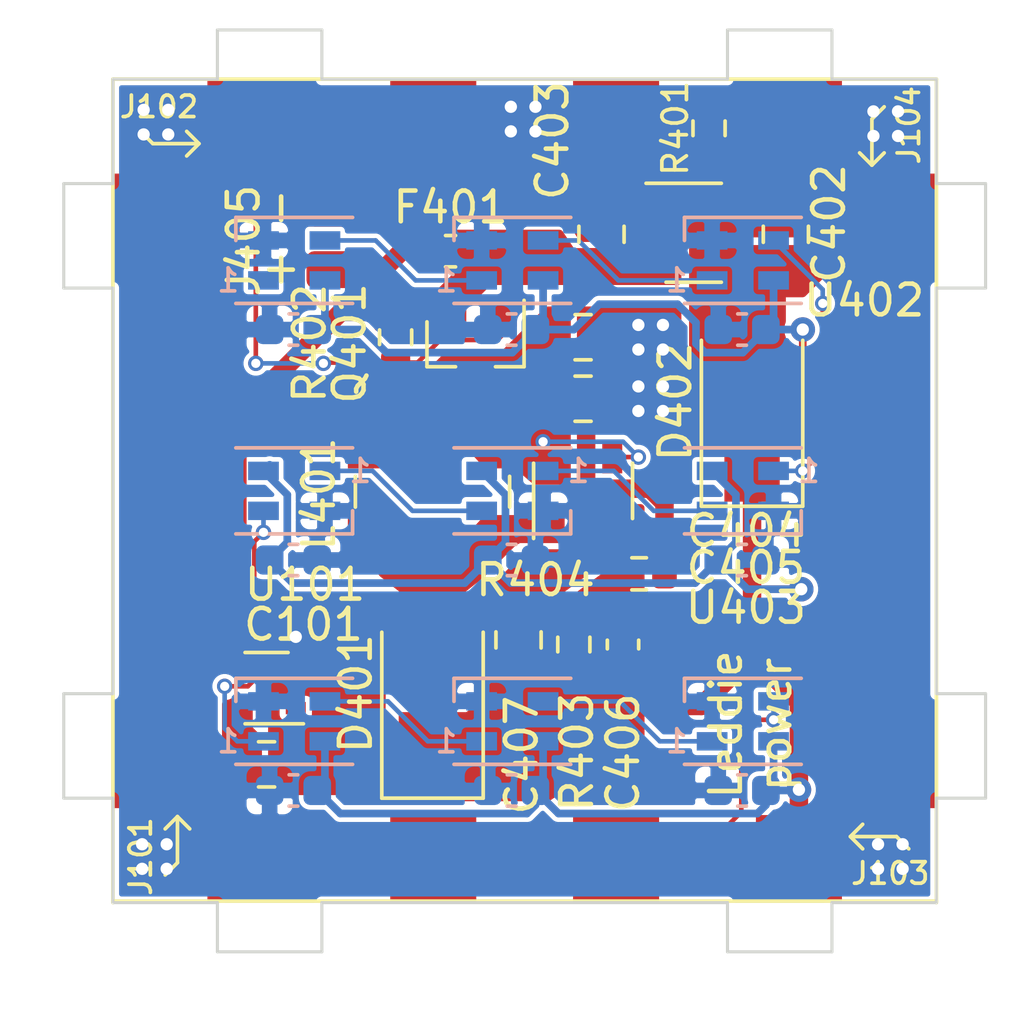
<source format=kicad_pcb>
(kicad_pcb (version 20171130) (host pcbnew 5.1.10)

  (general
    (thickness 1.6)
    (drawings 47)
    (tracks 235)
    (zones 0)
    (modules 42)
    (nets 26)
  )

  (page A4)
  (layers
    (0 F.Cu signal)
    (31 B.Cu signal)
    (32 B.Adhes user hide)
    (33 F.Adhes user hide)
    (34 B.Paste user hide)
    (35 F.Paste user hide)
    (36 B.SilkS user hide)
    (37 F.SilkS user hide)
    (38 B.Mask user hide)
    (39 F.Mask user hide)
    (40 Dwgs.User user)
    (41 Cmts.User user hide)
    (42 Eco1.User user hide)
    (43 Eco2.User user hide)
    (44 Edge.Cuts user)
    (45 Margin user hide)
    (46 B.CrtYd user hide)
    (47 F.CrtYd user hide)
    (48 B.Fab user hide)
    (49 F.Fab user hide)
  )

  (setup
    (last_trace_width 0.15)
    (user_trace_width 0.15)
    (user_trace_width 0.25)
    (user_trace_width 0.6)
    (trace_clearance 0.15)
    (zone_clearance 0.15)
    (zone_45_only no)
    (trace_min 0.15)
    (via_size 0.5)
    (via_drill 0.3)
    (via_min_size 0.4)
    (via_min_drill 0.3)
    (user_via 0.5 0.3)
    (uvia_size 0.3)
    (uvia_drill 0.1)
    (uvias_allowed no)
    (uvia_min_size 0.2)
    (uvia_min_drill 0.1)
    (edge_width 0.1)
    (segment_width 0.2)
    (pcb_text_width 0.3)
    (pcb_text_size 1.5 1.5)
    (mod_edge_width 0.15)
    (mod_text_size 1 1)
    (mod_text_width 0.15)
    (pad_size 1.524 1.524)
    (pad_drill 0.762)
    (pad_to_mask_clearance 0)
    (aux_axis_origin 0 0)
    (visible_elements FFFFFF7F)
    (pcbplotparams
      (layerselection 0x010fc_ffffffff)
      (usegerberextensions false)
      (usegerberattributes true)
      (usegerberadvancedattributes true)
      (creategerberjobfile true)
      (excludeedgelayer true)
      (linewidth 0.100000)
      (plotframeref false)
      (viasonmask false)
      (mode 1)
      (useauxorigin false)
      (hpglpennumber 1)
      (hpglpenspeed 20)
      (hpglpendiameter 15.000000)
      (psnegative false)
      (psa4output false)
      (plotreference true)
      (plotvalue true)
      (plotinvisibletext false)
      (padsonsilk false)
      (subtractmaskfromsilk false)
      (outputformat 1)
      (mirror false)
      (drillshape 1)
      (scaleselection 1)
      (outputdirectory ""))
  )

  (net 0 "")
  (net 1 GND)
  (net 2 VCPU)
  (net 3 VBUS)
  (net 4 +BATT)
  (net 5 "Net-(C406-Pad2)")
  (net 6 VLED)
  (net 7 /LED_DIN)
  (net 8 /led_substring_power/DOUT)
  (net 9 /~VLED_EN)
  (net 10 /~CHG_ACTIVE)
  (net 11 "Net-(R401-Pad1)")
  (net 12 /smps_vin)
  (net 13 /smps_sw)
  (net 14 /BP)
  (net 15 "Net-(D201-Pad1)")
  (net 16 "Net-(D202-Pad1)")
  (net 17 "Net-(D202-Pad3)")
  (net 18 "Net-(D203-Pad1)")
  (net 19 "Net-(D203-Pad3)")
  (net 20 "Net-(D204-Pad1)")
  (net 21 "Net-(D205-Pad1)")
  (net 22 "Net-(D206-Pad1)")
  (net 23 "Net-(J103-Pad3)")
  (net 24 "Net-(U101-Pad3)")
  (net 25 "Net-(U101-Pad1)")

  (net_class Default "This is the default net class."
    (clearance 0.15)
    (trace_width 0.15)
    (via_dia 0.5)
    (via_drill 0.3)
    (uvia_dia 0.3)
    (uvia_drill 0.1)
    (add_net /LED_DIN)
    (add_net /led_substring_power/DOUT)
    (add_net /~CHG_ACTIVE)
    (add_net /~VLED_EN)
    (add_net "Net-(C406-Pad2)")
    (add_net "Net-(D201-Pad1)")
    (add_net "Net-(D202-Pad1)")
    (add_net "Net-(D202-Pad3)")
    (add_net "Net-(D203-Pad1)")
    (add_net "Net-(D203-Pad3)")
    (add_net "Net-(D204-Pad1)")
    (add_net "Net-(D205-Pad1)")
    (add_net "Net-(D206-Pad1)")
    (add_net "Net-(J103-Pad3)")
    (add_net "Net-(R401-Pad1)")
    (add_net "Net-(U101-Pad1)")
    (add_net "Net-(U101-Pad3)")
  )

  (net_class Power ""
    (clearance 0.15)
    (trace_width 0.25)
    (via_dia 0.8)
    (via_drill 0.4)
    (uvia_dia 0.3)
    (uvia_drill 0.1)
    (add_net +BATT)
    (add_net /BP)
    (add_net /smps_sw)
    (add_net /smps_vin)
    (add_net GND)
    (add_net VBUS)
    (add_net VCPU)
    (add_net VLED)
  )

  (module leddie_parts:battery_connector (layer F.Cu) (tedit 60BCAF8B) (tstamp 60BCE56F)
    (at 152.2 91.6 90)
    (descr "JST PH series connector, S2B-PH-K (http://www.jst-mfg.com/product/pdf/eng/ePH.pdf), generated with kicad-footprint-generator")
    (tags "connector JST PH top entry")
    (path /60435FAB)
    (fp_text reference J405 (at 0.95 -3.15 90) (layer F.SilkS)
      (effects (font (size 1 1) (thickness 0.15)))
    )
    (fp_text value Battery (at 1.5 2.9 90) (layer F.Fab)
      (effects (font (size 1 1) (thickness 0.15)))
    )
    (fp_text user - (at 2 -2 90) (layer F.SilkS)
      (effects (font (size 1 1) (thickness 0.15)))
    )
    (fp_text user + (at 0 -2 90) (layer F.SilkS)
      (effects (font (size 1 1) (thickness 0.15)))
    )
    (pad 2 smd roundrect (at 2 0 90) (size 1.2 2.2) (layers F.Cu F.Paste F.Mask) (roundrect_rratio 0.208)
      (net 1 GND))
    (pad 1 smd roundrect (at 0 0 90) (size 1.2 2.2) (layers F.Cu F.Paste F.Mask) (roundrect_rratio 0.208)
      (net 14 /BP))
  )

  (module Package_TO_SOT_SMD:SOT-23-5 (layer F.Cu) (tedit 5A02FF57) (tstamp 60BCAE37)
    (at 160.1 98.8 90)
    (descr "5-pin SOT23 package")
    (tags SOT-23-5)
    (path /60465C0F)
    (attr smd)
    (fp_text reference U403 (at -3.8 5.3 180) (layer F.SilkS)
      (effects (font (size 1 1) (thickness 0.15)))
    )
    (fp_text value LM2735 (at 0 2.9 90) (layer F.Fab)
      (effects (font (size 1 1) (thickness 0.15)))
    )
    (fp_line (start -0.9 1.61) (end 0.9 1.61) (layer F.SilkS) (width 0.12))
    (fp_line (start 0.9 -1.61) (end -1.55 -1.61) (layer F.SilkS) (width 0.12))
    (fp_line (start -1.9 -1.8) (end 1.9 -1.8) (layer F.CrtYd) (width 0.05))
    (fp_line (start 1.9 -1.8) (end 1.9 1.8) (layer F.CrtYd) (width 0.05))
    (fp_line (start 1.9 1.8) (end -1.9 1.8) (layer F.CrtYd) (width 0.05))
    (fp_line (start -1.9 1.8) (end -1.9 -1.8) (layer F.CrtYd) (width 0.05))
    (fp_line (start -0.9 -0.9) (end -0.25 -1.55) (layer F.Fab) (width 0.1))
    (fp_line (start 0.9 -1.55) (end -0.25 -1.55) (layer F.Fab) (width 0.1))
    (fp_line (start -0.9 -0.9) (end -0.9 1.55) (layer F.Fab) (width 0.1))
    (fp_line (start 0.9 1.55) (end -0.9 1.55) (layer F.Fab) (width 0.1))
    (fp_line (start 0.9 -1.55) (end 0.9 1.55) (layer F.Fab) (width 0.1))
    (fp_text user %R (at 0 0) (layer F.Fab)
      (effects (font (size 0.5 0.5) (thickness 0.075)))
    )
    (pad 5 smd rect (at 1.1 -0.95 90) (size 1.06 0.65) (layers F.Cu F.Paste F.Mask)
      (net 12 /smps_vin))
    (pad 4 smd rect (at 1.1 0.95 90) (size 1.06 0.65) (layers F.Cu F.Paste F.Mask)
      (net 12 /smps_vin))
    (pad 3 smd rect (at -1.1 0.95 90) (size 1.06 0.65) (layers F.Cu F.Paste F.Mask)
      (net 5 "Net-(C406-Pad2)"))
    (pad 2 smd rect (at -1.1 0 90) (size 1.06 0.65) (layers F.Cu F.Paste F.Mask)
      (net 1 GND))
    (pad 1 smd rect (at -1.1 -0.95 90) (size 1.06 0.65) (layers F.Cu F.Paste F.Mask)
      (net 13 /smps_sw))
    (model ${KISYS3DMOD}/Package_TO_SOT_SMD.3dshapes/SOT-23-5.wrl
      (at (xyz 0 0 0))
      (scale (xyz 1 1 1))
      (rotate (xyz 0 0 0))
    )
  )

  (module Package_TO_SOT_SMD:SOT-23-5 (layer F.Cu) (tedit 5A02FF57) (tstamp 60BCAE22)
    (at 163.7 90.4)
    (descr "5-pin SOT23 package")
    (tags SOT-23-5)
    (path /604354DC)
    (attr smd)
    (fp_text reference U402 (at 5.55 2.2) (layer F.SilkS)
      (effects (font (size 1 1) (thickness 0.15)))
    )
    (fp_text value MCP73832-2 (at 0 2.9) (layer F.Fab)
      (effects (font (size 1 1) (thickness 0.15)))
    )
    (fp_line (start -0.9 1.61) (end 0.9 1.61) (layer F.SilkS) (width 0.12))
    (fp_line (start 0.9 -1.61) (end -1.55 -1.61) (layer F.SilkS) (width 0.12))
    (fp_line (start -1.9 -1.8) (end 1.9 -1.8) (layer F.CrtYd) (width 0.05))
    (fp_line (start 1.9 -1.8) (end 1.9 1.8) (layer F.CrtYd) (width 0.05))
    (fp_line (start 1.9 1.8) (end -1.9 1.8) (layer F.CrtYd) (width 0.05))
    (fp_line (start -1.9 1.8) (end -1.9 -1.8) (layer F.CrtYd) (width 0.05))
    (fp_line (start -0.9 -0.9) (end -0.25 -1.55) (layer F.Fab) (width 0.1))
    (fp_line (start 0.9 -1.55) (end -0.25 -1.55) (layer F.Fab) (width 0.1))
    (fp_line (start -0.9 -0.9) (end -0.9 1.55) (layer F.Fab) (width 0.1))
    (fp_line (start 0.9 1.55) (end -0.9 1.55) (layer F.Fab) (width 0.1))
    (fp_line (start 0.9 -1.55) (end 0.9 1.55) (layer F.Fab) (width 0.1))
    (fp_text user %R (at 0 0 90) (layer F.Fab)
      (effects (font (size 0.5 0.5) (thickness 0.075)))
    )
    (pad 5 smd rect (at 1.1 -0.95) (size 1.06 0.65) (layers F.Cu F.Paste F.Mask)
      (net 11 "Net-(R401-Pad1)"))
    (pad 4 smd rect (at 1.1 0.95) (size 1.06 0.65) (layers F.Cu F.Paste F.Mask)
      (net 3 VBUS))
    (pad 3 smd rect (at -1.1 0.95) (size 1.06 0.65) (layers F.Cu F.Paste F.Mask)
      (net 4 +BATT))
    (pad 2 smd rect (at -1.1 0) (size 1.06 0.65) (layers F.Cu F.Paste F.Mask)
      (net 1 GND))
    (pad 1 smd rect (at -1.1 -0.95) (size 1.06 0.65) (layers F.Cu F.Paste F.Mask)
      (net 10 /~CHG_ACTIVE))
    (model ${KISYS3DMOD}/Package_TO_SOT_SMD.3dshapes/SOT-23-5.wrl
      (at (xyz 0 0 0))
      (scale (xyz 1 1 1))
      (rotate (xyz 0 0 0))
    )
  )

  (module Package_TO_SOT_SMD:SOT-353_SC-70-5 (layer F.Cu) (tedit 5A02FF57) (tstamp 60BCAE0D)
    (at 149.8 105.22 180)
    (descr "SOT-353, SC-70-5")
    (tags "SOT-353 SC-70-5")
    (path /605A11F4)
    (attr smd)
    (fp_text reference U101 (at -1.25 3.37) (layer F.SilkS)
      (effects (font (size 1 1) (thickness 0.15)))
    )
    (fp_text value TPS71533__SC70 (at 0 2 180) (layer F.Fab)
      (effects (font (size 1 1) (thickness 0.15)))
    )
    (fp_line (start 0.7 -1.16) (end -1.2 -1.16) (layer F.SilkS) (width 0.12))
    (fp_line (start -0.7 1.16) (end 0.7 1.16) (layer F.SilkS) (width 0.12))
    (fp_line (start 1.6 1.4) (end 1.6 -1.4) (layer F.CrtYd) (width 0.05))
    (fp_line (start -1.6 -1.4) (end -1.6 1.4) (layer F.CrtYd) (width 0.05))
    (fp_line (start -1.6 -1.4) (end 1.6 -1.4) (layer F.CrtYd) (width 0.05))
    (fp_line (start 0.675 -1.1) (end -0.175 -1.1) (layer F.Fab) (width 0.1))
    (fp_line (start -0.675 -0.6) (end -0.675 1.1) (layer F.Fab) (width 0.1))
    (fp_line (start -1.6 1.4) (end 1.6 1.4) (layer F.CrtYd) (width 0.05))
    (fp_line (start 0.675 -1.1) (end 0.675 1.1) (layer F.Fab) (width 0.1))
    (fp_line (start 0.675 1.1) (end -0.675 1.1) (layer F.Fab) (width 0.1))
    (fp_line (start -0.175 -1.1) (end -0.675 -0.6) (layer F.Fab) (width 0.1))
    (fp_text user %R (at 0 0 90) (layer F.Fab)
      (effects (font (size 0.5 0.5) (thickness 0.075)))
    )
    (pad 5 smd rect (at 0.95 -0.65 180) (size 0.65 0.4) (layers F.Cu F.Paste F.Mask)
      (net 2 VCPU))
    (pad 4 smd rect (at 0.95 0.65 180) (size 0.65 0.4) (layers F.Cu F.Paste F.Mask)
      (net 4 +BATT))
    (pad 2 smd rect (at -0.95 0 180) (size 0.65 0.4) (layers F.Cu F.Paste F.Mask)
      (net 1 GND))
    (pad 3 smd rect (at -0.95 0.65 180) (size 0.65 0.4) (layers F.Cu F.Paste F.Mask)
      (net 24 "Net-(U101-Pad3)"))
    (pad 1 smd rect (at -0.95 -0.65 180) (size 0.65 0.4) (layers F.Cu F.Paste F.Mask)
      (net 25 "Net-(U101-Pad1)"))
    (model ${KISYS3DMOD}/Package_TO_SOT_SMD.3dshapes/SOT-353_SC-70-5.wrl
      (at (xyz 0 0 0))
      (scale (xyz 1 1 1))
      (rotate (xyz 0 0 0))
    )
  )

  (module Resistor_SMD:R_0603_1608Metric (layer F.Cu) (tedit 5F68FEEE) (tstamp 60BD22EB)
    (at 161.925 101.5)
    (descr "Resistor SMD 0603 (1608 Metric), square (rectangular) end terminal, IPC_7351 nominal, (Body size source: IPC-SM-782 page 72, https://www.pcb-3d.com/wordpress/wp-content/uploads/ipc-sm-782a_amendment_1_and_2.pdf), generated with kicad-footprint-generator")
    (tags resistor)
    (path /6046A4BC)
    (attr smd)
    (fp_text reference R404 (at -3.375 0.2) (layer F.SilkS)
      (effects (font (size 1 1) (thickness 0.15)))
    )
    (fp_text value 10k (at 0 1.43) (layer F.Fab)
      (effects (font (size 1 1) (thickness 0.15)))
    )
    (fp_line (start -0.8 0.4125) (end -0.8 -0.4125) (layer F.Fab) (width 0.1))
    (fp_line (start -0.8 -0.4125) (end 0.8 -0.4125) (layer F.Fab) (width 0.1))
    (fp_line (start 0.8 -0.4125) (end 0.8 0.4125) (layer F.Fab) (width 0.1))
    (fp_line (start 0.8 0.4125) (end -0.8 0.4125) (layer F.Fab) (width 0.1))
    (fp_line (start -0.237258 -0.5225) (end 0.237258 -0.5225) (layer F.SilkS) (width 0.12))
    (fp_line (start -0.237258 0.5225) (end 0.237258 0.5225) (layer F.SilkS) (width 0.12))
    (fp_line (start -1.48 0.73) (end -1.48 -0.73) (layer F.CrtYd) (width 0.05))
    (fp_line (start -1.48 -0.73) (end 1.48 -0.73) (layer F.CrtYd) (width 0.05))
    (fp_line (start 1.48 -0.73) (end 1.48 0.73) (layer F.CrtYd) (width 0.05))
    (fp_line (start 1.48 0.73) (end -1.48 0.73) (layer F.CrtYd) (width 0.05))
    (fp_text user %R (at 0 0) (layer F.Fab)
      (effects (font (size 0.4 0.4) (thickness 0.06)))
    )
    (pad 2 smd roundrect (at 0.825 0) (size 0.8 0.95) (layers F.Cu F.Paste F.Mask) (roundrect_rratio 0.25)
      (net 1 GND))
    (pad 1 smd roundrect (at -0.825 0) (size 0.8 0.95) (layers F.Cu F.Paste F.Mask) (roundrect_rratio 0.25)
      (net 5 "Net-(C406-Pad2)"))
    (model ${KISYS3DMOD}/Resistor_SMD.3dshapes/R_0603_1608Metric.wrl
      (at (xyz 0 0 0))
      (scale (xyz 1 1 1))
      (rotate (xyz 0 0 0))
    )
  )

  (module Resistor_SMD:R_0603_1608Metric (layer F.Cu) (tedit 5F68FEEE) (tstamp 60BCADE7)
    (at 159.8 103.8 90)
    (descr "Resistor SMD 0603 (1608 Metric), square (rectangular) end terminal, IPC_7351 nominal, (Body size source: IPC-SM-782 page 72, https://www.pcb-3d.com/wordpress/wp-content/uploads/ipc-sm-782a_amendment_1_and_2.pdf), generated with kicad-footprint-generator")
    (tags resistor)
    (path /6046A01E)
    (attr smd)
    (fp_text reference R403 (at -3.5 0.1 90) (layer F.SilkS)
      (effects (font (size 1 1) (thickness 0.15)))
    )
    (fp_text value 26k (at 0 1.43 90) (layer F.Fab)
      (effects (font (size 1 1) (thickness 0.15)))
    )
    (fp_line (start -0.8 0.4125) (end -0.8 -0.4125) (layer F.Fab) (width 0.1))
    (fp_line (start -0.8 -0.4125) (end 0.8 -0.4125) (layer F.Fab) (width 0.1))
    (fp_line (start 0.8 -0.4125) (end 0.8 0.4125) (layer F.Fab) (width 0.1))
    (fp_line (start 0.8 0.4125) (end -0.8 0.4125) (layer F.Fab) (width 0.1))
    (fp_line (start -0.237258 -0.5225) (end 0.237258 -0.5225) (layer F.SilkS) (width 0.12))
    (fp_line (start -0.237258 0.5225) (end 0.237258 0.5225) (layer F.SilkS) (width 0.12))
    (fp_line (start -1.48 0.73) (end -1.48 -0.73) (layer F.CrtYd) (width 0.05))
    (fp_line (start -1.48 -0.73) (end 1.48 -0.73) (layer F.CrtYd) (width 0.05))
    (fp_line (start 1.48 -0.73) (end 1.48 0.73) (layer F.CrtYd) (width 0.05))
    (fp_line (start 1.48 0.73) (end -1.48 0.73) (layer F.CrtYd) (width 0.05))
    (fp_text user %R (at 0 0 90) (layer F.Fab)
      (effects (font (size 0.4 0.4) (thickness 0.06)))
    )
    (pad 2 smd roundrect (at 0.825 0 90) (size 0.8 0.95) (layers F.Cu F.Paste F.Mask) (roundrect_rratio 0.25)
      (net 5 "Net-(C406-Pad2)"))
    (pad 1 smd roundrect (at -0.825 0 90) (size 0.8 0.95) (layers F.Cu F.Paste F.Mask) (roundrect_rratio 0.25)
      (net 6 VLED))
    (model ${KISYS3DMOD}/Resistor_SMD.3dshapes/R_0603_1608Metric.wrl
      (at (xyz 0 0 0))
      (scale (xyz 1 1 1))
      (rotate (xyz 0 0 0))
    )
  )

  (module Resistor_SMD:R_0603_1608Metric (layer F.Cu) (tedit 5F68FEEE) (tstamp 60BCADD6)
    (at 154 93.8 90)
    (descr "Resistor SMD 0603 (1608 Metric), square (rectangular) end terminal, IPC_7351 nominal, (Body size source: IPC-SM-782 page 72, https://www.pcb-3d.com/wordpress/wp-content/uploads/ipc-sm-782a_amendment_1_and_2.pdf), generated with kicad-footprint-generator")
    (tags resistor)
    (path /604F2B02)
    (attr smd)
    (fp_text reference R402 (at -0.2 -2.8 90) (layer F.SilkS)
      (effects (font (size 1 1) (thickness 0.15)))
    )
    (fp_text value 10k (at 0 1.43 90) (layer F.Fab)
      (effects (font (size 1 1) (thickness 0.15)))
    )
    (fp_line (start -0.8 0.4125) (end -0.8 -0.4125) (layer F.Fab) (width 0.1))
    (fp_line (start -0.8 -0.4125) (end 0.8 -0.4125) (layer F.Fab) (width 0.1))
    (fp_line (start 0.8 -0.4125) (end 0.8 0.4125) (layer F.Fab) (width 0.1))
    (fp_line (start 0.8 0.4125) (end -0.8 0.4125) (layer F.Fab) (width 0.1))
    (fp_line (start -0.237258 -0.5225) (end 0.237258 -0.5225) (layer F.SilkS) (width 0.12))
    (fp_line (start -0.237258 0.5225) (end 0.237258 0.5225) (layer F.SilkS) (width 0.12))
    (fp_line (start -1.48 0.73) (end -1.48 -0.73) (layer F.CrtYd) (width 0.05))
    (fp_line (start -1.48 -0.73) (end 1.48 -0.73) (layer F.CrtYd) (width 0.05))
    (fp_line (start 1.48 -0.73) (end 1.48 0.73) (layer F.CrtYd) (width 0.05))
    (fp_line (start 1.48 0.73) (end -1.48 0.73) (layer F.CrtYd) (width 0.05))
    (fp_text user %R (at 0 0 90) (layer F.Fab)
      (effects (font (size 0.4 0.4) (thickness 0.06)))
    )
    (pad 2 smd roundrect (at 0.825 0 90) (size 0.8 0.95) (layers F.Cu F.Paste F.Mask) (roundrect_rratio 0.25)
      (net 4 +BATT))
    (pad 1 smd roundrect (at -0.825 0 90) (size 0.8 0.95) (layers F.Cu F.Paste F.Mask) (roundrect_rratio 0.25)
      (net 9 /~VLED_EN))
    (model ${KISYS3DMOD}/Resistor_SMD.3dshapes/R_0603_1608Metric.wrl
      (at (xyz 0 0 0))
      (scale (xyz 1 1 1))
      (rotate (xyz 0 0 0))
    )
  )

  (module Resistor_SMD:R_0603_1608Metric (layer F.Cu) (tedit 5F68FEEE) (tstamp 60BCD1DF)
    (at 164.2 87 90)
    (descr "Resistor SMD 0603 (1608 Metric), square (rectangular) end terminal, IPC_7351 nominal, (Body size source: IPC-SM-782 page 72, https://www.pcb-3d.com/wordpress/wp-content/uploads/ipc-sm-782a_amendment_1_and_2.pdf), generated with kicad-footprint-generator")
    (tags resistor)
    (path /6043E48C)
    (attr smd)
    (fp_text reference R401 (at 0 -1.1 90) (layer F.SilkS)
      (effects (font (size 0.8 0.8) (thickness 0.12)))
    )
    (fp_text value 4k7 (at 0 1.43 90) (layer F.Fab)
      (effects (font (size 1 1) (thickness 0.15)))
    )
    (fp_line (start -0.8 0.4125) (end -0.8 -0.4125) (layer F.Fab) (width 0.1))
    (fp_line (start -0.8 -0.4125) (end 0.8 -0.4125) (layer F.Fab) (width 0.1))
    (fp_line (start 0.8 -0.4125) (end 0.8 0.4125) (layer F.Fab) (width 0.1))
    (fp_line (start 0.8 0.4125) (end -0.8 0.4125) (layer F.Fab) (width 0.1))
    (fp_line (start -0.237258 -0.5225) (end 0.237258 -0.5225) (layer F.SilkS) (width 0.12))
    (fp_line (start -0.237258 0.5225) (end 0.237258 0.5225) (layer F.SilkS) (width 0.12))
    (fp_line (start -1.48 0.73) (end -1.48 -0.73) (layer F.CrtYd) (width 0.05))
    (fp_line (start -1.48 -0.73) (end 1.48 -0.73) (layer F.CrtYd) (width 0.05))
    (fp_line (start 1.48 -0.73) (end 1.48 0.73) (layer F.CrtYd) (width 0.05))
    (fp_line (start 1.48 0.73) (end -1.48 0.73) (layer F.CrtYd) (width 0.05))
    (fp_text user %R (at 0 0 90) (layer F.Fab)
      (effects (font (size 0.4 0.4) (thickness 0.06)))
    )
    (pad 2 smd roundrect (at 0.825 0 90) (size 0.8 0.95) (layers F.Cu F.Paste F.Mask) (roundrect_rratio 0.25)
      (net 1 GND))
    (pad 1 smd roundrect (at -0.825 0 90) (size 0.8 0.95) (layers F.Cu F.Paste F.Mask) (roundrect_rratio 0.25)
      (net 11 "Net-(R401-Pad1)"))
    (model ${KISYS3DMOD}/Resistor_SMD.3dshapes/R_0603_1608Metric.wrl
      (at (xyz 0 0 0))
      (scale (xyz 1 1 1))
      (rotate (xyz 0 0 0))
    )
  )

  (module Package_TO_SOT_SMD:SOT-23 (layer F.Cu) (tedit 5A02FF57) (tstamp 60BCADB4)
    (at 156.6 94 270)
    (descr "SOT-23, Standard")
    (tags SOT-23)
    (path /6050E25F)
    (attr smd)
    (fp_text reference Q401 (at 0 4.1 90) (layer F.SilkS)
      (effects (font (size 1 1) (thickness 0.15)))
    )
    (fp_text value NTR4171P (at 0 2.5 90) (layer F.Fab)
      (effects (font (size 1 1) (thickness 0.15)))
    )
    (fp_line (start -0.7 -0.95) (end -0.7 1.5) (layer F.Fab) (width 0.1))
    (fp_line (start -0.15 -1.52) (end 0.7 -1.52) (layer F.Fab) (width 0.1))
    (fp_line (start -0.7 -0.95) (end -0.15 -1.52) (layer F.Fab) (width 0.1))
    (fp_line (start 0.7 -1.52) (end 0.7 1.52) (layer F.Fab) (width 0.1))
    (fp_line (start -0.7 1.52) (end 0.7 1.52) (layer F.Fab) (width 0.1))
    (fp_line (start 0.76 1.58) (end 0.76 0.65) (layer F.SilkS) (width 0.12))
    (fp_line (start 0.76 -1.58) (end 0.76 -0.65) (layer F.SilkS) (width 0.12))
    (fp_line (start -1.7 -1.75) (end 1.7 -1.75) (layer F.CrtYd) (width 0.05))
    (fp_line (start 1.7 -1.75) (end 1.7 1.75) (layer F.CrtYd) (width 0.05))
    (fp_line (start 1.7 1.75) (end -1.7 1.75) (layer F.CrtYd) (width 0.05))
    (fp_line (start -1.7 1.75) (end -1.7 -1.75) (layer F.CrtYd) (width 0.05))
    (fp_line (start 0.76 -1.58) (end -1.4 -1.58) (layer F.SilkS) (width 0.12))
    (fp_line (start 0.76 1.58) (end -0.7 1.58) (layer F.SilkS) (width 0.12))
    (fp_text user %R (at 0 0) (layer F.Fab)
      (effects (font (size 0.5 0.5) (thickness 0.075)))
    )
    (pad 3 smd rect (at 1 0 270) (size 0.9 0.8) (layers F.Cu F.Paste F.Mask)
      (net 12 /smps_vin))
    (pad 2 smd rect (at -1 0.95 270) (size 0.9 0.8) (layers F.Cu F.Paste F.Mask)
      (net 4 +BATT))
    (pad 1 smd rect (at -1 -0.95 270) (size 0.9 0.8) (layers F.Cu F.Paste F.Mask)
      (net 9 /~VLED_EN))
    (model ${KISYS3DMOD}/Package_TO_SOT_SMD.3dshapes/SOT-23.wrl
      (at (xyz 0 0 0))
      (scale (xyz 1 1 1))
      (rotate (xyz 0 0 0))
    )
  )

  (module Inductor_SMD:L_Coilcraft_LPS5030 (layer F.Cu) (tedit 5C4CB0C4) (tstamp 60BCAD9F)
    (at 155.2 98.8275 270)
    (descr "Shielded Power Inductor SMD, Coilcraft LPS5030, https://www.coilcraft.com/pdfs/lps5030.pdf, StepUp generated footprint")
    (tags inductor)
    (path /60467AC9)
    (attr smd)
    (fp_text reference L401 (at 0.0725 3.7 90) (layer F.SilkS)
      (effects (font (size 1 1) (thickness 0.15)))
    )
    (fp_text value 33u (at 0 3.8 90) (layer F.Fab)
      (effects (font (size 0.8 0.8) (thickness 0.12)))
    )
    (fp_line (start -0.5 -2.51) (end 0.5 -2.51) (layer F.SilkS) (width 0.12))
    (fp_line (start -0.5 2.51) (end 0.5 2.51) (layer F.SilkS) (width 0.12))
    (fp_line (start -1.4 -2.4) (end 1.4 -2.4) (layer F.Fab) (width 0.1))
    (fp_line (start 2.4 -1.4) (end 2.4 1.4) (layer F.Fab) (width 0.1))
    (fp_line (start 1.4 2.4) (end -1.4 2.4) (layer F.Fab) (width 0.1))
    (fp_line (start -2.4 1.4) (end -2.4 -1.4) (layer F.Fab) (width 0.1))
    (fp_line (start -2.4 -1.4) (end -1.4 -2.4) (layer F.Fab) (width 0.1))
    (fp_line (start 1.4 -2.4) (end 2.4 -1.4) (layer F.Fab) (width 0.1))
    (fp_line (start 2.4 1.4) (end 1.4 2.4) (layer F.Fab) (width 0.1))
    (fp_line (start -2.4 1.4) (end -1.4 2.4) (layer F.Fab) (width 0.1))
    (fp_line (start -3.01 -1.8) (end -1.8 -3.01) (layer F.CrtYd) (width 0.05))
    (fp_line (start -1.8 -3.01) (end 1.8 -3.01) (layer F.CrtYd) (width 0.05))
    (fp_line (start 1.8 -3.01) (end 3.01 -1.8) (layer F.CrtYd) (width 0.05))
    (fp_line (start 3.01 -1.8) (end 3.01 1.8) (layer F.CrtYd) (width 0.05))
    (fp_line (start 3.01 1.8) (end 1.8 3.01) (layer F.CrtYd) (width 0.05))
    (fp_line (start 1.8 3.01) (end -1.8 3.01) (layer F.CrtYd) (width 0.05))
    (fp_line (start -1.8 3.01) (end -3.01 1.8) (layer F.CrtYd) (width 0.05))
    (fp_line (start -3.01 1.8) (end -3.01 -1.8) (layer F.CrtYd) (width 0.05))
    (fp_text user %R (at 0 0 90) (layer F.Fab)
      (effects (font (size 1 1) (thickness 0.15)))
    )
    (pad 2 smd custom (at 2.2275 0 270) (size 1.055 3.4) (layers F.Cu F.Paste F.Mask)
      (net 13 /smps_sw) (zone_connect 2)
      (options (clearance outline) (anchor rect))
      (primitives
        (gr_poly (pts
           (xy -1.4675 -1.7) (xy -0.5275 -0.8445) (xy -0.5275 0.8445) (xy -1.4675 1.7) (xy -1.4675 2.755)
           (xy -0.5275 2.755) (xy 0.5275 1.7) (xy 0.5275 -1.7) (xy -0.5275 -2.755) (xy -1.4675 -2.755)
) (width 0))
      ))
    (pad 1 smd custom (at -2.2275 0 270) (size 1.055 3.4) (layers F.Cu F.Paste F.Mask)
      (net 12 /smps_vin) (zone_connect 2)
      (options (clearance outline) (anchor rect))
      (primitives
        (gr_poly (pts
           (xy 1.4675 -1.7) (xy 0.5275 -0.8445) (xy 0.5275 0.8445) (xy 1.4675 1.7) (xy 1.4675 2.755)
           (xy 0.5275 2.755) (xy -0.5275 1.7) (xy -0.5275 -1.7) (xy 0.5275 -2.755) (xy 1.4675 -2.755)
) (width 0))
      ))
    (model ${KISYS3DMOD}/Inductor_SMD.3dshapes/L_Coilcraft_LPS5030.wrl
      (at (xyz 0 0 0))
      (scale (xyz 1 1 1))
      (rotate (xyz 0 0 0))
    )
  )

  (module leddie_parts:leddie_edgecon_lim (layer F.Cu) (tedit 604DDF45) (tstamp 60BCB5F8)
    (at 170.1 98.8)
    (path /60674455)
    (fp_text reference J104 (at 0.6 -11.9 90) (layer F.SilkS)
      (effects (font (size 0.7 0.7) (thickness 0.12)))
    )
    (fp_text value edgecon_right (at 2.5 6.3 90) (layer F.Fab)
      (effects (font (size 1 1) (thickness 0.15)))
    )
    (fp_line (start 1.3 -7.45) (end 1.3 -4.45) (layer Cmts.User) (width 0.12))
    (fp_line (start 1.2 -10.4) (end 1.2 -7.45) (layer Cmts.User) (width 0.12))
    (fp_line (start 1.3 -13.4) (end 1.3 -10.4) (layer Cmts.User) (width 0.12))
    (fp_line (start 1.5 -13.4) (end 1.5 13.4) (layer F.SilkS) (width 0.12))
    (fp_line (start -0.2 -12.5) (end -0.6 -12.1) (layer F.SilkS) (width 0.12))
    (fp_line (start -0.6 -12.1) (end -0.6 -10.6) (layer F.SilkS) (width 0.12))
    (fp_line (start -0.6 -10.6) (end -1 -11) (layer F.SilkS) (width 0.12))
    (fp_line (start -0.6 -10.6) (end -0.2 -11) (layer F.SilkS) (width 0.12))
    (fp_text user "2.95 mm pad, 3 mm spacing" (at 4.3 2.1 90) (layer Cmts.User) hide
      (effects (font (size 1 1) (thickness 0.15)))
    )
    (pad 4 smd rect (at 0.1 8.925) (size 2.8 2.8) (layers F.Cu F.Paste F.Mask)
      (net 1 GND))
    (pad 1 smd rect (at 0.1 -8.925) (size 2.8 2.8) (layers F.Cu F.Paste F.Mask)
      (net 3 VBUS))
  )

  (module leddie_parts:leddie_edgecon (layer F.Cu) (tedit 604DCD87) (tstamp 60BCAD48)
    (at 158.2 110.65 270)
    (path /60674467)
    (fp_text reference J103 (at 0.6 -11.9) (layer F.SilkS)
      (effects (font (size 0.7 0.7) (thickness 0.12)))
    )
    (fp_text value edgecon_bottom (at 2.5 7.6) (layer F.Fab)
      (effects (font (size 1 1) (thickness 0.15)))
    )
    (fp_line (start 1.3 -7.45) (end 1.3 -4.45) (layer Cmts.User) (width 0.12))
    (fp_line (start 1.2 -10.4) (end 1.2 -7.45) (layer Cmts.User) (width 0.12))
    (fp_line (start 1.3 -13.4) (end 1.3 -10.4) (layer Cmts.User) (width 0.12))
    (fp_line (start 1.5 -13.4) (end 1.5 13.4) (layer F.SilkS) (width 0.12))
    (fp_line (start -0.2 -12.5) (end -0.6 -12.1) (layer F.SilkS) (width 0.12))
    (fp_line (start -0.6 -12.1) (end -0.6 -10.6) (layer F.SilkS) (width 0.12))
    (fp_line (start -0.6 -10.6) (end -1 -11) (layer F.SilkS) (width 0.12))
    (fp_line (start -0.6 -10.6) (end -0.2 -11) (layer F.SilkS) (width 0.12))
    (fp_text user "2.95 mm pad, 3 mm spacing" (at 4.3 2.1) (layer Cmts.User) hide
      (effects (font (size 1 1) (thickness 0.15)))
    )
    (pad 3 smd rect (at 0.1 2.975 270) (size 2.8 2.8) (layers F.Cu F.Paste F.Mask)
      (net 23 "Net-(J103-Pad3)"))
    (pad 4 smd rect (at 0.1 8.925 270) (size 2.8 2.8) (layers F.Cu F.Paste F.Mask)
      (net 1 GND))
    (pad 2 smd rect (at 0.1 -2.975 270) (size 2.8 2.8) (layers F.Cu F.Paste F.Mask)
      (net 7 /LED_DIN))
    (pad 1 smd rect (at 0.1 -8.925 270) (size 2.8 2.8) (layers F.Cu F.Paste F.Mask)
      (net 6 VLED))
  )

  (module leddie_parts:leddie_edgecon (layer F.Cu) (tedit 604DCD87) (tstamp 60BCAD37)
    (at 158.2 86.9 90)
    (path /6067445B)
    (fp_text reference J102 (at 0.6 -11.9) (layer F.SilkS)
      (effects (font (size 0.7 0.7) (thickness 0.12)))
    )
    (fp_text value edgecon_top (at 2.5 7.6) (layer F.Fab)
      (effects (font (size 1 1) (thickness 0.15)))
    )
    (fp_line (start 1.3 -7.45) (end 1.3 -4.45) (layer Cmts.User) (width 0.12))
    (fp_line (start 1.2 -10.4) (end 1.2 -7.45) (layer Cmts.User) (width 0.12))
    (fp_line (start 1.3 -13.4) (end 1.3 -10.4) (layer Cmts.User) (width 0.12))
    (fp_line (start 1.5 -13.4) (end 1.5 13.4) (layer F.SilkS) (width 0.12))
    (fp_line (start -0.2 -12.5) (end -0.6 -12.1) (layer F.SilkS) (width 0.12))
    (fp_line (start -0.6 -12.1) (end -0.6 -10.6) (layer F.SilkS) (width 0.12))
    (fp_line (start -0.6 -10.6) (end -1 -11) (layer F.SilkS) (width 0.12))
    (fp_line (start -0.6 -10.6) (end -0.2 -11) (layer F.SilkS) (width 0.12))
    (fp_text user "2.95 mm pad, 3 mm spacing" (at 4.3 2.1) (layer Cmts.User) hide
      (effects (font (size 1 1) (thickness 0.15)))
    )
    (pad 3 smd rect (at 0.1 2.975 90) (size 2.8 2.8) (layers F.Cu F.Paste F.Mask)
      (net 10 /~CHG_ACTIVE))
    (pad 4 smd rect (at 0.1 8.925 90) (size 2.8 2.8) (layers F.Cu F.Paste F.Mask)
      (net 1 GND))
    (pad 2 smd rect (at 0.1 -2.975 90) (size 2.8 2.8) (layers F.Cu F.Paste F.Mask)
      (net 9 /~VLED_EN))
    (pad 1 smd rect (at 0.1 -8.925 90) (size 2.8 2.8) (layers F.Cu F.Paste F.Mask)
      (net 4 +BATT))
  )

  (module leddie_parts:leddie_edgecon_lim (layer F.Cu) (tedit 604DDF45) (tstamp 60BCAD26)
    (at 146.3 98.8 180)
    (path /60674461)
    (fp_text reference J101 (at 0.6 -11.9 90) (layer F.SilkS)
      (effects (font (size 0.7 0.7) (thickness 0.12)))
    )
    (fp_text value edgecon_left (at 2.5 6.3 90) (layer F.Fab)
      (effects (font (size 1 1) (thickness 0.15)))
    )
    (fp_line (start 1.3 -7.45) (end 1.3 -4.45) (layer Cmts.User) (width 0.12))
    (fp_line (start 1.2 -10.4) (end 1.2 -7.45) (layer Cmts.User) (width 0.12))
    (fp_line (start 1.3 -13.4) (end 1.3 -10.4) (layer Cmts.User) (width 0.12))
    (fp_line (start 1.5 -13.4) (end 1.5 13.4) (layer F.SilkS) (width 0.12))
    (fp_line (start -0.2 -12.5) (end -0.6 -12.1) (layer F.SilkS) (width 0.12))
    (fp_line (start -0.6 -12.1) (end -0.6 -10.6) (layer F.SilkS) (width 0.12))
    (fp_line (start -0.6 -10.6) (end -1 -11) (layer F.SilkS) (width 0.12))
    (fp_line (start -0.6 -10.6) (end -0.2 -11) (layer F.SilkS) (width 0.12))
    (fp_text user "2.95 mm pad, 3 mm spacing" (at 4.3 2.1 90) (layer Cmts.User) hide
      (effects (font (size 1 1) (thickness 0.15)))
    )
    (pad 4 smd rect (at 0.1 8.925 180) (size 2.8 2.8) (layers F.Cu F.Paste F.Mask)
      (net 1 GND))
    (pad 1 smd rect (at 0.1 -8.925 180) (size 2.8 2.8) (layers F.Cu F.Paste F.Mask)
      (net 2 VCPU))
  )

  (module Fuse:Fuse_0603_1608Metric (layer F.Cu) (tedit 5F68FEF1) (tstamp 60BD2912)
    (at 155.7875 91)
    (descr "Fuse SMD 0603 (1608 Metric), square (rectangular) end terminal, IPC_7351 nominal, (Body size source: http://www.tortai-tech.com/upload/download/2011102023233369053.pdf), generated with kicad-footprint-generator")
    (tags fuse)
    (path /6045FD58)
    (attr smd)
    (fp_text reference F401 (at 0 -1.43) (layer F.SilkS)
      (effects (font (size 1 1) (thickness 0.15)))
    )
    (fp_text value 2.5A (at 0 1.43) (layer F.Fab)
      (effects (font (size 1 1) (thickness 0.15)))
    )
    (fp_line (start -0.8 0.4) (end -0.8 -0.4) (layer F.Fab) (width 0.1))
    (fp_line (start -0.8 -0.4) (end 0.8 -0.4) (layer F.Fab) (width 0.1))
    (fp_line (start 0.8 -0.4) (end 0.8 0.4) (layer F.Fab) (width 0.1))
    (fp_line (start 0.8 0.4) (end -0.8 0.4) (layer F.Fab) (width 0.1))
    (fp_line (start -0.162779 -0.51) (end 0.162779 -0.51) (layer F.SilkS) (width 0.12))
    (fp_line (start -0.162779 0.51) (end 0.162779 0.51) (layer F.SilkS) (width 0.12))
    (fp_line (start -1.48 0.73) (end -1.48 -0.73) (layer F.CrtYd) (width 0.05))
    (fp_line (start -1.48 -0.73) (end 1.48 -0.73) (layer F.CrtYd) (width 0.05))
    (fp_line (start 1.48 -0.73) (end 1.48 0.73) (layer F.CrtYd) (width 0.05))
    (fp_line (start 1.48 0.73) (end -1.48 0.73) (layer F.CrtYd) (width 0.05))
    (fp_text user %R (at 0 0) (layer F.Fab)
      (effects (font (size 0.4 0.4) (thickness 0.06)))
    )
    (pad 2 smd roundrect (at 0.7875 0) (size 0.875 0.95) (layers F.Cu F.Paste F.Mask) (roundrect_rratio 0.25)
      (net 4 +BATT))
    (pad 1 smd roundrect (at -0.7875 0) (size 0.875 0.95) (layers F.Cu F.Paste F.Mask) (roundrect_rratio 0.25)
      (net 14 /BP))
    (model ${KISYS3DMOD}/Fuse.3dshapes/Fuse_0603_1608Metric.wrl
      (at (xyz 0 0 0))
      (scale (xyz 1 1 1))
      (rotate (xyz 0 0 0))
    )
  )

  (module LED_SMD:LED_SK6805_PLCC4_2.4x2.7mm_P1.3mm (layer B.Cu) (tedit 5AA4B1EE) (tstamp 60C50F92)
    (at 150.7 91.3)
    (descr https://cdn-shop.adafruit.com/product-files/3484/3484_Datasheet.pdf)
    (tags "LED RGB NeoPixel Nano")
    (path /6058E11E/605D0E99)
    (attr smd)
    (fp_text reference D209 (at 0 2.2) (layer B.SilkS) hide
      (effects (font (size 1 1) (thickness 0.15)) (justify mirror))
    )
    (fp_text value SK6805 (at 0 -2.7) (layer B.Fab)
      (effects (font (size 1 1) (thickness 0.15)) (justify mirror))
    )
    (fp_line (start 1.75 1.45) (end -1.75 1.45) (layer B.CrtYd) (width 0.05))
    (fp_line (start 1.75 -1.45) (end 1.75 1.45) (layer B.CrtYd) (width 0.05))
    (fp_line (start -1.75 -1.45) (end 1.75 -1.45) (layer B.CrtYd) (width 0.05))
    (fp_line (start -1.75 1.45) (end -1.75 -1.45) (layer B.CrtYd) (width 0.05))
    (fp_line (start -1.35 -0.6) (end -0.75 -1.2) (layer B.Fab) (width 0.1))
    (fp_line (start -1.35 1.2) (end -1.35 -1.2) (layer B.Fab) (width 0.1))
    (fp_line (start -1.35 -1.2) (end 1.35 -1.2) (layer B.Fab) (width 0.1))
    (fp_line (start 1.35 -1.2) (end 1.35 1.2) (layer B.Fab) (width 0.1))
    (fp_line (start 1.35 1.2) (end -1.35 1.2) (layer B.Fab) (width 0.1))
    (fp_line (start -1.9 1.4) (end 1.9 1.4) (layer B.SilkS) (width 0.12))
    (fp_line (start -1.9 -1.4) (end 1.9 -1.4) (layer B.SilkS) (width 0.12))
    (fp_line (start -1.9 -1.4) (end -1.9 -0.65) (layer B.SilkS) (width 0.12))
    (fp_circle (center 0 0) (end 0 1) (layer B.Fab) (width 0.1))
    (fp_text user %R (at 0 0) (layer B.Fab)
      (effects (font (size 0.4 0.4) (thickness 0.08)) (justify mirror))
    )
    (fp_text user 1 (at -2.15 0.65) (layer B.SilkS)
      (effects (font (size 0.75 0.75) (thickness 0.12)) (justify mirror))
    )
    (pad 1 smd rect (at -1 0.65) (size 1 0.6) (layers B.Cu B.Paste B.Mask)
      (net 8 /led_substring_power/DOUT))
    (pad 2 smd rect (at -1 -0.65) (size 1 0.6) (layers B.Cu B.Paste B.Mask)
      (net 1 GND))
    (pad 4 smd rect (at 1 0.65) (size 1 0.6) (layers B.Cu B.Paste B.Mask)
      (net 6 VLED))
    (pad 3 smd rect (at 1 -0.65) (size 1 0.6) (layers B.Cu B.Paste B.Mask)
      (net 22 "Net-(D206-Pad1)"))
    (model ${KISYS3DMOD}/LED_SMD.3dshapes/LED_SK6805_PLCC4_2.4x2.7mm_P1.3mm.wrl
      (at (xyz 0 0 0))
      (scale (xyz 1 1 1))
      (rotate (xyz 0 0 0))
    )
  )

  (module LED_SMD:LED_SK6805_PLCC4_2.4x2.7mm_P1.3mm (layer B.Cu) (tedit 5AA4B1EE) (tstamp 60C513CE)
    (at 165.3 98.8 180)
    (descr https://cdn-shop.adafruit.com/product-files/3484/3484_Datasheet.pdf)
    (tags "LED RGB NeoPixel Nano")
    (path /6058E11E/605BB090)
    (attr smd)
    (fp_text reference D208 (at 0 2.2) (layer B.SilkS) hide
      (effects (font (size 1 1) (thickness 0.15)) (justify mirror))
    )
    (fp_text value SK6805 (at 0 -2.7) (layer B.Fab)
      (effects (font (size 1 1) (thickness 0.15)) (justify mirror))
    )
    (fp_line (start 1.75 1.45) (end -1.75 1.45) (layer B.CrtYd) (width 0.05))
    (fp_line (start 1.75 -1.45) (end 1.75 1.45) (layer B.CrtYd) (width 0.05))
    (fp_line (start -1.75 -1.45) (end 1.75 -1.45) (layer B.CrtYd) (width 0.05))
    (fp_line (start -1.75 1.45) (end -1.75 -1.45) (layer B.CrtYd) (width 0.05))
    (fp_line (start -1.35 -0.6) (end -0.75 -1.2) (layer B.Fab) (width 0.1))
    (fp_line (start -1.35 1.2) (end -1.35 -1.2) (layer B.Fab) (width 0.1))
    (fp_line (start -1.35 -1.2) (end 1.35 -1.2) (layer B.Fab) (width 0.1))
    (fp_line (start 1.35 -1.2) (end 1.35 1.2) (layer B.Fab) (width 0.1))
    (fp_line (start 1.35 1.2) (end -1.35 1.2) (layer B.Fab) (width 0.1))
    (fp_line (start -1.9 1.4) (end 1.9 1.4) (layer B.SilkS) (width 0.12))
    (fp_line (start -1.9 -1.4) (end 1.9 -1.4) (layer B.SilkS) (width 0.12))
    (fp_line (start -1.9 -1.4) (end -1.9 -0.65) (layer B.SilkS) (width 0.12))
    (fp_circle (center 0 0) (end 0 1) (layer B.Fab) (width 0.1))
    (fp_text user %R (at 0 0) (layer B.Fab)
      (effects (font (size 0.4 0.4) (thickness 0.08)) (justify mirror))
    )
    (fp_text user 1 (at -2.15 0.65) (layer B.SilkS)
      (effects (font (size 0.75 0.75) (thickness 0.12)) (justify mirror))
    )
    (pad 1 smd rect (at -1 0.65 180) (size 1 0.6) (layers B.Cu B.Paste B.Mask)
      (net 19 "Net-(D203-Pad3)"))
    (pad 2 smd rect (at -1 -0.65 180) (size 1 0.6) (layers B.Cu B.Paste B.Mask)
      (net 1 GND))
    (pad 4 smd rect (at 1 0.65 180) (size 1 0.6) (layers B.Cu B.Paste B.Mask)
      (net 6 VLED))
    (pad 3 smd rect (at 1 -0.65 180) (size 1 0.6) (layers B.Cu B.Paste B.Mask)
      (net 21 "Net-(D205-Pad1)"))
    (model ${KISYS3DMOD}/LED_SMD.3dshapes/LED_SK6805_PLCC4_2.4x2.7mm_P1.3mm.wrl
      (at (xyz 0 0 0))
      (scale (xyz 1 1 1))
      (rotate (xyz 0 0 0))
    )
  )

  (module LED_SMD:LED_SK6805_PLCC4_2.4x2.7mm_P1.3mm (layer B.Cu) (tedit 5AA4B1EE) (tstamp 60C510A6)
    (at 150.7 106.3)
    (descr https://cdn-shop.adafruit.com/product-files/3484/3484_Datasheet.pdf)
    (tags "LED RGB NeoPixel Nano")
    (path /6058E11E/6059DA5A)
    (attr smd)
    (fp_text reference D207 (at 0 2.2) (layer B.SilkS) hide
      (effects (font (size 1 1) (thickness 0.15)) (justify mirror))
    )
    (fp_text value SK6805 (at 0 -2.7) (layer B.Fab)
      (effects (font (size 1 1) (thickness 0.15)) (justify mirror))
    )
    (fp_line (start 1.75 1.45) (end -1.75 1.45) (layer B.CrtYd) (width 0.05))
    (fp_line (start 1.75 -1.45) (end 1.75 1.45) (layer B.CrtYd) (width 0.05))
    (fp_line (start -1.75 -1.45) (end 1.75 -1.45) (layer B.CrtYd) (width 0.05))
    (fp_line (start -1.75 1.45) (end -1.75 -1.45) (layer B.CrtYd) (width 0.05))
    (fp_line (start -1.35 -0.6) (end -0.75 -1.2) (layer B.Fab) (width 0.1))
    (fp_line (start -1.35 1.2) (end -1.35 -1.2) (layer B.Fab) (width 0.1))
    (fp_line (start -1.35 -1.2) (end 1.35 -1.2) (layer B.Fab) (width 0.1))
    (fp_line (start 1.35 -1.2) (end 1.35 1.2) (layer B.Fab) (width 0.1))
    (fp_line (start 1.35 1.2) (end -1.35 1.2) (layer B.Fab) (width 0.1))
    (fp_line (start -1.9 1.4) (end 1.9 1.4) (layer B.SilkS) (width 0.12))
    (fp_line (start -1.9 -1.4) (end 1.9 -1.4) (layer B.SilkS) (width 0.12))
    (fp_line (start -1.9 -1.4) (end -1.9 -0.65) (layer B.SilkS) (width 0.12))
    (fp_circle (center 0 0) (end 0 1) (layer B.Fab) (width 0.1))
    (fp_text user %R (at 0 0) (layer B.Fab)
      (effects (font (size 0.4 0.4) (thickness 0.08)) (justify mirror))
    )
    (fp_text user 1 (at -2.15 0.65) (layer B.SilkS)
      (effects (font (size 0.75 0.75) (thickness 0.12)) (justify mirror))
    )
    (pad 1 smd rect (at -1 0.65) (size 1 0.6) (layers B.Cu B.Paste B.Mask)
      (net 17 "Net-(D202-Pad3)"))
    (pad 2 smd rect (at -1 -0.65) (size 1 0.6) (layers B.Cu B.Paste B.Mask)
      (net 1 GND))
    (pad 4 smd rect (at 1 0.65) (size 1 0.6) (layers B.Cu B.Paste B.Mask)
      (net 6 VLED))
    (pad 3 smd rect (at 1 -0.65) (size 1 0.6) (layers B.Cu B.Paste B.Mask)
      (net 20 "Net-(D204-Pad1)"))
    (model ${KISYS3DMOD}/LED_SMD.3dshapes/LED_SK6805_PLCC4_2.4x2.7mm_P1.3mm.wrl
      (at (xyz 0 0 0))
      (scale (xyz 1 1 1))
      (rotate (xyz 0 0 0))
    )
  )

  (module LED_SMD:LED_SK6805_PLCC4_2.4x2.7mm_P1.3mm (layer B.Cu) (tedit 5AA4B1EE) (tstamp 60C5112A)
    (at 157.8 91.3)
    (descr https://cdn-shop.adafruit.com/product-files/3484/3484_Datasheet.pdf)
    (tags "LED RGB NeoPixel Nano")
    (path /6058E11E/605D0E75)
    (attr smd)
    (fp_text reference D206 (at 0 2.2) (layer B.SilkS) hide
      (effects (font (size 1 1) (thickness 0.15)) (justify mirror))
    )
    (fp_text value SK6805 (at 0 -2.7) (layer B.Fab)
      (effects (font (size 1 1) (thickness 0.15)) (justify mirror))
    )
    (fp_line (start 1.75 1.45) (end -1.75 1.45) (layer B.CrtYd) (width 0.05))
    (fp_line (start 1.75 -1.45) (end 1.75 1.45) (layer B.CrtYd) (width 0.05))
    (fp_line (start -1.75 -1.45) (end 1.75 -1.45) (layer B.CrtYd) (width 0.05))
    (fp_line (start -1.75 1.45) (end -1.75 -1.45) (layer B.CrtYd) (width 0.05))
    (fp_line (start -1.35 -0.6) (end -0.75 -1.2) (layer B.Fab) (width 0.1))
    (fp_line (start -1.35 1.2) (end -1.35 -1.2) (layer B.Fab) (width 0.1))
    (fp_line (start -1.35 -1.2) (end 1.35 -1.2) (layer B.Fab) (width 0.1))
    (fp_line (start 1.35 -1.2) (end 1.35 1.2) (layer B.Fab) (width 0.1))
    (fp_line (start 1.35 1.2) (end -1.35 1.2) (layer B.Fab) (width 0.1))
    (fp_line (start -1.9 1.4) (end 1.9 1.4) (layer B.SilkS) (width 0.12))
    (fp_line (start -1.9 -1.4) (end 1.9 -1.4) (layer B.SilkS) (width 0.12))
    (fp_line (start -1.9 -1.4) (end -1.9 -0.65) (layer B.SilkS) (width 0.12))
    (fp_circle (center 0 0) (end 0 1) (layer B.Fab) (width 0.1))
    (fp_text user %R (at 0 0) (layer B.Fab)
      (effects (font (size 0.4 0.4) (thickness 0.08)) (justify mirror))
    )
    (fp_text user 1 (at -2.15 0.65) (layer B.SilkS)
      (effects (font (size 0.75 0.75) (thickness 0.12)) (justify mirror))
    )
    (pad 1 smd rect (at -1 0.65) (size 1 0.6) (layers B.Cu B.Paste B.Mask)
      (net 22 "Net-(D206-Pad1)"))
    (pad 2 smd rect (at -1 -0.65) (size 1 0.6) (layers B.Cu B.Paste B.Mask)
      (net 1 GND))
    (pad 4 smd rect (at 1 0.65) (size 1 0.6) (layers B.Cu B.Paste B.Mask)
      (net 6 VLED))
    (pad 3 smd rect (at 1 -0.65) (size 1 0.6) (layers B.Cu B.Paste B.Mask)
      (net 18 "Net-(D203-Pad1)"))
    (model ${KISYS3DMOD}/LED_SMD.3dshapes/LED_SK6805_PLCC4_2.4x2.7mm_P1.3mm.wrl
      (at (xyz 0 0 0))
      (scale (xyz 1 1 1))
      (rotate (xyz 0 0 0))
    )
  )

  (module LED_SMD:LED_SK6805_PLCC4_2.4x2.7mm_P1.3mm (layer B.Cu) (tedit 5AA4B1EE) (tstamp 60C5129E)
    (at 157.8 98.8 180)
    (descr https://cdn-shop.adafruit.com/product-files/3484/3484_Datasheet.pdf)
    (tags "LED RGB NeoPixel Nano")
    (path /6058E11E/605BB06C)
    (attr smd)
    (fp_text reference D205 (at 0 2.2) (layer B.SilkS) hide
      (effects (font (size 1 1) (thickness 0.15)) (justify mirror))
    )
    (fp_text value SK6805 (at 0 -2.7) (layer B.Fab)
      (effects (font (size 1 1) (thickness 0.15)) (justify mirror))
    )
    (fp_line (start 1.75 1.45) (end -1.75 1.45) (layer B.CrtYd) (width 0.05))
    (fp_line (start 1.75 -1.45) (end 1.75 1.45) (layer B.CrtYd) (width 0.05))
    (fp_line (start -1.75 -1.45) (end 1.75 -1.45) (layer B.CrtYd) (width 0.05))
    (fp_line (start -1.75 1.45) (end -1.75 -1.45) (layer B.CrtYd) (width 0.05))
    (fp_line (start -1.35 -0.6) (end -0.75 -1.2) (layer B.Fab) (width 0.1))
    (fp_line (start -1.35 1.2) (end -1.35 -1.2) (layer B.Fab) (width 0.1))
    (fp_line (start -1.35 -1.2) (end 1.35 -1.2) (layer B.Fab) (width 0.1))
    (fp_line (start 1.35 -1.2) (end 1.35 1.2) (layer B.Fab) (width 0.1))
    (fp_line (start 1.35 1.2) (end -1.35 1.2) (layer B.Fab) (width 0.1))
    (fp_line (start -1.9 1.4) (end 1.9 1.4) (layer B.SilkS) (width 0.12))
    (fp_line (start -1.9 -1.4) (end 1.9 -1.4) (layer B.SilkS) (width 0.12))
    (fp_line (start -1.9 -1.4) (end -1.9 -0.65) (layer B.SilkS) (width 0.12))
    (fp_circle (center 0 0) (end 0 1) (layer B.Fab) (width 0.1))
    (fp_text user %R (at 0 0) (layer B.Fab)
      (effects (font (size 0.4 0.4) (thickness 0.08)) (justify mirror))
    )
    (fp_text user 1 (at -2.15 0.65) (layer B.SilkS)
      (effects (font (size 0.75 0.75) (thickness 0.12)) (justify mirror))
    )
    (pad 1 smd rect (at -1 0.65 180) (size 1 0.6) (layers B.Cu B.Paste B.Mask)
      (net 21 "Net-(D205-Pad1)"))
    (pad 2 smd rect (at -1 -0.65 180) (size 1 0.6) (layers B.Cu B.Paste B.Mask)
      (net 1 GND))
    (pad 4 smd rect (at 1 0.65 180) (size 1 0.6) (layers B.Cu B.Paste B.Mask)
      (net 6 VLED))
    (pad 3 smd rect (at 1 -0.65 180) (size 1 0.6) (layers B.Cu B.Paste B.Mask)
      (net 16 "Net-(D202-Pad1)"))
    (model ${KISYS3DMOD}/LED_SMD.3dshapes/LED_SK6805_PLCC4_2.4x2.7mm_P1.3mm.wrl
      (at (xyz 0 0 0))
      (scale (xyz 1 1 1))
      (rotate (xyz 0 0 0))
    )
  )

  (module LED_SMD:LED_SK6805_PLCC4_2.4x2.7mm_P1.3mm (layer B.Cu) (tedit 5AA4B1EE) (tstamp 60C5122C)
    (at 157.8 106.3)
    (descr https://cdn-shop.adafruit.com/product-files/3484/3484_Datasheet.pdf)
    (tags "LED RGB NeoPixel Nano")
    (path /6058E11E/6059476D)
    (attr smd)
    (fp_text reference D204 (at 0 2.2) (layer B.SilkS) hide
      (effects (font (size 1 1) (thickness 0.15)) (justify mirror))
    )
    (fp_text value SK6805 (at 0 -2.7) (layer B.Fab)
      (effects (font (size 1 1) (thickness 0.15)) (justify mirror))
    )
    (fp_line (start 1.75 1.45) (end -1.75 1.45) (layer B.CrtYd) (width 0.05))
    (fp_line (start 1.75 -1.45) (end 1.75 1.45) (layer B.CrtYd) (width 0.05))
    (fp_line (start -1.75 -1.45) (end 1.75 -1.45) (layer B.CrtYd) (width 0.05))
    (fp_line (start -1.75 1.45) (end -1.75 -1.45) (layer B.CrtYd) (width 0.05))
    (fp_line (start -1.35 -0.6) (end -0.75 -1.2) (layer B.Fab) (width 0.1))
    (fp_line (start -1.35 1.2) (end -1.35 -1.2) (layer B.Fab) (width 0.1))
    (fp_line (start -1.35 -1.2) (end 1.35 -1.2) (layer B.Fab) (width 0.1))
    (fp_line (start 1.35 -1.2) (end 1.35 1.2) (layer B.Fab) (width 0.1))
    (fp_line (start 1.35 1.2) (end -1.35 1.2) (layer B.Fab) (width 0.1))
    (fp_line (start -1.9 1.4) (end 1.9 1.4) (layer B.SilkS) (width 0.12))
    (fp_line (start -1.9 -1.4) (end 1.9 -1.4) (layer B.SilkS) (width 0.12))
    (fp_line (start -1.9 -1.4) (end -1.9 -0.65) (layer B.SilkS) (width 0.12))
    (fp_circle (center 0 0) (end 0 1) (layer B.Fab) (width 0.1))
    (fp_text user %R (at 0 0) (layer B.Fab)
      (effects (font (size 0.4 0.4) (thickness 0.08)) (justify mirror))
    )
    (fp_text user 1 (at -2.15 0.65) (layer B.SilkS)
      (effects (font (size 0.75 0.75) (thickness 0.12)) (justify mirror))
    )
    (pad 1 smd rect (at -1 0.65) (size 1 0.6) (layers B.Cu B.Paste B.Mask)
      (net 20 "Net-(D204-Pad1)"))
    (pad 2 smd rect (at -1 -0.65) (size 1 0.6) (layers B.Cu B.Paste B.Mask)
      (net 1 GND))
    (pad 4 smd rect (at 1 0.65) (size 1 0.6) (layers B.Cu B.Paste B.Mask)
      (net 6 VLED))
    (pad 3 smd rect (at 1 -0.65) (size 1 0.6) (layers B.Cu B.Paste B.Mask)
      (net 15 "Net-(D201-Pad1)"))
    (model ${KISYS3DMOD}/LED_SMD.3dshapes/LED_SK6805_PLCC4_2.4x2.7mm_P1.3mm.wrl
      (at (xyz 0 0 0))
      (scale (xyz 1 1 1))
      (rotate (xyz 0 0 0))
    )
  )

  (module LED_SMD:LED_SK6805_PLCC4_2.4x2.7mm_P1.3mm (layer B.Cu) (tedit 5AA4B1EE) (tstamp 60C5193A)
    (at 165.3 91.3)
    (descr https://cdn-shop.adafruit.com/product-files/3484/3484_Datasheet.pdf)
    (tags "LED RGB NeoPixel Nano")
    (path /6058E11E/605D0D05)
    (attr smd)
    (fp_text reference D203 (at 0 2.2) (layer B.SilkS) hide
      (effects (font (size 1 1) (thickness 0.15)) (justify mirror))
    )
    (fp_text value SK6805 (at 0 -2.7) (layer B.Fab)
      (effects (font (size 1 1) (thickness 0.15)) (justify mirror))
    )
    (fp_line (start 1.75 1.45) (end -1.75 1.45) (layer B.CrtYd) (width 0.05))
    (fp_line (start 1.75 -1.45) (end 1.75 1.45) (layer B.CrtYd) (width 0.05))
    (fp_line (start -1.75 -1.45) (end 1.75 -1.45) (layer B.CrtYd) (width 0.05))
    (fp_line (start -1.75 1.45) (end -1.75 -1.45) (layer B.CrtYd) (width 0.05))
    (fp_line (start -1.35 -0.6) (end -0.75 -1.2) (layer B.Fab) (width 0.1))
    (fp_line (start -1.35 1.2) (end -1.35 -1.2) (layer B.Fab) (width 0.1))
    (fp_line (start -1.35 -1.2) (end 1.35 -1.2) (layer B.Fab) (width 0.1))
    (fp_line (start 1.35 -1.2) (end 1.35 1.2) (layer B.Fab) (width 0.1))
    (fp_line (start 1.35 1.2) (end -1.35 1.2) (layer B.Fab) (width 0.1))
    (fp_line (start -1.9 1.4) (end 1.9 1.4) (layer B.SilkS) (width 0.12))
    (fp_line (start -1.9 -1.4) (end 1.9 -1.4) (layer B.SilkS) (width 0.12))
    (fp_line (start -1.9 -1.4) (end -1.9 -0.65) (layer B.SilkS) (width 0.12))
    (fp_circle (center 0 0) (end 0 1) (layer B.Fab) (width 0.1))
    (fp_text user %R (at 0 0) (layer B.Fab)
      (effects (font (size 0.4 0.4) (thickness 0.08)) (justify mirror))
    )
    (fp_text user 1 (at -2.15 0.65) (layer B.SilkS)
      (effects (font (size 0.75 0.75) (thickness 0.12)) (justify mirror))
    )
    (pad 1 smd rect (at -1 0.65) (size 1 0.6) (layers B.Cu B.Paste B.Mask)
      (net 18 "Net-(D203-Pad1)"))
    (pad 2 smd rect (at -1 -0.65) (size 1 0.6) (layers B.Cu B.Paste B.Mask)
      (net 1 GND))
    (pad 4 smd rect (at 1 0.65) (size 1 0.6) (layers B.Cu B.Paste B.Mask)
      (net 6 VLED))
    (pad 3 smd rect (at 1 -0.65) (size 1 0.6) (layers B.Cu B.Paste B.Mask)
      (net 19 "Net-(D203-Pad3)"))
    (model ${KISYS3DMOD}/LED_SMD.3dshapes/LED_SK6805_PLCC4_2.4x2.7mm_P1.3mm.wrl
      (at (xyz 0 0 0))
      (scale (xyz 1 1 1))
      (rotate (xyz 0 0 0))
    )
  )

  (module LED_SMD:LED_SK6805_PLCC4_2.4x2.7mm_P1.3mm (layer B.Cu) (tedit 5AA4B1EE) (tstamp 60C510E8)
    (at 150.7 98.8 180)
    (descr https://cdn-shop.adafruit.com/product-files/3484/3484_Datasheet.pdf)
    (tags "LED RGB NeoPixel Nano")
    (path /6058E11E/605BAFB0)
    (attr smd)
    (fp_text reference D202 (at 0 2.2) (layer B.SilkS) hide
      (effects (font (size 1 1) (thickness 0.15)) (justify mirror))
    )
    (fp_text value SK6805 (at 0 -2.7) (layer B.Fab)
      (effects (font (size 1 1) (thickness 0.15)) (justify mirror))
    )
    (fp_line (start 1.75 1.45) (end -1.75 1.45) (layer B.CrtYd) (width 0.05))
    (fp_line (start 1.75 -1.45) (end 1.75 1.45) (layer B.CrtYd) (width 0.05))
    (fp_line (start -1.75 -1.45) (end 1.75 -1.45) (layer B.CrtYd) (width 0.05))
    (fp_line (start -1.75 1.45) (end -1.75 -1.45) (layer B.CrtYd) (width 0.05))
    (fp_line (start -1.35 -0.6) (end -0.75 -1.2) (layer B.Fab) (width 0.1))
    (fp_line (start -1.35 1.2) (end -1.35 -1.2) (layer B.Fab) (width 0.1))
    (fp_line (start -1.35 -1.2) (end 1.35 -1.2) (layer B.Fab) (width 0.1))
    (fp_line (start 1.35 -1.2) (end 1.35 1.2) (layer B.Fab) (width 0.1))
    (fp_line (start 1.35 1.2) (end -1.35 1.2) (layer B.Fab) (width 0.1))
    (fp_line (start -1.9 1.4) (end 1.9 1.4) (layer B.SilkS) (width 0.12))
    (fp_line (start -1.9 -1.4) (end 1.9 -1.4) (layer B.SilkS) (width 0.12))
    (fp_line (start -1.9 -1.4) (end -1.9 -0.65) (layer B.SilkS) (width 0.12))
    (fp_circle (center 0 0) (end 0 1) (layer B.Fab) (width 0.1))
    (fp_text user %R (at 0 0) (layer B.Fab)
      (effects (font (size 0.4 0.4) (thickness 0.08)) (justify mirror))
    )
    (fp_text user 1 (at -2.15 0.65) (layer B.SilkS)
      (effects (font (size 0.75 0.75) (thickness 0.12)) (justify mirror))
    )
    (pad 1 smd rect (at -1 0.65 180) (size 1 0.6) (layers B.Cu B.Paste B.Mask)
      (net 16 "Net-(D202-Pad1)"))
    (pad 2 smd rect (at -1 -0.65 180) (size 1 0.6) (layers B.Cu B.Paste B.Mask)
      (net 1 GND))
    (pad 4 smd rect (at 1 0.65 180) (size 1 0.6) (layers B.Cu B.Paste B.Mask)
      (net 6 VLED))
    (pad 3 smd rect (at 1 -0.65 180) (size 1 0.6) (layers B.Cu B.Paste B.Mask)
      (net 17 "Net-(D202-Pad3)"))
    (model ${KISYS3DMOD}/LED_SMD.3dshapes/LED_SK6805_PLCC4_2.4x2.7mm_P1.3mm.wrl
      (at (xyz 0 0 0))
      (scale (xyz 1 1 1))
      (rotate (xyz 0 0 0))
    )
  )

  (module LED_SMD:LED_SK6805_PLCC4_2.4x2.7mm_P1.3mm (layer B.Cu) (tedit 5AA4B1EE) (tstamp 60C523EB)
    (at 165.3 106.3)
    (descr https://cdn-shop.adafruit.com/product-files/3484/3484_Datasheet.pdf)
    (tags "LED RGB NeoPixel Nano")
    (path /6058E11E/6058F359)
    (attr smd)
    (fp_text reference D201 (at 0 2.2) (layer B.SilkS) hide
      (effects (font (size 1 1) (thickness 0.15)) (justify mirror))
    )
    (fp_text value SK6805 (at 0 -2.7) (layer B.Fab)
      (effects (font (size 1 1) (thickness 0.15)) (justify mirror))
    )
    (fp_line (start 1.75 1.45) (end -1.75 1.45) (layer B.CrtYd) (width 0.05))
    (fp_line (start 1.75 -1.45) (end 1.75 1.45) (layer B.CrtYd) (width 0.05))
    (fp_line (start -1.75 -1.45) (end 1.75 -1.45) (layer B.CrtYd) (width 0.05))
    (fp_line (start -1.75 1.45) (end -1.75 -1.45) (layer B.CrtYd) (width 0.05))
    (fp_line (start -1.35 -0.6) (end -0.75 -1.2) (layer B.Fab) (width 0.1))
    (fp_line (start -1.35 1.2) (end -1.35 -1.2) (layer B.Fab) (width 0.1))
    (fp_line (start -1.35 -1.2) (end 1.35 -1.2) (layer B.Fab) (width 0.1))
    (fp_line (start 1.35 -1.2) (end 1.35 1.2) (layer B.Fab) (width 0.1))
    (fp_line (start 1.35 1.2) (end -1.35 1.2) (layer B.Fab) (width 0.1))
    (fp_line (start -1.9 1.4) (end 1.9 1.4) (layer B.SilkS) (width 0.12))
    (fp_line (start -1.9 -1.4) (end 1.9 -1.4) (layer B.SilkS) (width 0.12))
    (fp_line (start -1.9 -1.4) (end -1.9 -0.65) (layer B.SilkS) (width 0.12))
    (fp_circle (center 0 0) (end 0 1) (layer B.Fab) (width 0.1))
    (fp_text user %R (at 0 0) (layer B.Fab)
      (effects (font (size 0.4 0.4) (thickness 0.08)) (justify mirror))
    )
    (fp_text user 1 (at -2.15 0.65) (layer B.SilkS)
      (effects (font (size 0.75 0.75) (thickness 0.12)) (justify mirror))
    )
    (pad 1 smd rect (at -1 0.65) (size 1 0.6) (layers B.Cu B.Paste B.Mask)
      (net 15 "Net-(D201-Pad1)"))
    (pad 2 smd rect (at -1 -0.65) (size 1 0.6) (layers B.Cu B.Paste B.Mask)
      (net 1 GND))
    (pad 4 smd rect (at 1 0.65) (size 1 0.6) (layers B.Cu B.Paste B.Mask)
      (net 6 VLED))
    (pad 3 smd rect (at 1 -0.65) (size 1 0.6) (layers B.Cu B.Paste B.Mask)
      (net 7 /LED_DIN))
    (model ${KISYS3DMOD}/LED_SMD.3dshapes/LED_SK6805_PLCC4_2.4x2.7mm_P1.3mm.wrl
      (at (xyz 0 0 0))
      (scale (xyz 1 1 1))
      (rotate (xyz 0 0 0))
    )
  )

  (module Diode_SMD:D_SMA (layer F.Cu) (tedit 586432E5) (tstamp 60BCAC37)
    (at 165.6 95.9 90)
    (descr "Diode SMA (DO-214AC)")
    (tags "Diode SMA (DO-214AC)")
    (path /60539B27)
    (attr smd)
    (fp_text reference D402 (at 0 -2.5 90) (layer F.SilkS)
      (effects (font (size 1 1) (thickness 0.15)))
    )
    (fp_text value D_Schottky (at 0 2.6 90) (layer F.Fab)
      (effects (font (size 1 1) (thickness 0.15)))
    )
    (fp_line (start -3.4 -1.65) (end -3.4 1.65) (layer F.SilkS) (width 0.12))
    (fp_line (start 2.3 1.5) (end -2.3 1.5) (layer F.Fab) (width 0.1))
    (fp_line (start -2.3 1.5) (end -2.3 -1.5) (layer F.Fab) (width 0.1))
    (fp_line (start 2.3 -1.5) (end 2.3 1.5) (layer F.Fab) (width 0.1))
    (fp_line (start 2.3 -1.5) (end -2.3 -1.5) (layer F.Fab) (width 0.1))
    (fp_line (start -3.5 -1.75) (end 3.5 -1.75) (layer F.CrtYd) (width 0.05))
    (fp_line (start 3.5 -1.75) (end 3.5 1.75) (layer F.CrtYd) (width 0.05))
    (fp_line (start 3.5 1.75) (end -3.5 1.75) (layer F.CrtYd) (width 0.05))
    (fp_line (start -3.5 1.75) (end -3.5 -1.75) (layer F.CrtYd) (width 0.05))
    (fp_line (start -0.64944 0.00102) (end -1.55114 0.00102) (layer F.Fab) (width 0.1))
    (fp_line (start 0.50118 0.00102) (end 1.4994 0.00102) (layer F.Fab) (width 0.1))
    (fp_line (start -0.64944 -0.79908) (end -0.64944 0.80112) (layer F.Fab) (width 0.1))
    (fp_line (start 0.50118 0.75032) (end 0.50118 -0.79908) (layer F.Fab) (width 0.1))
    (fp_line (start -0.64944 0.00102) (end 0.50118 0.75032) (layer F.Fab) (width 0.1))
    (fp_line (start -0.64944 0.00102) (end 0.50118 -0.79908) (layer F.Fab) (width 0.1))
    (fp_line (start -3.4 1.65) (end 2 1.65) (layer F.SilkS) (width 0.12))
    (fp_line (start -3.4 -1.65) (end 2 -1.65) (layer F.SilkS) (width 0.12))
    (fp_text user %R (at 0 -2.5 90) (layer F.Fab)
      (effects (font (size 1 1) (thickness 0.15)))
    )
    (pad 2 smd rect (at 2 0 90) (size 2.5 1.8) (layers F.Cu F.Paste F.Mask)
      (net 3 VBUS))
    (pad 1 smd rect (at -2 0 90) (size 2.5 1.8) (layers F.Cu F.Paste F.Mask)
      (net 6 VLED))
    (model ${KISYS3DMOD}/Diode_SMD.3dshapes/D_SMA.wrl
      (at (xyz 0 0 0))
      (scale (xyz 1 1 1))
      (rotate (xyz 0 0 0))
    )
  )

  (module Diode_SMD:D_SMA (layer F.Cu) (tedit 586432E5) (tstamp 60BCAC1F)
    (at 155.2 105.4 90)
    (descr "Diode SMA (DO-214AC)")
    (tags "Diode SMA (DO-214AC)")
    (path /6046955A)
    (attr smd)
    (fp_text reference D401 (at 0 -2.5 90) (layer F.SilkS)
      (effects (font (size 1 1) (thickness 0.15)))
    )
    (fp_text value D_Schottky (at 0 2.6 90) (layer F.Fab)
      (effects (font (size 1 1) (thickness 0.15)))
    )
    (fp_line (start -3.4 -1.65) (end -3.4 1.65) (layer F.SilkS) (width 0.12))
    (fp_line (start 2.3 1.5) (end -2.3 1.5) (layer F.Fab) (width 0.1))
    (fp_line (start -2.3 1.5) (end -2.3 -1.5) (layer F.Fab) (width 0.1))
    (fp_line (start 2.3 -1.5) (end 2.3 1.5) (layer F.Fab) (width 0.1))
    (fp_line (start 2.3 -1.5) (end -2.3 -1.5) (layer F.Fab) (width 0.1))
    (fp_line (start -3.5 -1.75) (end 3.5 -1.75) (layer F.CrtYd) (width 0.05))
    (fp_line (start 3.5 -1.75) (end 3.5 1.75) (layer F.CrtYd) (width 0.05))
    (fp_line (start 3.5 1.75) (end -3.5 1.75) (layer F.CrtYd) (width 0.05))
    (fp_line (start -3.5 1.75) (end -3.5 -1.75) (layer F.CrtYd) (width 0.05))
    (fp_line (start -0.64944 0.00102) (end -1.55114 0.00102) (layer F.Fab) (width 0.1))
    (fp_line (start 0.50118 0.00102) (end 1.4994 0.00102) (layer F.Fab) (width 0.1))
    (fp_line (start -0.64944 -0.79908) (end -0.64944 0.80112) (layer F.Fab) (width 0.1))
    (fp_line (start 0.50118 0.75032) (end 0.50118 -0.79908) (layer F.Fab) (width 0.1))
    (fp_line (start -0.64944 0.00102) (end 0.50118 0.75032) (layer F.Fab) (width 0.1))
    (fp_line (start -0.64944 0.00102) (end 0.50118 -0.79908) (layer F.Fab) (width 0.1))
    (fp_line (start -3.4 1.65) (end 2 1.65) (layer F.SilkS) (width 0.12))
    (fp_line (start -3.4 -1.65) (end 2 -1.65) (layer F.SilkS) (width 0.12))
    (fp_text user %R (at 0 -2.5 90) (layer F.Fab)
      (effects (font (size 1 1) (thickness 0.15)))
    )
    (pad 2 smd rect (at 2 0 90) (size 2.5 1.8) (layers F.Cu F.Paste F.Mask)
      (net 13 /smps_sw))
    (pad 1 smd rect (at -2 0 90) (size 2.5 1.8) (layers F.Cu F.Paste F.Mask)
      (net 6 VLED))
    (model ${KISYS3DMOD}/Diode_SMD.3dshapes/D_SMA.wrl
      (at (xyz 0 0 0))
      (scale (xyz 1 1 1))
      (rotate (xyz 0 0 0))
    )
  )

  (module Capacitor_SMD:C_0603_1608Metric (layer B.Cu) (tedit 5F68FEEE) (tstamp 60C51196)
    (at 150.675 93.55 180)
    (descr "Capacitor SMD 0603 (1608 Metric), square (rectangular) end terminal, IPC_7351 nominal, (Body size source: IPC-SM-782 page 76, https://www.pcb-3d.com/wordpress/wp-content/uploads/ipc-sm-782a_amendment_1_and_2.pdf), generated with kicad-footprint-generator")
    (tags capacitor)
    (path /6058E11E/605D0EA3)
    (attr smd)
    (fp_text reference C209 (at 0 1.43) (layer B.SilkS) hide
      (effects (font (size 1 1) (thickness 0.15)) (justify mirror))
    )
    (fp_text value 100n (at 0 -1.43) (layer B.Fab)
      (effects (font (size 1 1) (thickness 0.15)) (justify mirror))
    )
    (fp_line (start -0.8 -0.4) (end -0.8 0.4) (layer B.Fab) (width 0.1))
    (fp_line (start -0.8 0.4) (end 0.8 0.4) (layer B.Fab) (width 0.1))
    (fp_line (start 0.8 0.4) (end 0.8 -0.4) (layer B.Fab) (width 0.1))
    (fp_line (start 0.8 -0.4) (end -0.8 -0.4) (layer B.Fab) (width 0.1))
    (fp_line (start -0.14058 0.51) (end 0.14058 0.51) (layer B.SilkS) (width 0.12))
    (fp_line (start -0.14058 -0.51) (end 0.14058 -0.51) (layer B.SilkS) (width 0.12))
    (fp_line (start -1.48 -0.73) (end -1.48 0.73) (layer B.CrtYd) (width 0.05))
    (fp_line (start -1.48 0.73) (end 1.48 0.73) (layer B.CrtYd) (width 0.05))
    (fp_line (start 1.48 0.73) (end 1.48 -0.73) (layer B.CrtYd) (width 0.05))
    (fp_line (start 1.48 -0.73) (end -1.48 -0.73) (layer B.CrtYd) (width 0.05))
    (fp_text user %R (at 0 0) (layer B.Fab)
      (effects (font (size 0.4 0.4) (thickness 0.06)) (justify mirror))
    )
    (pad 2 smd roundrect (at 0.775 0 180) (size 0.9 0.95) (layers B.Cu B.Paste B.Mask) (roundrect_rratio 0.25)
      (net 1 GND))
    (pad 1 smd roundrect (at -0.775 0 180) (size 0.9 0.95) (layers B.Cu B.Paste B.Mask) (roundrect_rratio 0.25)
      (net 6 VLED))
    (model ${KISYS3DMOD}/Capacitor_SMD.3dshapes/C_0603_1608Metric.wrl
      (at (xyz 0 0 0))
      (scale (xyz 1 1 1))
      (rotate (xyz 0 0 0))
    )
  )

  (module Capacitor_SMD:C_0603_1608Metric (layer B.Cu) (tedit 5F68FEEE) (tstamp 60C5140A)
    (at 165.275 101.05)
    (descr "Capacitor SMD 0603 (1608 Metric), square (rectangular) end terminal, IPC_7351 nominal, (Body size source: IPC-SM-782 page 76, https://www.pcb-3d.com/wordpress/wp-content/uploads/ipc-sm-782a_amendment_1_and_2.pdf), generated with kicad-footprint-generator")
    (tags capacitor)
    (path /6058E11E/605BB09A)
    (attr smd)
    (fp_text reference C208 (at 0 1.43) (layer B.SilkS) hide
      (effects (font (size 1 1) (thickness 0.15)) (justify mirror))
    )
    (fp_text value 100n (at 0 -1.43) (layer B.Fab)
      (effects (font (size 1 1) (thickness 0.15)) (justify mirror))
    )
    (fp_line (start -0.8 -0.4) (end -0.8 0.4) (layer B.Fab) (width 0.1))
    (fp_line (start -0.8 0.4) (end 0.8 0.4) (layer B.Fab) (width 0.1))
    (fp_line (start 0.8 0.4) (end 0.8 -0.4) (layer B.Fab) (width 0.1))
    (fp_line (start 0.8 -0.4) (end -0.8 -0.4) (layer B.Fab) (width 0.1))
    (fp_line (start -0.14058 0.51) (end 0.14058 0.51) (layer B.SilkS) (width 0.12))
    (fp_line (start -0.14058 -0.51) (end 0.14058 -0.51) (layer B.SilkS) (width 0.12))
    (fp_line (start -1.48 -0.73) (end -1.48 0.73) (layer B.CrtYd) (width 0.05))
    (fp_line (start -1.48 0.73) (end 1.48 0.73) (layer B.CrtYd) (width 0.05))
    (fp_line (start 1.48 0.73) (end 1.48 -0.73) (layer B.CrtYd) (width 0.05))
    (fp_line (start 1.48 -0.73) (end -1.48 -0.73) (layer B.CrtYd) (width 0.05))
    (fp_text user %R (at 0 0) (layer B.Fab)
      (effects (font (size 0.4 0.4) (thickness 0.06)) (justify mirror))
    )
    (pad 2 smd roundrect (at 0.775 0) (size 0.9 0.95) (layers B.Cu B.Paste B.Mask) (roundrect_rratio 0.25)
      (net 1 GND))
    (pad 1 smd roundrect (at -0.775 0) (size 0.9 0.95) (layers B.Cu B.Paste B.Mask) (roundrect_rratio 0.25)
      (net 6 VLED))
    (model ${KISYS3DMOD}/Capacitor_SMD.3dshapes/C_0603_1608Metric.wrl
      (at (xyz 0 0 0))
      (scale (xyz 1 1 1))
      (rotate (xyz 0 0 0))
    )
  )

  (module Capacitor_SMD:C_0603_1608Metric (layer B.Cu) (tedit 5F68FEEE) (tstamp 60C51040)
    (at 150.675 108.55 180)
    (descr "Capacitor SMD 0603 (1608 Metric), square (rectangular) end terminal, IPC_7351 nominal, (Body size source: IPC-SM-782 page 76, https://www.pcb-3d.com/wordpress/wp-content/uploads/ipc-sm-782a_amendment_1_and_2.pdf), generated with kicad-footprint-generator")
    (tags capacitor)
    (path /6058E11E/6059DAEA)
    (attr smd)
    (fp_text reference C207 (at 0 1.43) (layer B.SilkS) hide
      (effects (font (size 1 1) (thickness 0.15)) (justify mirror))
    )
    (fp_text value 100n (at 0 -1.43) (layer B.Fab)
      (effects (font (size 1 1) (thickness 0.15)) (justify mirror))
    )
    (fp_line (start -0.8 -0.4) (end -0.8 0.4) (layer B.Fab) (width 0.1))
    (fp_line (start -0.8 0.4) (end 0.8 0.4) (layer B.Fab) (width 0.1))
    (fp_line (start 0.8 0.4) (end 0.8 -0.4) (layer B.Fab) (width 0.1))
    (fp_line (start 0.8 -0.4) (end -0.8 -0.4) (layer B.Fab) (width 0.1))
    (fp_line (start -0.14058 0.51) (end 0.14058 0.51) (layer B.SilkS) (width 0.12))
    (fp_line (start -0.14058 -0.51) (end 0.14058 -0.51) (layer B.SilkS) (width 0.12))
    (fp_line (start -1.48 -0.73) (end -1.48 0.73) (layer B.CrtYd) (width 0.05))
    (fp_line (start -1.48 0.73) (end 1.48 0.73) (layer B.CrtYd) (width 0.05))
    (fp_line (start 1.48 0.73) (end 1.48 -0.73) (layer B.CrtYd) (width 0.05))
    (fp_line (start 1.48 -0.73) (end -1.48 -0.73) (layer B.CrtYd) (width 0.05))
    (fp_text user %R (at 0 0) (layer B.Fab)
      (effects (font (size 0.4 0.4) (thickness 0.06)) (justify mirror))
    )
    (pad 2 smd roundrect (at 0.775 0 180) (size 0.9 0.95) (layers B.Cu B.Paste B.Mask) (roundrect_rratio 0.25)
      (net 1 GND))
    (pad 1 smd roundrect (at -0.775 0 180) (size 0.9 0.95) (layers B.Cu B.Paste B.Mask) (roundrect_rratio 0.25)
      (net 6 VLED))
    (model ${KISYS3DMOD}/Capacitor_SMD.3dshapes/C_0603_1608Metric.wrl
      (at (xyz 0 0 0))
      (scale (xyz 1 1 1))
      (rotate (xyz 0 0 0))
    )
  )

  (module Capacitor_SMD:C_0603_1608Metric (layer B.Cu) (tedit 5F68FEEE) (tstamp 60C512DA)
    (at 157.775 93.55 180)
    (descr "Capacitor SMD 0603 (1608 Metric), square (rectangular) end terminal, IPC_7351 nominal, (Body size source: IPC-SM-782 page 76, https://www.pcb-3d.com/wordpress/wp-content/uploads/ipc-sm-782a_amendment_1_and_2.pdf), generated with kicad-footprint-generator")
    (tags capacitor)
    (path /6058E11E/605D0E7F)
    (attr smd)
    (fp_text reference C206 (at 0 1.43) (layer B.SilkS) hide
      (effects (font (size 1 1) (thickness 0.15)) (justify mirror))
    )
    (fp_text value 100n (at 0 -1.43) (layer B.Fab)
      (effects (font (size 1 1) (thickness 0.15)) (justify mirror))
    )
    (fp_line (start -0.8 -0.4) (end -0.8 0.4) (layer B.Fab) (width 0.1))
    (fp_line (start -0.8 0.4) (end 0.8 0.4) (layer B.Fab) (width 0.1))
    (fp_line (start 0.8 0.4) (end 0.8 -0.4) (layer B.Fab) (width 0.1))
    (fp_line (start 0.8 -0.4) (end -0.8 -0.4) (layer B.Fab) (width 0.1))
    (fp_line (start -0.14058 0.51) (end 0.14058 0.51) (layer B.SilkS) (width 0.12))
    (fp_line (start -0.14058 -0.51) (end 0.14058 -0.51) (layer B.SilkS) (width 0.12))
    (fp_line (start -1.48 -0.73) (end -1.48 0.73) (layer B.CrtYd) (width 0.05))
    (fp_line (start -1.48 0.73) (end 1.48 0.73) (layer B.CrtYd) (width 0.05))
    (fp_line (start 1.48 0.73) (end 1.48 -0.73) (layer B.CrtYd) (width 0.05))
    (fp_line (start 1.48 -0.73) (end -1.48 -0.73) (layer B.CrtYd) (width 0.05))
    (fp_text user %R (at 0 0) (layer B.Fab)
      (effects (font (size 0.4 0.4) (thickness 0.06)) (justify mirror))
    )
    (pad 2 smd roundrect (at 0.775 0 180) (size 0.9 0.95) (layers B.Cu B.Paste B.Mask) (roundrect_rratio 0.25)
      (net 1 GND))
    (pad 1 smd roundrect (at -0.775 0 180) (size 0.9 0.95) (layers B.Cu B.Paste B.Mask) (roundrect_rratio 0.25)
      (net 6 VLED))
    (model ${KISYS3DMOD}/Capacitor_SMD.3dshapes/C_0603_1608Metric.wrl
      (at (xyz 0 0 0))
      (scale (xyz 1 1 1))
      (rotate (xyz 0 0 0))
    )
  )

  (module Capacitor_SMD:C_0603_1608Metric (layer B.Cu) (tedit 5F68FEEE) (tstamp 60C51070)
    (at 157.775 101.05)
    (descr "Capacitor SMD 0603 (1608 Metric), square (rectangular) end terminal, IPC_7351 nominal, (Body size source: IPC-SM-782 page 76, https://www.pcb-3d.com/wordpress/wp-content/uploads/ipc-sm-782a_amendment_1_and_2.pdf), generated with kicad-footprint-generator")
    (tags capacitor)
    (path /6058E11E/605BB076)
    (attr smd)
    (fp_text reference C205 (at 0 1.43) (layer B.SilkS) hide
      (effects (font (size 1 1) (thickness 0.15)) (justify mirror))
    )
    (fp_text value 100n (at 0 -1.43) (layer B.Fab)
      (effects (font (size 1 1) (thickness 0.15)) (justify mirror))
    )
    (fp_line (start -0.8 -0.4) (end -0.8 0.4) (layer B.Fab) (width 0.1))
    (fp_line (start -0.8 0.4) (end 0.8 0.4) (layer B.Fab) (width 0.1))
    (fp_line (start 0.8 0.4) (end 0.8 -0.4) (layer B.Fab) (width 0.1))
    (fp_line (start 0.8 -0.4) (end -0.8 -0.4) (layer B.Fab) (width 0.1))
    (fp_line (start -0.14058 0.51) (end 0.14058 0.51) (layer B.SilkS) (width 0.12))
    (fp_line (start -0.14058 -0.51) (end 0.14058 -0.51) (layer B.SilkS) (width 0.12))
    (fp_line (start -1.48 -0.73) (end -1.48 0.73) (layer B.CrtYd) (width 0.05))
    (fp_line (start -1.48 0.73) (end 1.48 0.73) (layer B.CrtYd) (width 0.05))
    (fp_line (start 1.48 0.73) (end 1.48 -0.73) (layer B.CrtYd) (width 0.05))
    (fp_line (start 1.48 -0.73) (end -1.48 -0.73) (layer B.CrtYd) (width 0.05))
    (fp_text user %R (at 0 0) (layer B.Fab)
      (effects (font (size 0.4 0.4) (thickness 0.06)) (justify mirror))
    )
    (pad 2 smd roundrect (at 0.775 0) (size 0.9 0.95) (layers B.Cu B.Paste B.Mask) (roundrect_rratio 0.25)
      (net 1 GND))
    (pad 1 smd roundrect (at -0.775 0) (size 0.9 0.95) (layers B.Cu B.Paste B.Mask) (roundrect_rratio 0.25)
      (net 6 VLED))
    (model ${KISYS3DMOD}/Capacitor_SMD.3dshapes/C_0603_1608Metric.wrl
      (at (xyz 0 0 0))
      (scale (xyz 1 1 1))
      (rotate (xyz 0 0 0))
    )
  )

  (module Capacitor_SMD:C_0603_1608Metric (layer B.Cu) (tedit 5F68FEEE) (tstamp 60C511F6)
    (at 157.775 108.55 180)
    (descr "Capacitor SMD 0603 (1608 Metric), square (rectangular) end terminal, IPC_7351 nominal, (Body size source: IPC-SM-782 page 76, https://www.pcb-3d.com/wordpress/wp-content/uploads/ipc-sm-782a_amendment_1_and_2.pdf), generated with kicad-footprint-generator")
    (tags capacitor)
    (path /6058E11E/605947C1)
    (attr smd)
    (fp_text reference C204 (at 0 1.43) (layer B.SilkS) hide
      (effects (font (size 1 1) (thickness 0.15)) (justify mirror))
    )
    (fp_text value 100n (at 0 -1.43) (layer B.Fab)
      (effects (font (size 1 1) (thickness 0.15)) (justify mirror))
    )
    (fp_line (start -0.8 -0.4) (end -0.8 0.4) (layer B.Fab) (width 0.1))
    (fp_line (start -0.8 0.4) (end 0.8 0.4) (layer B.Fab) (width 0.1))
    (fp_line (start 0.8 0.4) (end 0.8 -0.4) (layer B.Fab) (width 0.1))
    (fp_line (start 0.8 -0.4) (end -0.8 -0.4) (layer B.Fab) (width 0.1))
    (fp_line (start -0.14058 0.51) (end 0.14058 0.51) (layer B.SilkS) (width 0.12))
    (fp_line (start -0.14058 -0.51) (end 0.14058 -0.51) (layer B.SilkS) (width 0.12))
    (fp_line (start -1.48 -0.73) (end -1.48 0.73) (layer B.CrtYd) (width 0.05))
    (fp_line (start -1.48 0.73) (end 1.48 0.73) (layer B.CrtYd) (width 0.05))
    (fp_line (start 1.48 0.73) (end 1.48 -0.73) (layer B.CrtYd) (width 0.05))
    (fp_line (start 1.48 -0.73) (end -1.48 -0.73) (layer B.CrtYd) (width 0.05))
    (fp_text user %R (at 0 0) (layer B.Fab)
      (effects (font (size 0.4 0.4) (thickness 0.06)) (justify mirror))
    )
    (pad 2 smd roundrect (at 0.775 0 180) (size 0.9 0.95) (layers B.Cu B.Paste B.Mask) (roundrect_rratio 0.25)
      (net 1 GND))
    (pad 1 smd roundrect (at -0.775 0 180) (size 0.9 0.95) (layers B.Cu B.Paste B.Mask) (roundrect_rratio 0.25)
      (net 6 VLED))
    (model ${KISYS3DMOD}/Capacitor_SMD.3dshapes/C_0603_1608Metric.wrl
      (at (xyz 0 0 0))
      (scale (xyz 1 1 1))
      (rotate (xyz 0 0 0))
    )
  )

  (module Capacitor_SMD:C_0603_1608Metric (layer B.Cu) (tedit 5F68FEEE) (tstamp 60C51976)
    (at 165.275 93.55 180)
    (descr "Capacitor SMD 0603 (1608 Metric), square (rectangular) end terminal, IPC_7351 nominal, (Body size source: IPC-SM-782 page 76, https://www.pcb-3d.com/wordpress/wp-content/uploads/ipc-sm-782a_amendment_1_and_2.pdf), generated with kicad-footprint-generator")
    (tags capacitor)
    (path /6058E11E/605D0E65)
    (attr smd)
    (fp_text reference C203 (at 0 1.43) (layer B.SilkS) hide
      (effects (font (size 1 1) (thickness 0.15)) (justify mirror))
    )
    (fp_text value 100n (at 0 -1.43) (layer B.Fab)
      (effects (font (size 1 1) (thickness 0.15)) (justify mirror))
    )
    (fp_line (start -0.8 -0.4) (end -0.8 0.4) (layer B.Fab) (width 0.1))
    (fp_line (start -0.8 0.4) (end 0.8 0.4) (layer B.Fab) (width 0.1))
    (fp_line (start 0.8 0.4) (end 0.8 -0.4) (layer B.Fab) (width 0.1))
    (fp_line (start 0.8 -0.4) (end -0.8 -0.4) (layer B.Fab) (width 0.1))
    (fp_line (start -0.14058 0.51) (end 0.14058 0.51) (layer B.SilkS) (width 0.12))
    (fp_line (start -0.14058 -0.51) (end 0.14058 -0.51) (layer B.SilkS) (width 0.12))
    (fp_line (start -1.48 -0.73) (end -1.48 0.73) (layer B.CrtYd) (width 0.05))
    (fp_line (start -1.48 0.73) (end 1.48 0.73) (layer B.CrtYd) (width 0.05))
    (fp_line (start 1.48 0.73) (end 1.48 -0.73) (layer B.CrtYd) (width 0.05))
    (fp_line (start 1.48 -0.73) (end -1.48 -0.73) (layer B.CrtYd) (width 0.05))
    (fp_text user %R (at 0 0) (layer B.Fab)
      (effects (font (size 0.4 0.4) (thickness 0.06)) (justify mirror))
    )
    (pad 2 smd roundrect (at 0.775 0 180) (size 0.9 0.95) (layers B.Cu B.Paste B.Mask) (roundrect_rratio 0.25)
      (net 1 GND))
    (pad 1 smd roundrect (at -0.775 0 180) (size 0.9 0.95) (layers B.Cu B.Paste B.Mask) (roundrect_rratio 0.25)
      (net 6 VLED))
    (model ${KISYS3DMOD}/Capacitor_SMD.3dshapes/C_0603_1608Metric.wrl
      (at (xyz 0 0 0))
      (scale (xyz 1 1 1))
      (rotate (xyz 0 0 0))
    )
  )

  (module Capacitor_SMD:C_0603_1608Metric (layer B.Cu) (tedit 5F68FEEE) (tstamp 60C51010)
    (at 150.675 101.05)
    (descr "Capacitor SMD 0603 (1608 Metric), square (rectangular) end terminal, IPC_7351 nominal, (Body size source: IPC-SM-782 page 76, https://www.pcb-3d.com/wordpress/wp-content/uploads/ipc-sm-782a_amendment_1_and_2.pdf), generated with kicad-footprint-generator")
    (tags capacitor)
    (path /6058E11E/605BB05C)
    (attr smd)
    (fp_text reference C202 (at 0 1.43) (layer B.SilkS) hide
      (effects (font (size 1 1) (thickness 0.15)) (justify mirror))
    )
    (fp_text value 100n (at 0 -1.43) (layer B.Fab)
      (effects (font (size 1 1) (thickness 0.15)) (justify mirror))
    )
    (fp_line (start -0.8 -0.4) (end -0.8 0.4) (layer B.Fab) (width 0.1))
    (fp_line (start -0.8 0.4) (end 0.8 0.4) (layer B.Fab) (width 0.1))
    (fp_line (start 0.8 0.4) (end 0.8 -0.4) (layer B.Fab) (width 0.1))
    (fp_line (start 0.8 -0.4) (end -0.8 -0.4) (layer B.Fab) (width 0.1))
    (fp_line (start -0.14058 0.51) (end 0.14058 0.51) (layer B.SilkS) (width 0.12))
    (fp_line (start -0.14058 -0.51) (end 0.14058 -0.51) (layer B.SilkS) (width 0.12))
    (fp_line (start -1.48 -0.73) (end -1.48 0.73) (layer B.CrtYd) (width 0.05))
    (fp_line (start -1.48 0.73) (end 1.48 0.73) (layer B.CrtYd) (width 0.05))
    (fp_line (start 1.48 0.73) (end 1.48 -0.73) (layer B.CrtYd) (width 0.05))
    (fp_line (start 1.48 -0.73) (end -1.48 -0.73) (layer B.CrtYd) (width 0.05))
    (fp_text user %R (at 0 0) (layer B.Fab)
      (effects (font (size 0.4 0.4) (thickness 0.06)) (justify mirror))
    )
    (pad 2 smd roundrect (at 0.775 0) (size 0.9 0.95) (layers B.Cu B.Paste B.Mask) (roundrect_rratio 0.25)
      (net 1 GND))
    (pad 1 smd roundrect (at -0.775 0) (size 0.9 0.95) (layers B.Cu B.Paste B.Mask) (roundrect_rratio 0.25)
      (net 6 VLED))
    (model ${KISYS3DMOD}/Capacitor_SMD.3dshapes/C_0603_1608Metric.wrl
      (at (xyz 0 0 0))
      (scale (xyz 1 1 1))
      (rotate (xyz 0 0 0))
    )
  )

  (module Capacitor_SMD:C_0603_1608Metric (layer B.Cu) (tedit 5F68FEEE) (tstamp 60C51268)
    (at 165.275 108.55 180)
    (descr "Capacitor SMD 0603 (1608 Metric), square (rectangular) end terminal, IPC_7351 nominal, (Body size source: IPC-SM-782 page 76, https://www.pcb-3d.com/wordpress/wp-content/uploads/ipc-sm-782a_amendment_1_and_2.pdf), generated with kicad-footprint-generator")
    (tags capacitor)
    (path /6058E11E/6058FC95)
    (attr smd)
    (fp_text reference C201 (at 0 1.43) (layer B.SilkS) hide
      (effects (font (size 1 1) (thickness 0.15)) (justify mirror))
    )
    (fp_text value 100n (at 0 -1.43) (layer B.Fab)
      (effects (font (size 1 1) (thickness 0.15)) (justify mirror))
    )
    (fp_line (start -0.8 -0.4) (end -0.8 0.4) (layer B.Fab) (width 0.1))
    (fp_line (start -0.8 0.4) (end 0.8 0.4) (layer B.Fab) (width 0.1))
    (fp_line (start 0.8 0.4) (end 0.8 -0.4) (layer B.Fab) (width 0.1))
    (fp_line (start 0.8 -0.4) (end -0.8 -0.4) (layer B.Fab) (width 0.1))
    (fp_line (start -0.14058 0.51) (end 0.14058 0.51) (layer B.SilkS) (width 0.12))
    (fp_line (start -0.14058 -0.51) (end 0.14058 -0.51) (layer B.SilkS) (width 0.12))
    (fp_line (start -1.48 -0.73) (end -1.48 0.73) (layer B.CrtYd) (width 0.05))
    (fp_line (start -1.48 0.73) (end 1.48 0.73) (layer B.CrtYd) (width 0.05))
    (fp_line (start 1.48 0.73) (end 1.48 -0.73) (layer B.CrtYd) (width 0.05))
    (fp_line (start 1.48 -0.73) (end -1.48 -0.73) (layer B.CrtYd) (width 0.05))
    (fp_text user %R (at 0 0) (layer B.Fab)
      (effects (font (size 0.4 0.4) (thickness 0.06)) (justify mirror))
    )
    (pad 2 smd roundrect (at 0.775 0 180) (size 0.9 0.95) (layers B.Cu B.Paste B.Mask) (roundrect_rratio 0.25)
      (net 1 GND))
    (pad 1 smd roundrect (at -0.775 0 180) (size 0.9 0.95) (layers B.Cu B.Paste B.Mask) (roundrect_rratio 0.25)
      (net 6 VLED))
    (model ${KISYS3DMOD}/Capacitor_SMD.3dshapes/C_0603_1608Metric.wrl
      (at (xyz 0 0 0))
      (scale (xyz 1 1 1))
      (rotate (xyz 0 0 0))
    )
  )

  (module Capacitor_SMD:C_0805_2012Metric (layer F.Cu) (tedit 5F68FEEE) (tstamp 60BD2C75)
    (at 158 103.65 90)
    (descr "Capacitor SMD 0805 (2012 Metric), square (rectangular) end terminal, IPC_7351 nominal, (Body size source: IPC-SM-782 page 76, https://www.pcb-3d.com/wordpress/wp-content/uploads/ipc-sm-782a_amendment_1_and_2.pdf, https://docs.google.com/spreadsheets/d/1BsfQQcO9C6DZCsRaXUlFlo91Tg2WpOkGARC1WS5S8t0/edit?usp=sharing), generated with kicad-footprint-generator")
    (tags capacitor)
    (path /6047212E)
    (attr smd)
    (fp_text reference C407 (at -3.75 0.1 90) (layer F.SilkS)
      (effects (font (size 1 1) (thickness 0.15)))
    )
    (fp_text value 4u7 (at 0 1.68 90) (layer F.Fab)
      (effects (font (size 1 1) (thickness 0.15)))
    )
    (fp_line (start -1 0.625) (end -1 -0.625) (layer F.Fab) (width 0.1))
    (fp_line (start -1 -0.625) (end 1 -0.625) (layer F.Fab) (width 0.1))
    (fp_line (start 1 -0.625) (end 1 0.625) (layer F.Fab) (width 0.1))
    (fp_line (start 1 0.625) (end -1 0.625) (layer F.Fab) (width 0.1))
    (fp_line (start -0.261252 -0.735) (end 0.261252 -0.735) (layer F.SilkS) (width 0.12))
    (fp_line (start -0.261252 0.735) (end 0.261252 0.735) (layer F.SilkS) (width 0.12))
    (fp_line (start -1.7 0.98) (end -1.7 -0.98) (layer F.CrtYd) (width 0.05))
    (fp_line (start -1.7 -0.98) (end 1.7 -0.98) (layer F.CrtYd) (width 0.05))
    (fp_line (start 1.7 -0.98) (end 1.7 0.98) (layer F.CrtYd) (width 0.05))
    (fp_line (start 1.7 0.98) (end -1.7 0.98) (layer F.CrtYd) (width 0.05))
    (fp_text user %R (at 0 0 90) (layer F.Fab)
      (effects (font (size 0.5 0.5) (thickness 0.08)))
    )
    (pad 2 smd roundrect (at 0.95 0 90) (size 1 1.45) (layers F.Cu F.Paste F.Mask) (roundrect_rratio 0.25)
      (net 1 GND))
    (pad 1 smd roundrect (at -0.95 0 90) (size 1 1.45) (layers F.Cu F.Paste F.Mask) (roundrect_rratio 0.25)
      (net 6 VLED))
    (model ${KISYS3DMOD}/Capacitor_SMD.3dshapes/C_0805_2012Metric.wrl
      (at (xyz 0 0 0))
      (scale (xyz 1 1 1))
      (rotate (xyz 0 0 0))
    )
  )

  (module Capacitor_SMD:C_0603_1608Metric (layer F.Cu) (tedit 5F68FEEE) (tstamp 60BCAB5D)
    (at 161.4 103.8 90)
    (descr "Capacitor SMD 0603 (1608 Metric), square (rectangular) end terminal, IPC_7351 nominal, (Body size source: IPC-SM-782 page 76, https://www.pcb-3d.com/wordpress/wp-content/uploads/ipc-sm-782a_amendment_1_and_2.pdf), generated with kicad-footprint-generator")
    (tags capacitor)
    (path /60470922)
    (attr smd)
    (fp_text reference C406 (at -3.525 0 90) (layer F.SilkS)
      (effects (font (size 1 1) (thickness 0.15)))
    )
    (fp_text value 330p (at 0 1.43 90) (layer F.Fab)
      (effects (font (size 1 1) (thickness 0.15)))
    )
    (fp_line (start -0.8 0.4) (end -0.8 -0.4) (layer F.Fab) (width 0.1))
    (fp_line (start -0.8 -0.4) (end 0.8 -0.4) (layer F.Fab) (width 0.1))
    (fp_line (start 0.8 -0.4) (end 0.8 0.4) (layer F.Fab) (width 0.1))
    (fp_line (start 0.8 0.4) (end -0.8 0.4) (layer F.Fab) (width 0.1))
    (fp_line (start -0.14058 -0.51) (end 0.14058 -0.51) (layer F.SilkS) (width 0.12))
    (fp_line (start -0.14058 0.51) (end 0.14058 0.51) (layer F.SilkS) (width 0.12))
    (fp_line (start -1.48 0.73) (end -1.48 -0.73) (layer F.CrtYd) (width 0.05))
    (fp_line (start -1.48 -0.73) (end 1.48 -0.73) (layer F.CrtYd) (width 0.05))
    (fp_line (start 1.48 -0.73) (end 1.48 0.73) (layer F.CrtYd) (width 0.05))
    (fp_line (start 1.48 0.73) (end -1.48 0.73) (layer F.CrtYd) (width 0.05))
    (fp_text user %R (at 0 0 90) (layer F.Fab)
      (effects (font (size 0.4 0.4) (thickness 0.06)))
    )
    (pad 2 smd roundrect (at 0.775 0 90) (size 0.9 0.95) (layers F.Cu F.Paste F.Mask) (roundrect_rratio 0.25)
      (net 5 "Net-(C406-Pad2)"))
    (pad 1 smd roundrect (at -0.775 0 90) (size 0.9 0.95) (layers F.Cu F.Paste F.Mask) (roundrect_rratio 0.25)
      (net 6 VLED))
    (model ${KISYS3DMOD}/Capacitor_SMD.3dshapes/C_0603_1608Metric.wrl
      (at (xyz 0 0 0))
      (scale (xyz 1 1 1))
      (rotate (xyz 0 0 0))
    )
  )

  (module Capacitor_SMD:C_0805_2012Metric (layer F.Cu) (tedit 5F68FEEE) (tstamp 60BCAB4C)
    (at 160.1 95.8)
    (descr "Capacitor SMD 0805 (2012 Metric), square (rectangular) end terminal, IPC_7351 nominal, (Body size source: IPC-SM-782 page 76, https://www.pcb-3d.com/wordpress/wp-content/uploads/ipc-sm-782a_amendment_1_and_2.pdf, https://docs.google.com/spreadsheets/d/1BsfQQcO9C6DZCsRaXUlFlo91Tg2WpOkGARC1WS5S8t0/edit?usp=sharing), generated with kicad-footprint-generator")
    (tags capacitor)
    (path /6047AD39)
    (attr smd)
    (fp_text reference C405 (at 5.3 5.5) (layer F.SilkS)
      (effects (font (size 1 1) (thickness 0.15)))
    )
    (fp_text value 4u7 (at 0 1.68) (layer F.Fab)
      (effects (font (size 1 1) (thickness 0.15)))
    )
    (fp_line (start -1 0.625) (end -1 -0.625) (layer F.Fab) (width 0.1))
    (fp_line (start -1 -0.625) (end 1 -0.625) (layer F.Fab) (width 0.1))
    (fp_line (start 1 -0.625) (end 1 0.625) (layer F.Fab) (width 0.1))
    (fp_line (start 1 0.625) (end -1 0.625) (layer F.Fab) (width 0.1))
    (fp_line (start -0.261252 -0.735) (end 0.261252 -0.735) (layer F.SilkS) (width 0.12))
    (fp_line (start -0.261252 0.735) (end 0.261252 0.735) (layer F.SilkS) (width 0.12))
    (fp_line (start -1.7 0.98) (end -1.7 -0.98) (layer F.CrtYd) (width 0.05))
    (fp_line (start -1.7 -0.98) (end 1.7 -0.98) (layer F.CrtYd) (width 0.05))
    (fp_line (start 1.7 -0.98) (end 1.7 0.98) (layer F.CrtYd) (width 0.05))
    (fp_line (start 1.7 0.98) (end -1.7 0.98) (layer F.CrtYd) (width 0.05))
    (fp_text user %R (at 0 0) (layer F.Fab)
      (effects (font (size 0.5 0.5) (thickness 0.08)))
    )
    (pad 2 smd roundrect (at 0.95 0) (size 1 1.45) (layers F.Cu F.Paste F.Mask) (roundrect_rratio 0.25)
      (net 1 GND))
    (pad 1 smd roundrect (at -0.95 0) (size 1 1.45) (layers F.Cu F.Paste F.Mask) (roundrect_rratio 0.25)
      (net 12 /smps_vin))
    (model ${KISYS3DMOD}/Capacitor_SMD.3dshapes/C_0805_2012Metric.wrl
      (at (xyz 0 0 0))
      (scale (xyz 1 1 1))
      (rotate (xyz 0 0 0))
    )
  )

  (module Capacitor_SMD:C_0805_2012Metric (layer F.Cu) (tedit 5F68FEEE) (tstamp 60BCAB3B)
    (at 160.1 93.8)
    (descr "Capacitor SMD 0805 (2012 Metric), square (rectangular) end terminal, IPC_7351 nominal, (Body size source: IPC-SM-782 page 76, https://www.pcb-3d.com/wordpress/wp-content/uploads/ipc-sm-782a_amendment_1_and_2.pdf, https://docs.google.com/spreadsheets/d/1BsfQQcO9C6DZCsRaXUlFlo91Tg2WpOkGARC1WS5S8t0/edit?usp=sharing), generated with kicad-footprint-generator")
    (tags capacitor)
    (path /606AE047)
    (attr smd)
    (fp_text reference C404 (at 5.3 6.3) (layer F.SilkS)
      (effects (font (size 1 1) (thickness 0.15)))
    )
    (fp_text value 4u7 (at 0 1.68) (layer F.Fab)
      (effects (font (size 1 1) (thickness 0.15)))
    )
    (fp_line (start -1 0.625) (end -1 -0.625) (layer F.Fab) (width 0.1))
    (fp_line (start -1 -0.625) (end 1 -0.625) (layer F.Fab) (width 0.1))
    (fp_line (start 1 -0.625) (end 1 0.625) (layer F.Fab) (width 0.1))
    (fp_line (start 1 0.625) (end -1 0.625) (layer F.Fab) (width 0.1))
    (fp_line (start -0.261252 -0.735) (end 0.261252 -0.735) (layer F.SilkS) (width 0.12))
    (fp_line (start -0.261252 0.735) (end 0.261252 0.735) (layer F.SilkS) (width 0.12))
    (fp_line (start -1.7 0.98) (end -1.7 -0.98) (layer F.CrtYd) (width 0.05))
    (fp_line (start -1.7 -0.98) (end 1.7 -0.98) (layer F.CrtYd) (width 0.05))
    (fp_line (start 1.7 -0.98) (end 1.7 0.98) (layer F.CrtYd) (width 0.05))
    (fp_line (start 1.7 0.98) (end -1.7 0.98) (layer F.CrtYd) (width 0.05))
    (fp_text user %R (at 0 0) (layer F.Fab)
      (effects (font (size 0.5 0.5) (thickness 0.08)))
    )
    (pad 2 smd roundrect (at 0.95 0) (size 1 1.45) (layers F.Cu F.Paste F.Mask) (roundrect_rratio 0.25)
      (net 1 GND))
    (pad 1 smd roundrect (at -0.95 0) (size 1 1.45) (layers F.Cu F.Paste F.Mask) (roundrect_rratio 0.25)
      (net 12 /smps_vin))
    (model ${KISYS3DMOD}/Capacitor_SMD.3dshapes/C_0805_2012Metric.wrl
      (at (xyz 0 0 0))
      (scale (xyz 1 1 1))
      (rotate (xyz 0 0 0))
    )
  )

  (module Capacitor_SMD:C_0805_2012Metric (layer F.Cu) (tedit 5F68FEEE) (tstamp 60BCAB2A)
    (at 160.7 90.45 90)
    (descr "Capacitor SMD 0805 (2012 Metric), square (rectangular) end terminal, IPC_7351 nominal, (Body size source: IPC-SM-782 page 76, https://www.pcb-3d.com/wordpress/wp-content/uploads/ipc-sm-782a_amendment_1_and_2.pdf, https://docs.google.com/spreadsheets/d/1BsfQQcO9C6DZCsRaXUlFlo91Tg2WpOkGARC1WS5S8t0/edit?usp=sharing), generated with kicad-footprint-generator")
    (tags capacitor)
    (path /6043944C)
    (attr smd)
    (fp_text reference C403 (at 3.05 -1.6 90) (layer F.SilkS)
      (effects (font (size 1 1) (thickness 0.15)))
    )
    (fp_text value 4u7 (at 0 1.68 90) (layer F.Fab)
      (effects (font (size 1 1) (thickness 0.15)))
    )
    (fp_line (start -1 0.625) (end -1 -0.625) (layer F.Fab) (width 0.1))
    (fp_line (start -1 -0.625) (end 1 -0.625) (layer F.Fab) (width 0.1))
    (fp_line (start 1 -0.625) (end 1 0.625) (layer F.Fab) (width 0.1))
    (fp_line (start 1 0.625) (end -1 0.625) (layer F.Fab) (width 0.1))
    (fp_line (start -0.261252 -0.735) (end 0.261252 -0.735) (layer F.SilkS) (width 0.12))
    (fp_line (start -0.261252 0.735) (end 0.261252 0.735) (layer F.SilkS) (width 0.12))
    (fp_line (start -1.7 0.98) (end -1.7 -0.98) (layer F.CrtYd) (width 0.05))
    (fp_line (start -1.7 -0.98) (end 1.7 -0.98) (layer F.CrtYd) (width 0.05))
    (fp_line (start 1.7 -0.98) (end 1.7 0.98) (layer F.CrtYd) (width 0.05))
    (fp_line (start 1.7 0.98) (end -1.7 0.98) (layer F.CrtYd) (width 0.05))
    (fp_text user %R (at 0 0 90) (layer F.Fab)
      (effects (font (size 0.5 0.5) (thickness 0.08)))
    )
    (pad 2 smd roundrect (at 0.95 0 90) (size 1 1.45) (layers F.Cu F.Paste F.Mask) (roundrect_rratio 0.25)
      (net 1 GND))
    (pad 1 smd roundrect (at -0.95 0 90) (size 1 1.45) (layers F.Cu F.Paste F.Mask) (roundrect_rratio 0.25)
      (net 4 +BATT))
    (model ${KISYS3DMOD}/Capacitor_SMD.3dshapes/C_0805_2012Metric.wrl
      (at (xyz 0 0 0))
      (scale (xyz 1 1 1))
      (rotate (xyz 0 0 0))
    )
  )

  (module Capacitor_SMD:C_0805_2012Metric (layer F.Cu) (tedit 5F68FEEE) (tstamp 60BCD283)
    (at 166.7 90.45 90)
    (descr "Capacitor SMD 0805 (2012 Metric), square (rectangular) end terminal, IPC_7351 nominal, (Body size source: IPC-SM-782 page 76, https://www.pcb-3d.com/wordpress/wp-content/uploads/ipc-sm-782a_amendment_1_and_2.pdf, https://docs.google.com/spreadsheets/d/1BsfQQcO9C6DZCsRaXUlFlo91Tg2WpOkGARC1WS5S8t0/edit?usp=sharing), generated with kicad-footprint-generator")
    (tags capacitor)
    (path /6045293C)
    (attr smd)
    (fp_text reference C402 (at 0.35 1.4 90) (layer F.SilkS)
      (effects (font (size 1 1) (thickness 0.15)))
    )
    (fp_text value 4u7 (at 0 1.68 90) (layer F.Fab)
      (effects (font (size 1 1) (thickness 0.15)))
    )
    (fp_line (start -1 0.625) (end -1 -0.625) (layer F.Fab) (width 0.1))
    (fp_line (start -1 -0.625) (end 1 -0.625) (layer F.Fab) (width 0.1))
    (fp_line (start 1 -0.625) (end 1 0.625) (layer F.Fab) (width 0.1))
    (fp_line (start 1 0.625) (end -1 0.625) (layer F.Fab) (width 0.1))
    (fp_line (start -0.261252 -0.735) (end 0.261252 -0.735) (layer F.SilkS) (width 0.12))
    (fp_line (start -0.261252 0.735) (end 0.261252 0.735) (layer F.SilkS) (width 0.12))
    (fp_line (start -1.7 0.98) (end -1.7 -0.98) (layer F.CrtYd) (width 0.05))
    (fp_line (start -1.7 -0.98) (end 1.7 -0.98) (layer F.CrtYd) (width 0.05))
    (fp_line (start 1.7 -0.98) (end 1.7 0.98) (layer F.CrtYd) (width 0.05))
    (fp_line (start 1.7 0.98) (end -1.7 0.98) (layer F.CrtYd) (width 0.05))
    (fp_text user %R (at 0 0 90) (layer F.Fab)
      (effects (font (size 0.5 0.5) (thickness 0.08)))
    )
    (pad 2 smd roundrect (at 0.95 0 90) (size 1 1.45) (layers F.Cu F.Paste F.Mask) (roundrect_rratio 0.25)
      (net 1 GND))
    (pad 1 smd roundrect (at -0.95 0 90) (size 1 1.45) (layers F.Cu F.Paste F.Mask) (roundrect_rratio 0.25)
      (net 3 VBUS))
    (model ${KISYS3DMOD}/Capacitor_SMD.3dshapes/C_0805_2012Metric.wrl
      (at (xyz 0 0 0))
      (scale (xyz 1 1 1))
      (rotate (xyz 0 0 0))
    )
  )

  (module Capacitor_SMD:C_0805_2012Metric (layer F.Cu) (tedit 5F68FEEE) (tstamp 60BCAB08)
    (at 149.8 107.7)
    (descr "Capacitor SMD 0805 (2012 Metric), square (rectangular) end terminal, IPC_7351 nominal, (Body size source: IPC-SM-782 page 76, https://www.pcb-3d.com/wordpress/wp-content/uploads/ipc-sm-782a_amendment_1_and_2.pdf, https://docs.google.com/spreadsheets/d/1BsfQQcO9C6DZCsRaXUlFlo91Tg2WpOkGARC1WS5S8t0/edit?usp=sharing), generated with kicad-footprint-generator")
    (tags capacitor)
    (path /605A1211)
    (attr smd)
    (fp_text reference C101 (at 1.2 -4.55) (layer F.SilkS)
      (effects (font (size 1 1) (thickness 0.15)))
    )
    (fp_text value 4u7 (at 0 1.68) (layer F.Fab)
      (effects (font (size 1 1) (thickness 0.15)))
    )
    (fp_line (start -1 0.625) (end -1 -0.625) (layer F.Fab) (width 0.1))
    (fp_line (start -1 -0.625) (end 1 -0.625) (layer F.Fab) (width 0.1))
    (fp_line (start 1 -0.625) (end 1 0.625) (layer F.Fab) (width 0.1))
    (fp_line (start 1 0.625) (end -1 0.625) (layer F.Fab) (width 0.1))
    (fp_line (start -0.261252 -0.735) (end 0.261252 -0.735) (layer F.SilkS) (width 0.12))
    (fp_line (start -0.261252 0.735) (end 0.261252 0.735) (layer F.SilkS) (width 0.12))
    (fp_line (start -1.7 0.98) (end -1.7 -0.98) (layer F.CrtYd) (width 0.05))
    (fp_line (start -1.7 -0.98) (end 1.7 -0.98) (layer F.CrtYd) (width 0.05))
    (fp_line (start 1.7 -0.98) (end 1.7 0.98) (layer F.CrtYd) (width 0.05))
    (fp_line (start 1.7 0.98) (end -1.7 0.98) (layer F.CrtYd) (width 0.05))
    (fp_text user %R (at 0 0) (layer F.Fab)
      (effects (font (size 0.5 0.5) (thickness 0.08)))
    )
    (pad 2 smd roundrect (at 0.95 0) (size 1 1.45) (layers F.Cu F.Paste F.Mask) (roundrect_rratio 0.25)
      (net 1 GND))
    (pad 1 smd roundrect (at -0.95 0) (size 1 1.45) (layers F.Cu F.Paste F.Mask) (roundrect_rratio 0.25)
      (net 2 VCPU))
    (model ${KISYS3DMOD}/Capacitor_SMD.3dshapes/C_0805_2012Metric.wrl
      (at (xyz 0 0 0))
      (scale (xyz 1 1 1))
      (rotate (xyz 0 0 0))
    )
  )

  (gr_line (start 168.2 112.2) (end 171.6 112.2) (layer Edge.Cuts) (width 0.1) (tstamp 60E189FF))
  (gr_line (start 173.2 108.8) (end 173.2 105.4) (layer Edge.Cuts) (width 0.1) (tstamp 60E189FE))
  (gr_line (start 173.2 92.2) (end 173.2 88.8) (layer Edge.Cuts) (width 0.1) (tstamp 60E189FD))
  (gr_line (start 148.2 112.2) (end 148.2 113.8) (layer Edge.Cuts) (width 0.1) (tstamp 60E189FC))
  (gr_line (start 164.8 113.8) (end 164.8 112.2) (layer Edge.Cuts) (width 0.1) (tstamp 60E189FB))
  (gr_line (start 171.6 92.2) (end 171.6 105.4) (layer Edge.Cuts) (width 0.1) (tstamp 60E189FA))
  (gr_line (start 171.6 108.8) (end 171.6 112.2) (layer Edge.Cuts) (width 0.1) (tstamp 60E189F9))
  (gr_line (start 173.2 92.2) (end 171.6 92.2) (layer Edge.Cuts) (width 0.1) (tstamp 60E189F8))
  (gr_line (start 164.8 113.8) (end 168.2 113.8) (layer Edge.Cuts) (width 0.1) (tstamp 60E189F7))
  (gr_line (start 168.2 113.8) (end 168.2 112.2) (layer Edge.Cuts) (width 0.1) (tstamp 60E189F6))
  (gr_line (start 173.2 105.4) (end 171.6 105.4) (layer Edge.Cuts) (width 0.1) (tstamp 60E189F5))
  (gr_line (start 171.6 88.8) (end 171.6 85.4) (layer Edge.Cuts) (width 0.1) (tstamp 60E189F4))
  (gr_line (start 148.2 112.2) (end 144.8 112.2) (layer Edge.Cuts) (width 0.1) (tstamp 60E189F3))
  (gr_line (start 173.2 88.8) (end 171.6 88.8) (layer Edge.Cuts) (width 0.1) (tstamp 60E189F2))
  (gr_line (start 171.6 85.4) (end 171.6 112.2) (layer Dwgs.User) (width 0.15) (tstamp 60E189F1))
  (gr_line (start 171.6 112.2) (end 144.8 112.2) (layer Dwgs.User) (width 0.15) (tstamp 60E189F0))
  (gr_line (start 164.8 112.2) (end 151.6 112.2) (layer Edge.Cuts) (width 0.1) (tstamp 60E189EF))
  (gr_line (start 148.2 113.8) (end 151.6 113.8) (layer Edge.Cuts) (width 0.1) (tstamp 60E189EE))
  (gr_line (start 151.6 113.8) (end 151.6 112.2) (layer Edge.Cuts) (width 0.1) (tstamp 60E189ED))
  (gr_line (start 171.6 108.8) (end 173.2 108.8) (layer Edge.Cuts) (width 0.1) (tstamp 60E189EC))
  (gr_line (start 148.2 85.4) (end 144.8 85.4) (layer Edge.Cuts) (width 0.1) (tstamp 60E189B0))
  (gr_line (start 168.2 83.8) (end 164.8 83.8) (layer Edge.Cuts) (width 0.1) (tstamp 60E189E3))
  (gr_line (start 164.8 83.8) (end 164.8 85.4) (layer Edge.Cuts) (width 0.1) (tstamp 60E189E6))
  (gr_line (start 151.6 85.4) (end 164.8 85.4) (layer Edge.Cuts) (width 0.1) (tstamp 60E189E0))
  (gr_line (start 168.2 85.4) (end 171.6 85.4) (layer Edge.Cuts) (width 0.1) (tstamp 60E189D4))
  (gr_line (start 151.6 83.8) (end 148.2 83.8) (layer Edge.Cuts) (width 0.1) (tstamp 60E189C8))
  (gr_line (start 148.2 83.8) (end 148.2 85.4) (layer Edge.Cuts) (width 0.1) (tstamp 60E189CB))
  (gr_line (start 144.8 85.4) (end 171.6 85.4) (layer Dwgs.User) (width 0.15) (tstamp 60E189DD))
  (gr_line (start 151.6 83.8) (end 151.6 85.4) (layer Edge.Cuts) (width 0.1) (tstamp 60E189BC))
  (gr_line (start 168.2 85.4) (end 168.2 83.8) (layer Edge.Cuts) (width 0.1) (tstamp 60E189B9))
  (gr_line (start 143.2 88.8) (end 143.2 92.2) (layer Edge.Cuts) (width 0.1) (tstamp 60E189B3))
  (gr_line (start 143.2 92.2) (end 144.8 92.2) (layer Edge.Cuts) (width 0.1) (tstamp 60E189CE))
  (gr_line (start 144.8 105.4) (end 144.8 92.2) (layer Edge.Cuts) (width 0.1) (tstamp 60E189BF))
  (gr_line (start 144.8 88.8) (end 144.8 85.4) (layer Edge.Cuts) (width 0.1) (tstamp 60E189C2))
  (gr_line (start 143.2 105.4) (end 143.2 108.8) (layer Edge.Cuts) (width 0.1) (tstamp 60E189B6))
  (gr_line (start 143.2 108.8) (end 144.8 108.8) (layer Edge.Cuts) (width 0.1) (tstamp 60E189D7))
  (gr_line (start 144.8 108.8) (end 144.8 112.2) (layer Edge.Cuts) (width 0.1) (tstamp 60E189D1))
  (gr_line (start 144.8 112.2) (end 144.8 85.4) (layer Dwgs.User) (width 0.15) (tstamp 60E189DA))
  (gr_line (start 143.2 105.4) (end 144.8 105.4) (layer Edge.Cuts) (width 0.1) (tstamp 60E189C5))
  (gr_line (start 144.8 88.8) (end 143.2 88.8) (layer Edge.Cuts) (width 0.1) (tstamp 60E189E9))
  (gr_line (start 165.3 82.9) (end 165.3 116.1) (layer Dwgs.User) (width 0.15) (tstamp 60C4EEC2))
  (gr_line (start 150.7 82.9) (end 150.7 116.1) (layer Dwgs.User) (width 0.15) (tstamp 60C4EE3B))
  (gr_line (start 157.8 82.9) (end 157.8 116.1) (layer Dwgs.User) (width 0.15) (tstamp 60C4EE38))
  (gr_line (start 141.2 106.3) (end 174.4 106.3) (layer Dwgs.User) (width 0.15) (tstamp 60E1AC18))
  (gr_line (start 141.2 98.8) (end 174.4 98.8) (layer Dwgs.User) (width 0.15) (tstamp 60E1AC15))
  (gr_line (start 141.2 91.3) (end 174.4 91.3) (layer Dwgs.User) (width 0.15) (tstamp 60E1AC12))
  (gr_text "Leddie\npower" (at 165.55 106.4 90) (layer F.SilkS) (tstamp 60449E76)
    (effects (font (size 1 1) (thickness 0.15)))
  )

  (via (at 161.9 96.2) (size 0.8) (drill 0.4) (layers F.Cu B.Cu) (net 1) (tstamp 60C4D650))
  (via (at 162.7 96.2) (size 0.8) (drill 0.4) (layers F.Cu B.Cu) (net 1) (tstamp 60C4D653))
  (via (at 162.7 95.4) (size 0.8) (drill 0.4) (layers F.Cu B.Cu) (net 1) (tstamp 60C4D656))
  (via (at 161.9 95.4) (size 0.8) (drill 0.4) (layers F.Cu B.Cu) (net 1) (tstamp 60C4D659))
  (via (at 161.9 94.2) (size 0.8) (drill 0.4) (layers F.Cu B.Cu) (net 1) (tstamp 60C4D65C))
  (via (at 162.7 94.2) (size 0.8) (drill 0.4) (layers F.Cu B.Cu) (net 1) (tstamp 60C4D65F))
  (via (at 162.7 93.4) (size 0.8) (drill 0.4) (layers F.Cu B.Cu) (net 1) (tstamp 60C4D3AA))
  (via (at 161.9 93.4) (size 0.8) (drill 0.4) (layers F.Cu B.Cu) (net 1) (tstamp 60C4D5AB))
  (segment (start 160.1 98.955) (end 160.1 99.9) (width 0.6) (layer F.Cu) (net 1))
  (segment (start 162.280001 98.730001) (end 160.324999 98.730001) (width 0.6) (layer F.Cu) (net 1))
  (segment (start 160.324999 98.730001) (end 160.1 98.955) (width 0.6) (layer F.Cu) (net 1))
  (segment (start 162.75 99.2) (end 162.280001 98.730001) (width 0.6) (layer F.Cu) (net 1))
  (segment (start 162.75 101.5) (end 162.75 99.2) (width 0.6) (layer F.Cu) (net 1))
  (segment (start 164.2 86.175) (end 164.975 86.175) (width 0.15) (layer F.Cu) (net 1))
  (segment (start 164.975 86.175) (end 165.2 86.4) (width 0.15) (layer F.Cu) (net 1))
  (segment (start 165.2 86.4) (end 165.2 88.4) (width 0.15) (layer F.Cu) (net 1))
  (segment (start 165.2 88.4) (end 165.35 88.55) (width 0.15) (layer F.Cu) (net 1))
  (segment (start 166.7 89.5) (end 166.7 88.75) (width 0.15) (layer F.Cu) (net 1))
  (segment (start 166.5 88.55) (end 165.35 88.55) (width 0.15) (layer F.Cu) (net 1))
  (segment (start 166.7 88.75) (end 166.5 88.55) (width 0.15) (layer F.Cu) (net 1))
  (segment (start 161.6 93.8) (end 162 93.4) (width 0.25) (layer F.Cu) (net 1))
  (segment (start 161.05 93.8) (end 161.6 93.8) (width 0.25) (layer F.Cu) (net 1))
  (segment (start 162.8 93.4) (end 162.8 94.2) (width 0.25) (layer F.Cu) (net 1))
  (segment (start 161.6 95.8) (end 162 95.4) (width 0.25) (layer F.Cu) (net 1))
  (segment (start 161.05 95.8) (end 161.6 95.8) (width 0.25) (layer F.Cu) (net 1))
  (segment (start 162.8 95.4) (end 162.8 96.2) (width 0.25) (layer F.Cu) (net 1))
  (via (at 169.55 86.45) (size 0.8) (drill 0.4) (layers F.Cu B.Cu) (net 1))
  (segment (start 169.2 86.8) (end 169.55 86.45) (width 0.25) (layer F.Cu) (net 1))
  (segment (start 167.125 86.8) (end 169.2 86.8) (width 0.25) (layer F.Cu) (net 1))
  (via (at 170.35 86.45) (size 0.8) (drill 0.4) (layers F.Cu B.Cu) (net 1))
  (segment (start 169.55 86.45) (end 170.35 86.45) (width 0.25) (layer B.Cu) (net 1))
  (via (at 169.55 87.25) (size 0.8) (drill 0.4) (layers F.Cu B.Cu) (net 1))
  (via (at 170.35 87.25) (size 0.8) (drill 0.4) (layers F.Cu B.Cu) (net 1))
  (segment (start 170.35 87.25) (end 169.55 87.25) (width 0.25) (layer B.Cu) (net 1))
  (segment (start 170.35 86.45) (end 170.35 87.25) (width 0.25) (layer F.Cu) (net 1))
  (via (at 145.8 87.2) (size 0.8) (drill 0.4) (layers F.Cu B.Cu) (net 1))
  (segment (start 146.2 87.6) (end 145.8 87.2) (width 0.25) (layer F.Cu) (net 1))
  (segment (start 146.2 89.875) (end 146.2 87.6) (width 0.25) (layer F.Cu) (net 1))
  (via (at 145.8 86.4) (size 0.8) (drill 0.4) (layers F.Cu B.Cu) (net 1))
  (segment (start 145.8 87.2) (end 145.8 86.4) (width 0.25) (layer B.Cu) (net 1))
  (via (at 146.6 86.4) (size 0.8) (drill 0.4) (layers F.Cu B.Cu) (net 1))
  (segment (start 145.8 86.4) (end 146.6 86.4) (width 0.25) (layer F.Cu) (net 1))
  (via (at 146.6 87.2) (size 0.8) (drill 0.4) (layers F.Cu B.Cu) (net 1))
  (segment (start 146.6 86.4) (end 146.6 87.2) (width 0.25) (layer B.Cu) (net 1))
  (via (at 146.55 111.1) (size 0.8) (drill 0.4) (layers F.Cu B.Cu) (net 1))
  (segment (start 146.85 110.8) (end 146.55 111.1) (width 0.25) (layer F.Cu) (net 1))
  (segment (start 149.275 110.8) (end 146.85 110.8) (width 0.25) (layer F.Cu) (net 1))
  (via (at 145.75 111.1) (size 0.8) (drill 0.4) (layers F.Cu B.Cu) (net 1))
  (segment (start 146.55 111.1) (end 145.75 111.1) (width 0.25) (layer F.Cu) (net 1))
  (via (at 145.75 110.3) (size 0.8) (drill 0.4) (layers F.Cu B.Cu) (net 1))
  (segment (start 145.75 111.1) (end 145.75 110.3) (width 0.25) (layer B.Cu) (net 1))
  (via (at 146.55 110.3) (size 0.8) (drill 0.4) (layers F.Cu B.Cu) (net 1))
  (segment (start 145.75 110.3) (end 146.55 110.3) (width 0.25) (layer F.Cu) (net 1))
  (via (at 170.5 110.3) (size 0.8) (drill 0.4) (layers F.Cu B.Cu) (net 1))
  (via (at 170.5 111.1) (size 0.8) (drill 0.4) (layers F.Cu B.Cu) (net 1))
  (segment (start 170.5 110.3) (end 170.5 111.1) (width 0.25) (layer B.Cu) (net 1))
  (via (at 169.7 111.1) (size 0.8) (drill 0.4) (layers F.Cu B.Cu) (net 1))
  (segment (start 169.75 111.05) (end 169.7 111.1) (width 0.25) (layer F.Cu) (net 1))
  (via (at 169.7 110.3) (size 0.8) (drill 0.4) (layers F.Cu B.Cu) (net 1))
  (segment (start 170.5 111.1) (end 169.7 111.1) (width 0.25) (layer F.Cu) (net 1))
  (segment (start 160.7 89.5) (end 158.95 89.5) (width 0.25) (layer F.Cu) (net 1))
  (segment (start 158.95 89.5) (end 158.15 88.7) (width 0.25) (layer F.Cu) (net 1))
  (via (at 157.75 87.1) (size 0.8) (drill 0.4) (layers F.Cu B.Cu) (net 1))
  (segment (start 158.15 87.5) (end 157.75 87.1) (width 0.25) (layer F.Cu) (net 1))
  (segment (start 158.15 88.7) (end 158.15 87.5) (width 0.25) (layer F.Cu) (net 1))
  (via (at 157.75 86.3) (size 0.8) (drill 0.4) (layers F.Cu B.Cu) (net 1))
  (segment (start 157.75 87.1) (end 157.75 86.3) (width 0.25) (layer B.Cu) (net 1))
  (via (at 158.55 86.3) (size 0.8) (drill 0.4) (layers F.Cu B.Cu) (net 1))
  (segment (start 157.75 86.3) (end 158.55 86.3) (width 0.25) (layer F.Cu) (net 1))
  (via (at 158.55 87.1) (size 0.8) (drill 0.4) (layers F.Cu B.Cu) (net 1))
  (segment (start 158.55 86.3) (end 158.55 87.1) (width 0.25) (layer B.Cu) (net 1))
  (segment (start 170.2 110) (end 170.5 110.3) (width 0.25) (layer F.Cu) (net 1))
  (segment (start 170.2 107.725) (end 170.2 110) (width 0.25) (layer F.Cu) (net 1))
  (via (at 150.750002 103.55) (size 0.8) (drill 0.4) (layers F.Cu B.Cu) (net 1))
  (segment (start 151.699999 104.499997) (end 150.750002 103.55) (width 0.25) (layer F.Cu) (net 1))
  (segment (start 150.75 105.22) (end 151.325 105.22) (width 0.25) (layer F.Cu) (net 1))
  (segment (start 151.325 105.22) (end 151.699999 104.845001) (width 0.25) (layer F.Cu) (net 1))
  (segment (start 151.699999 104.845001) (end 151.699999 104.499997) (width 0.25) (layer F.Cu) (net 1))
  (segment (start 146.225 107.7) (end 146.2 107.725) (width 0.15) (layer F.Cu) (net 2))
  (segment (start 148.85 107.7) (end 146.225 107.7) (width 0.25) (layer F.Cu) (net 2))
  (segment (start 148.85 104.57) (end 148.85 104.35) (width 0.15) (layer F.Cu) (net 4))
  (segment (start 152.225 92.975) (end 154 92.975) (width 0.6) (layer F.Cu) (net 4))
  (segment (start 148.85 96.35) (end 152.225 92.975) (width 0.6) (layer F.Cu) (net 4))
  (segment (start 149.275 88.875) (end 149.275 86.8) (width 0.15) (layer F.Cu) (net 4))
  (segment (start 148.85 89.3) (end 149.275 88.875) (width 0.15) (layer F.Cu) (net 4))
  (segment (start 148.85 96.35) (end 148.85 89.3) (width 0.15) (layer F.Cu) (net 4))
  (segment (start 148.85 96.35) (end 148.85 104.35) (width 0.6) (layer F.Cu) (net 4))
  (segment (start 159.25 105.85) (end 158 104.6) (width 0.6) (layer F.Cu) (net 6))
  (segment (start 159.25 106.8) (end 159.25 105.85) (width 0.6) (layer F.Cu) (net 6))
  (segment (start 159.85 107.4) (end 159.25 106.8) (width 0.6) (layer F.Cu) (net 6))
  (via (at 167.2 102) (size 0.8) (drill 0.4) (layers F.Cu B.Cu) (net 6))
  (segment (start 165.77499 109.30001) (end 159.30001 109.30001) (width 0.25) (layer B.Cu) (net 6))
  (segment (start 159.30001 109.30001) (end 158.55 108.55) (width 0.25) (layer B.Cu) (net 6))
  (segment (start 166.05 109.025) (end 165.77499 109.30001) (width 0.25) (layer B.Cu) (net 6))
  (segment (start 166.05 108.55) (end 166.05 109.025) (width 0.25) (layer B.Cu) (net 6))
  (segment (start 158.55 109.025) (end 158.27499 109.30001) (width 0.25) (layer B.Cu) (net 6))
  (segment (start 152.20001 109.30001) (end 151.45 108.55) (width 0.25) (layer B.Cu) (net 6))
  (segment (start 158.27499 109.30001) (end 152.20001 109.30001) (width 0.25) (layer B.Cu) (net 6))
  (segment (start 158.55 108.55) (end 158.55 109.025) (width 0.25) (layer B.Cu) (net 6))
  (segment (start 151.7 108.3) (end 151.45 108.55) (width 0.25) (layer B.Cu) (net 6))
  (segment (start 151.7 106.95) (end 151.7 108.3) (width 0.25) (layer B.Cu) (net 6))
  (segment (start 158.8 108.3) (end 158.55 108.55) (width 0.25) (layer B.Cu) (net 6))
  (segment (start 158.8 106.95) (end 158.8 108.3) (width 0.25) (layer B.Cu) (net 6))
  (segment (start 166.3 108.3) (end 166.05 108.55) (width 0.25) (layer B.Cu) (net 6))
  (segment (start 166.3 106.95) (end 166.3 108.3) (width 0.25) (layer B.Cu) (net 6))
  (segment (start 149.9 97.95) (end 149.7 98.15) (width 0.25) (layer B.Cu) (net 6))
  (segment (start 158.8 93.3) (end 158.55 93.55) (width 0.25) (layer B.Cu) (net 6))
  (segment (start 158.8 91.95) (end 158.8 93.3) (width 0.25) (layer B.Cu) (net 6))
  (segment (start 151.7 93.3) (end 151.45 93.55) (width 0.25) (layer B.Cu) (net 6))
  (segment (start 151.7 91.95) (end 151.7 93.3) (width 0.25) (layer B.Cu) (net 6))
  (segment (start 166.3 93.3) (end 166.05 93.55) (width 0.25) (layer B.Cu) (net 6))
  (segment (start 166.3 91.95) (end 166.3 93.3) (width 0.25) (layer B.Cu) (net 6))
  (segment (start 157.575001 100.474999) (end 157 101.05) (width 0.25) (layer B.Cu) (net 6))
  (segment (start 157.575001 98.925001) (end 157.575001 100.474999) (width 0.25) (layer B.Cu) (net 6))
  (segment (start 156.8 98.15) (end 157.575001 98.925001) (width 0.25) (layer B.Cu) (net 6))
  (segment (start 149.7 98.15) (end 150.475001 98.925001) (width 0.25) (layer B.Cu) (net 6))
  (segment (start 165.075001 100.474999) (end 164.5 101.05) (width 0.25) (layer B.Cu) (net 6))
  (segment (start 165.075001 98.925001) (end 165.075001 100.474999) (width 0.25) (layer B.Cu) (net 6))
  (segment (start 164.3 98.15) (end 165.075001 98.925001) (width 0.25) (layer B.Cu) (net 6))
  (segment (start 157.79999 94.30001) (end 153.70001 94.30001) (width 0.25) (layer B.Cu) (net 6))
  (segment (start 158.55 93.55) (end 157.79999 94.30001) (width 0.25) (layer B.Cu) (net 6))
  (segment (start 152.95 93.55) (end 151.45 93.55) (width 0.25) (layer B.Cu) (net 6))
  (segment (start 153.70001 94.30001) (end 152.95 93.55) (width 0.25) (layer B.Cu) (net 6))
  (segment (start 156.24999 101.80001) (end 157 101.05) (width 0.25) (layer B.Cu) (net 6))
  (segment (start 150.65001 101.80001) (end 156.24999 101.80001) (width 0.25) (layer B.Cu) (net 6))
  (segment (start 149.9 101.05) (end 150.65001 101.80001) (width 0.25) (layer B.Cu) (net 6))
  (segment (start 157.75001 101.80001) (end 163.74999 101.80001) (width 0.25) (layer B.Cu) (net 6))
  (segment (start 163.74999 101.80001) (end 164.5 101.05) (width 0.25) (layer B.Cu) (net 6))
  (segment (start 157 101.05) (end 157.75001 101.80001) (width 0.25) (layer B.Cu) (net 6))
  (segment (start 165.45 102) (end 167.2 102) (width 0.25) (layer B.Cu) (net 6))
  (segment (start 164.5 101.05) (end 165.45 102) (width 0.25) (layer B.Cu) (net 6))
  (segment (start 167.2 102) (end 165.6 102) (width 0.25) (layer F.Cu) (net 6))
  (segment (start 165.6 97.9) (end 165.6 102) (width 0.6) (layer F.Cu) (net 6))
  (segment (start 161.4 105.75) (end 161.4 104.575) (width 0.6) (layer F.Cu) (net 6))
  (segment (start 161.35 105.8) (end 161.4 105.75) (width 0.6) (layer F.Cu) (net 6))
  (segment (start 163.95 105.8) (end 161.35 105.8) (width 0.6) (layer F.Cu) (net 6))
  (segment (start 165.6 104.15) (end 163.95 105.8) (width 0.6) (layer F.Cu) (net 6))
  (segment (start 165.6 102) (end 165.6 104.15) (width 0.6) (layer F.Cu) (net 6))
  (segment (start 167.125 105.675) (end 165.6 104.15) (width 0.6) (layer F.Cu) (net 6))
  (via (at 167.25 93.55) (size 0.8) (drill 0.4) (layers F.Cu B.Cu) (net 6))
  (segment (start 166.05 93.55) (end 167.25 93.55) (width 0.25) (layer B.Cu) (net 6))
  (segment (start 165.6 97.9) (end 167.25 96.25) (width 0.25) (layer F.Cu) (net 6))
  (segment (start 167.25 96.25) (end 167.25 93.55) (width 0.25) (layer F.Cu) (net 6))
  (via (at 167.125 108.525) (size 0.8) (drill 0.4) (layers F.Cu B.Cu) (net 6))
  (segment (start 167.1 108.55) (end 167.125 108.525) (width 0.25) (layer B.Cu) (net 6))
  (segment (start 166.05 108.55) (end 167.1 108.55) (width 0.25) (layer B.Cu) (net 6))
  (segment (start 167.125 108.525) (end 167.125 105.675) (width 0.6) (layer F.Cu) (net 6))
  (segment (start 167.125 110.8) (end 167.125 108.525) (width 0.6) (layer F.Cu) (net 6))
  (segment (start 159.8 93.55) (end 158.55 93.55) (width 0.25) (layer B.Cu) (net 6))
  (segment (start 160.625001 92.724999) (end 159.8 93.55) (width 0.25) (layer B.Cu) (net 6))
  (segment (start 163.174999 92.724999) (end 160.625001 92.724999) (width 0.25) (layer B.Cu) (net 6))
  (segment (start 163.77499 93.32499) (end 163.174999 92.724999) (width 0.25) (layer B.Cu) (net 6))
  (segment (start 163.77499 94.007114) (end 163.77499 93.32499) (width 0.25) (layer B.Cu) (net 6))
  (segment (start 165.29999 94.30001) (end 164.067886 94.30001) (width 0.25) (layer B.Cu) (net 6))
  (segment (start 164.067886 94.30001) (end 163.77499 94.007114) (width 0.25) (layer B.Cu) (net 6))
  (segment (start 166.05 93.55) (end 165.29999 94.30001) (width 0.25) (layer B.Cu) (net 6))
  (segment (start 150.475001 98.925001) (end 150.475001 100.474999) (width 0.25) (layer B.Cu) (net 6))
  (segment (start 150.475001 100.474999) (end 149.9 101.05) (width 0.25) (layer B.Cu) (net 6))
  (segment (start 164.3 106.95) (end 162.6 106.95) (width 0.15) (layer B.Cu) (net 15))
  (segment (start 161.3 105.65) (end 158.8 105.65) (width 0.15) (layer B.Cu) (net 15))
  (segment (start 162.6 106.95) (end 161.3 105.65) (width 0.15) (layer B.Cu) (net 15))
  (segment (start 161.175 110.8) (end 162.95 110.8) (width 0.15) (layer F.Cu) (net 7))
  (segment (start 162.95 110.8) (end 163.7 110.8) (width 0.15) (layer F.Cu) (net 7))
  (segment (start 163.7 110.8) (end 165.25 109.25) (width 0.15) (layer F.Cu) (net 7))
  (segment (start 165.25 109.25) (end 165.25 106.7) (width 0.15) (layer F.Cu) (net 7))
  (via (at 166.3 106.249998) (size 0.5) (drill 0.3) (layers F.Cu B.Cu) (net 7))
  (segment (start 165.700002 106.249998) (end 166.3 106.249998) (width 0.15) (layer F.Cu) (net 7))
  (segment (start 165.25 106.7) (end 165.700002 106.249998) (width 0.15) (layer F.Cu) (net 7))
  (segment (start 166.3 106.249998) (end 166.3 105.65) (width 0.15) (layer B.Cu) (net 7))
  (segment (start 154.55 99.45) (end 156.8 99.45) (width 0.15) (layer B.Cu) (net 16))
  (segment (start 153.25 98.15) (end 154.55 99.45) (width 0.15) (layer B.Cu) (net 16))
  (segment (start 151.7 98.15) (end 153.25 98.15) (width 0.15) (layer B.Cu) (net 16))
  (segment (start 149.575002 100.274998) (end 149.7 100.15) (width 0.15) (layer F.Cu) (net 17))
  (via (at 149.7 100.15) (size 0.5) (drill 0.3) (layers F.Cu B.Cu) (net 17))
  (segment (start 149.7 100.15) (end 149.7 99.45) (width 0.15) (layer B.Cu) (net 17))
  (segment (start 149.4 100.45) (end 149.7 100.15) (width 0.15) (layer F.Cu) (net 17))
  (segment (start 149.4 104.950002) (end 149.4 100.45) (width 0.15) (layer F.Cu) (net 17))
  (segment (start 149.189947 105.160055) (end 149.4 104.950002) (width 0.15) (layer F.Cu) (net 17))
  (segment (start 148.436352 105.160055) (end 149.189947 105.160055) (width 0.15) (layer F.Cu) (net 17))
  (via (at 148.436352 105.160055) (size 0.5) (drill 0.3) (layers F.Cu B.Cu) (net 17))
  (segment (start 149.7 106.95) (end 148.85 106.95) (width 0.15) (layer B.Cu) (net 17))
  (segment (start 148.436352 106.536352) (end 148.436352 105.160055) (width 0.15) (layer B.Cu) (net 17))
  (segment (start 148.85 106.95) (end 148.436352 106.536352) (width 0.15) (layer B.Cu) (net 17))
  (segment (start 164.3 91.95) (end 161.25 91.95) (width 0.15) (layer B.Cu) (net 18))
  (segment (start 159.95 90.65) (end 158.8 90.65) (width 0.15) (layer B.Cu) (net 18))
  (segment (start 161.25 91.95) (end 159.95 90.65) (width 0.15) (layer B.Cu) (net 18))
  (via (at 167.25 98.15) (size 0.5) (drill 0.3) (layers F.Cu B.Cu) (net 19))
  (segment (start 167.25 98.15) (end 166.3 98.15) (width 0.15) (layer B.Cu) (net 19))
  (segment (start 167.9 92.25) (end 167.9 92.7) (width 0.15) (layer B.Cu) (net 19))
  (segment (start 166.3 90.65) (end 167.9 92.25) (width 0.15) (layer B.Cu) (net 19))
  (via (at 167.9 92.7) (size 0.5) (drill 0.3) (layers F.Cu B.Cu) (net 19))
  (segment (start 167.25 98.15) (end 167.9 97.5) (width 0.15) (layer F.Cu) (net 19))
  (segment (start 167.9 97.5) (end 167.9 92.7) (width 0.15) (layer F.Cu) (net 19))
  (segment (start 156.8 106.95) (end 155.05 106.95) (width 0.15) (layer B.Cu) (net 20))
  (segment (start 153.75 105.65) (end 151.7 105.65) (width 0.15) (layer B.Cu) (net 20))
  (segment (start 155.05 106.95) (end 153.75 105.65) (width 0.15) (layer B.Cu) (net 20))
  (segment (start 158.8 98.15) (end 161.1 98.15) (width 0.15) (layer B.Cu) (net 21))
  (segment (start 162.4 99.45) (end 164.3 99.45) (width 0.15) (layer B.Cu) (net 21))
  (segment (start 161.1 98.15) (end 162.4 99.45) (width 0.15) (layer B.Cu) (net 21))
  (segment (start 156.8 91.95) (end 154.65 91.95) (width 0.15) (layer B.Cu) (net 22))
  (segment (start 153.35 90.65) (end 151.7 90.65) (width 0.15) (layer B.Cu) (net 22))
  (segment (start 154.65 91.95) (end 153.35 90.65) (width 0.15) (layer B.Cu) (net 22))
  (segment (start 154 94.625) (end 154.715 94.625) (width 0.15) (layer F.Cu) (net 9))
  (segment (start 155.45 93.89) (end 157.31 93.89) (width 0.15) (layer F.Cu) (net 9))
  (segment (start 154.715 94.625) (end 155.45 93.89) (width 0.15) (layer F.Cu) (net 9))
  (segment (start 157.55 93.65) (end 157.55 93) (width 0.15) (layer F.Cu) (net 9))
  (segment (start 157.31 93.89) (end 157.55 93.65) (width 0.15) (layer F.Cu) (net 9))
  (segment (start 152.480002 86.8) (end 155.225 86.8) (width 0.15) (layer F.Cu) (net 9))
  (via (at 151.65 94.65) (size 0.5) (drill 0.3) (layers F.Cu B.Cu) (net 9))
  (segment (start 151.675 94.625) (end 151.65 94.65) (width 0.15) (layer F.Cu) (net 9))
  (segment (start 154 94.625) (end 151.675 94.625) (width 0.15) (layer F.Cu) (net 9))
  (via (at 149.45 94.65) (size 0.5) (drill 0.3) (layers F.Cu B.Cu) (net 9))
  (segment (start 151.65 94.65) (end 149.45 94.65) (width 0.15) (layer B.Cu) (net 9))
  (segment (start 149.45 89.830002) (end 149.540001 89.740001) (width 0.15) (layer F.Cu) (net 9))
  (segment (start 149.45 94.65) (end 149.45 89.830002) (width 0.15) (layer F.Cu) (net 9))
  (segment (start 149.540001 89.740001) (end 152.480002 86.8) (width 0.15) (layer F.Cu) (net 9))
  (segment (start 149.5 89.780002) (end 149.540001 89.740001) (width 0.15) (layer F.Cu) (net 9))
  (segment (start 161.175 88.385) (end 161.175 86.8) (width 0.15) (layer F.Cu) (net 10))
  (segment (start 161.24 88.45) (end 161.175 88.385) (width 0.15) (layer F.Cu) (net 10))
  (segment (start 162.15 88.45) (end 161.24 88.45) (width 0.15) (layer F.Cu) (net 10))
  (segment (start 162.6 88.9) (end 162.15 88.45) (width 0.15) (layer F.Cu) (net 10))
  (segment (start 162.6 89.45) (end 162.6 88.9) (width 0.15) (layer F.Cu) (net 10))
  (segment (start 164.2 88.35) (end 164.2 87.825) (width 0.15) (layer F.Cu) (net 11))
  (segment (start 164.8 88.95) (end 164.2 88.35) (width 0.15) (layer F.Cu) (net 11))
  (segment (start 164.8 89.45) (end 164.8 88.95) (width 0.15) (layer F.Cu) (net 11))
  (via (at 161.9 97.7) (size 0.5) (drill 0.3) (layers F.Cu B.Cu) (net 12))
  (segment (start 161.05 97.7) (end 161.9 97.7) (width 0.15) (layer F.Cu) (net 12))
  (via (at 158.8 97.2) (size 0.5) (drill 0.3) (layers F.Cu B.Cu) (net 12))
  (segment (start 161.4 97.2) (end 158.8 97.2) (width 0.15) (layer B.Cu) (net 12))
  (segment (start 161.9 97.7) (end 161.4 97.2) (width 0.15) (layer B.Cu) (net 12))
  (segment (start 158.8 97.35) (end 159.15 97.7) (width 0.15) (layer F.Cu) (net 12))
  (segment (start 158.8 97.2) (end 158.8 97.35) (width 0.15) (layer F.Cu) (net 12))
  (segment (start 152.2 91.6) (end 153.6 91.6) (width 0.6) (layer F.Cu) (net 14))
  (segment (start 154.2 91) (end 155 91) (width 0.6) (layer F.Cu) (net 14))
  (segment (start 153.6 91.6) (end 154.2 91) (width 0.6) (layer F.Cu) (net 14))

  (zone (net 0) (net_name "") (layer F.Cu) (tstamp 0) (hatch full 0.508)
    (connect_pads (clearance 0.508))
    (min_thickness 0.254)
    (keepout (tracks not_allowed) (vias not_allowed) (copperpour not_allowed))
    (fill (arc_segments 32) (thermal_gap 0.508) (thermal_bridge_width 0.508))
    (polygon
      (pts
        (xy 148 106) (xy 144.8 106) (xy 144.8 91.5) (xy 148 91.5)
      )
    )
  )
  (zone (net 0) (net_name "") (layer F.Cu) (tstamp 60BCC39F) (hatch full 0.508)
    (connect_pads (clearance 0.508))
    (min_thickness 0.254)
    (keepout (tracks not_allowed) (vias not_allowed) (copperpour not_allowed))
    (fill (arc_segments 32) (thermal_gap 0.508) (thermal_bridge_width 0.508))
    (polygon
      (pts
        (xy 171.6 106.053637) (xy 168.4 106.053637) (xy 168.4 91.553637) (xy 171.6 91.553637)
      )
    )
  )
  (zone (net 12) (net_name /smps_vin) (layer F.Cu) (tstamp 60C4CC55) (hatch edge 0.508)
    (connect_pads yes (clearance 0.2))
    (min_thickness 0.254)
    (fill yes (arc_segments 32) (thermal_gap 0.508) (thermal_bridge_width 0.508))
    (polygon
      (pts
        (xy 159.7 98.6) (xy 158.5 98.6) (xy 157.8 98) (xy 157.3 97.7) (xy 156.8 97.2)
        (xy 154.3 97) (xy 153.5 98) (xy 152.5 98) (xy 153.5 96.1) (xy 153.5 96)
        (xy 153.9 96) (xy 155.6 94.3) (xy 157.4 94.3) (xy 158.9 92.8) (xy 159.7 92.8)
      )
    )
    (filled_polygon
      (pts
        (xy 159.573 98.473) (xy 158.546981 98.473) (xy 157.882651 97.903574) (xy 157.865341 97.891098) (xy 157.378749 97.599142)
        (xy 156.889803 97.110197) (xy 156.870557 97.094403) (xy 156.848601 97.082667) (xy 156.824776 97.07544) (xy 156.810128 97.073404)
        (xy 154.310128 96.873404) (xy 154.285235 96.873861) (xy 154.260911 96.879165) (xy 154.238088 96.889113) (xy 154.217645 96.903322)
        (xy 154.20083 96.920664) (xy 153.438961 97.873) (xy 152.710359 97.873) (xy 153.612385 96.15915) (xy 153.621765 96.136088)
        (xy 153.623083 96.127) (xy 153.9 96.127) (xy 153.924776 96.12456) (xy 153.948601 96.117333) (xy 153.970557 96.105597)
        (xy 153.989803 96.089803) (xy 155.652606 94.427) (xy 157.4 94.427) (xy 157.424776 94.42456) (xy 157.448601 94.417333)
        (xy 157.470557 94.405597) (xy 157.489803 94.389803) (xy 158.952606 92.927) (xy 159.573 92.927)
      )
    )
  )
  (zone (net 13) (net_name /smps_sw) (layer F.Cu) (tstamp 60C4CC52) (hatch edge 0.508)
    (connect_pads yes (clearance 0.2))
    (min_thickness 0.254)
    (fill yes (arc_segments 32) (thermal_gap 0.508) (thermal_bridge_width 0.508))
    (polygon
      (pts
        (xy 159.2 99.2) (xy 159.5 99.2) (xy 159.5 100.5) (xy 158.05 100.5) (xy 157.95 100.55)
        (xy 157.8 100.65) (xy 156.95 101.45) (xy 156.95 101.55) (xy 156 102.3) (xy 156 104.6)
        (xy 154.4 104.6) (xy 154.4 102.3) (xy 153.45 101.55) (xy 153.45 100.7) (xy 156.6 100.7)
        (xy 157.4 99.6) (xy 157.9 99.6) (xy 158.5 99.2)
      )
    )
    (filled_polygon
      (pts
        (xy 159.373 100.373) (xy 158.05 100.373) (xy 158.025224 100.37544) (xy 157.993204 100.386408) (xy 157.893204 100.436408)
        (xy 157.879553 100.44433) (xy 157.729553 100.54433) (xy 157.712959 100.557519) (xy 156.862959 101.357519) (xy 156.846589 101.376277)
        (xy 156.834193 101.397868) (xy 156.826248 101.421462) (xy 156.823 101.45) (xy 156.823 101.488456) (xy 155.921305 102.20032)
        (xy 155.903371 102.217588) (xy 155.88915 102.238023) (xy 155.879188 102.26084) (xy 155.87387 102.285161) (xy 155.873 102.3)
        (xy 155.873 104.473) (xy 154.527 104.473) (xy 154.527 102.3) (xy 154.52456 102.275224) (xy 154.517333 102.251399)
        (xy 154.505597 102.229443) (xy 154.489803 102.210197) (xy 154.478695 102.20032) (xy 153.577 101.488456) (xy 153.577 100.827)
        (xy 156.6 100.827) (xy 156.624776 100.82456) (xy 156.648601 100.817333) (xy 156.670557 100.805597) (xy 156.689803 100.789803)
        (xy 156.702709 100.774698) (xy 157.464671 99.727) (xy 157.9 99.727) (xy 157.924776 99.72456) (xy 157.948601 99.717333)
        (xy 157.970447 99.70567) (xy 158.538452 99.327) (xy 159.373 99.327)
      )
    )
  )
  (zone (net 1) (net_name GND) (layer F.Cu) (tstamp 60C4CC4F) (hatch edge 0.508)
    (connect_pads yes (clearance 0))
    (min_thickness 0.254)
    (fill yes (arc_segments 32) (thermal_gap 0.508) (thermal_bridge_width 0.508))
    (polygon
      (pts
        (xy 163.3 96.8) (xy 160.5 96.8) (xy 160.5 98.7) (xy 160.5 98.9) (xy 160.5 101.35)
        (xy 159 102.45) (xy 159 103.7) (xy 157 103.7) (xy 157 102) (xy 158.3 100.7)
        (xy 159.6 100.7) (xy 159.7 100.6) (xy 159.7 98.9) (xy 159.9 98.7) (xy 159.9 92.8)
        (xy 163.3 92.8)
      )
    )
    (filled_polygon
      (pts
        (xy 163.173 96.673) (xy 160.5 96.673) (xy 160.475224 96.67544) (xy 160.451399 96.682667) (xy 160.429443 96.694403)
        (xy 160.410197 96.710197) (xy 160.394403 96.729443) (xy 160.382667 96.751399) (xy 160.37544 96.775224) (xy 160.373 96.8)
        (xy 160.373 101.285645) (xy 158.924897 102.347587) (xy 158.90636 102.364206) (xy 158.891422 102.384123) (xy 158.880656 102.406571)
        (xy 158.874477 102.430689) (xy 158.873 102.45) (xy 158.873 103.573) (xy 157.127 103.573) (xy 157.127 102.052606)
        (xy 158.352606 100.827) (xy 159.6 100.827) (xy 159.624776 100.82456) (xy 159.648601 100.817333) (xy 159.670557 100.805597)
        (xy 159.689803 100.789803) (xy 159.789803 100.689803) (xy 159.805597 100.670557) (xy 159.817333 100.648601) (xy 159.82456 100.624776)
        (xy 159.827 100.6) (xy 159.827 98.952606) (xy 159.989803 98.789803) (xy 160.005597 98.770557) (xy 160.017333 98.748601)
        (xy 160.02456 98.724776) (xy 160.027 98.7) (xy 160.027 92.927) (xy 163.173 92.927)
      )
    )
  )
  (zone (net 5) (net_name "Net-(C406-Pad2)") (layer F.Cu) (tstamp 60C4CC4C) (hatch edge 0.508)
    (connect_pads yes (clearance 0.2))
    (min_thickness 0.254)
    (fill yes (arc_segments 32) (thermal_gap 0.508) (thermal_bridge_width 0.508))
    (polygon
      (pts
        (xy 162.1 103.7) (xy 159.2 103.7) (xy 159.2 102.6) (xy 160.7 101.5) (xy 160.7 99.1)
        (xy 162.1 99.1)
      )
    )
    (filled_polygon
      (pts
        (xy 161.973 103.573) (xy 159.327 103.573) (xy 159.327 102.664355) (xy 160.775103 101.602413) (xy 160.79364 101.585794)
        (xy 160.808578 101.565877) (xy 160.819344 101.543429) (xy 160.825523 101.519311) (xy 160.827 101.5) (xy 160.827 99.357001)
        (xy 161.973 99.357001)
      )
    )
  )
  (zone (net 6) (net_name VLED) (layer F.Cu) (tstamp 60C4CC49) (hatch edge 0.508)
    (connect_pads yes (clearance 0.2))
    (min_thickness 0.254)
    (fill yes (arc_segments 32) (thermal_gap 0.508) (thermal_bridge_width 0.508))
    (polygon
      (pts
        (xy 162.1 105.3) (xy 162.1 107.7) (xy 160.7 107.7) (xy 159 108.9) (xy 156.3 108.9)
        (xy 154.1 108.9) (xy 154.1 106) (xy 156.3 106) (xy 157 105.5) (xy 157 103.9)
        (xy 162.1 103.9)
      )
    )
    (filled_polygon
      (pts
        (xy 161.973 107.573) (xy 160.7 107.573) (xy 160.675224 107.57544) (xy 160.651399 107.582667) (xy 160.626761 107.596245)
        (xy 158.959691 108.773) (xy 154.227 108.773) (xy 154.227 106.127) (xy 156.3 106.127) (xy 156.324776 106.12456)
        (xy 156.348601 106.117333) (xy 156.373817 106.103344) (xy 157.073817 105.603344) (xy 157.09256 105.586957) (xy 157.107746 105.567229)
        (xy 157.118792 105.544917) (xy 157.125272 105.520879) (xy 157.127 105.5) (xy 157.127 104.027) (xy 161.973 104.027)
      )
    )
  )
  (zone (net 3) (net_name VBUS) (layer F.Cu) (tstamp 60C4CC46) (hatch edge 0.508)
    (connect_pads yes (clearance 0.2))
    (min_thickness 0.254)
    (fill yes (arc_segments 32) (thermal_gap 0.508) (thermal_bridge_width 0.508))
    (polygon
      (pts
        (xy 171.3 91.25) (xy 168.55 91.25) (xy 167.3 92.5) (xy 166.7 92.5) (xy 166.7 95.4)
        (xy 163.55 95.4) (xy 163.55 90.8) (xy 165.6 90.8) (xy 167.65 90.8) (xy 169.25 89.3)
        (xy 171.3 89.3)
      )
    )
    (filled_polygon
      (pts
        (xy 171.173 91.123) (xy 168.55 91.123) (xy 168.525224 91.12544) (xy 168.501399 91.132667) (xy 168.479443 91.144403)
        (xy 168.460197 91.160197) (xy 167.247394 92.373) (xy 166.7 92.373) (xy 166.675224 92.37544) (xy 166.651399 92.382667)
        (xy 166.629443 92.394403) (xy 166.610197 92.410197) (xy 166.594403 92.429443) (xy 166.582667 92.451399) (xy 166.57544 92.475224)
        (xy 166.573 92.5) (xy 166.573 93.28468) (xy 166.550938 93.337942) (xy 166.523 93.478397) (xy 166.523 93.621603)
        (xy 166.550938 93.762058) (xy 166.573 93.81532) (xy 166.573 95.273) (xy 163.677 95.273) (xy 163.677 90.927)
        (xy 167.65 90.927) (xy 167.674776 90.92456) (xy 167.698601 90.917333) (xy 167.720557 90.905597) (xy 167.736861 90.892651)
        (xy 169.300222 89.427) (xy 171.173 89.427)
      )
    )
  )
  (zone (net 4) (net_name +BATT) (layer F.Cu) (tstamp 60C4CC43) (hatch edge 0.508)
    (connect_pads yes (clearance 0.2))
    (min_thickness 0.254)
    (fill yes (arc_segments 32) (thermal_gap 0.508) (thermal_bridge_width 0.508))
    (polygon
      (pts
        (xy 159.4 90.3) (xy 159.8 90.9) (xy 161.7 90.9) (xy 161.8 91) (xy 163.3 91)
        (xy 163.3 92.1) (xy 157.1 92.1) (xy 156.3 92.9) (xy 156.3 93.6) (xy 153.3 93.6)
        (xy 153.3 92.3) (xy 155.3 92.3) (xy 155.8 91.8) (xy 155.8 90.3)
      )
    )
    (filled_polygon
      (pts
        (xy 159.69433 90.970447) (xy 159.710104 90.989709) (xy 159.729332 91.005523) (xy 159.751276 91.017282) (xy 159.775093 91.024534)
        (xy 159.8 91.027) (xy 161.647394 91.027) (xy 161.710197 91.089803) (xy 161.729443 91.105597) (xy 161.751399 91.117333)
        (xy 161.775224 91.12456) (xy 161.8 91.127) (xy 163.173 91.127) (xy 163.173 91.973) (xy 157.1 91.973)
        (xy 157.075224 91.97544) (xy 157.051399 91.982667) (xy 157.029443 91.994403) (xy 157.010197 92.010197) (xy 156.210197 92.810197)
        (xy 156.194403 92.829443) (xy 156.182667 92.851399) (xy 156.17544 92.875224) (xy 156.173 92.9) (xy 156.173 93.473)
        (xy 153.427 93.473) (xy 153.427 92.427) (xy 155.3 92.427) (xy 155.324776 92.42456) (xy 155.348601 92.417333)
        (xy 155.370557 92.405597) (xy 155.389803 92.389803) (xy 155.889803 91.889803) (xy 155.905597 91.870557) (xy 155.917333 91.848601)
        (xy 155.92456 91.824776) (xy 155.927 91.8) (xy 155.927 90.427) (xy 159.332032 90.427)
      )
    )
  )
  (zone (net 2) (net_name VCPU) (layer F.Cu) (tstamp 60C4CC40) (hatch edge 0.508)
    (connect_pads yes (clearance 0.2))
    (min_thickness 0.254)
    (fill yes (arc_segments 32) (thermal_gap 0.508) (thermal_bridge_width 0.508))
    (polygon
      (pts
        (xy 149.35 106.5) (xy 149.65 106.8) (xy 149.65 108.7) (xy 148.35 108.7) (xy 148.35 105.4)
        (xy 149.35 105.4)
      )
    )
    (filled_polygon
      (pts
        (xy 149.223 106.5) (xy 149.22544 106.524776) (xy 149.232667 106.548601) (xy 149.244403 106.570557) (xy 149.260197 106.589803)
        (xy 149.523 106.852606) (xy 149.523 108.573) (xy 148.477 108.573) (xy 148.477 105.737055) (xy 148.493182 105.737055)
        (xy 148.604657 105.714881) (xy 148.709664 105.671386) (xy 148.804168 105.60824) (xy 148.850353 105.562055) (xy 149.170208 105.562055)
        (xy 149.189947 105.563999) (xy 149.209686 105.562055) (xy 149.209694 105.562055) (xy 149.223 105.560744)
      )
    )
  )
  (zone (net 1) (net_name GND) (layer F.Cu) (tstamp 60C4CC3D) (hatch edge 0.508)
    (connect_pads yes (clearance 0.2))
    (min_thickness 0.254)
    (fill yes (arc_segments 32) (thermal_gap 0.508) (thermal_bridge_width 0.508))
    (polygon
      (pts
        (xy 153.7 102.9) (xy 153.65 108.7) (xy 149.85 108.7) (xy 149.85 106.7) (xy 149.85 106.45)
        (xy 149.85 102.9) (xy 150.25 102.9)
      )
    )
    (filled_polygon
      (pts
        (xy 153.52409 108.573) (xy 149.977 108.573) (xy 149.977 105.67) (xy 150.096418 105.67) (xy 150.096418 106.07)
        (xy 150.102732 106.134103) (xy 150.12143 106.195743) (xy 150.151794 106.25255) (xy 150.192657 106.302343) (xy 150.24245 106.343206)
        (xy 150.299257 106.37357) (xy 150.360897 106.392268) (xy 150.425 106.398582) (xy 151.075 106.398582) (xy 151.139103 106.392268)
        (xy 151.200743 106.37357) (xy 151.25755 106.343206) (xy 151.307343 106.302343) (xy 151.348206 106.25255) (xy 151.37857 106.195743)
        (xy 151.397268 106.134103) (xy 151.403582 106.07) (xy 151.403582 105.67) (xy 151.397268 105.605897) (xy 151.37857 105.544257)
        (xy 151.348206 105.48745) (xy 151.307343 105.437657) (xy 151.25755 105.396794) (xy 151.200743 105.36643) (xy 151.139103 105.347732)
        (xy 151.075 105.341418) (xy 150.425 105.341418) (xy 150.360897 105.347732) (xy 150.299257 105.36643) (xy 150.24245 105.396794)
        (xy 150.192657 105.437657) (xy 150.151794 105.48745) (xy 150.12143 105.544257) (xy 150.102732 105.605897) (xy 150.096418 105.67)
        (xy 149.977 105.67) (xy 149.977 104.37) (xy 150.096418 104.37) (xy 150.096418 104.77) (xy 150.102732 104.834103)
        (xy 150.12143 104.895743) (xy 150.151794 104.95255) (xy 150.192657 105.002343) (xy 150.24245 105.043206) (xy 150.299257 105.07357)
        (xy 150.360897 105.092268) (xy 150.425 105.098582) (xy 151.075 105.098582) (xy 151.139103 105.092268) (xy 151.200743 105.07357)
        (xy 151.25755 105.043206) (xy 151.307343 105.002343) (xy 151.348206 104.95255) (xy 151.37857 104.895743) (xy 151.397268 104.834103)
        (xy 151.403582 104.77) (xy 151.403582 104.37) (xy 151.397268 104.305897) (xy 151.37857 104.244257) (xy 151.348206 104.18745)
        (xy 151.307343 104.137657) (xy 151.25755 104.096794) (xy 151.200743 104.06643) (xy 151.139103 104.047732) (xy 151.075 104.041418)
        (xy 150.425 104.041418) (xy 150.360897 104.047732) (xy 150.299257 104.06643) (xy 150.24245 104.096794) (xy 150.192657 104.137657)
        (xy 150.151794 104.18745) (xy 150.12143 104.244257) (xy 150.102732 104.305897) (xy 150.096418 104.37) (xy 149.977 104.37)
        (xy 149.977 103.027) (xy 153.571901 103.027)
      )
    )
  )
  (zone (net 1) (net_name GND) (layer F.Cu) (tstamp 60C4CC3A) (hatch edge 0.508)
    (connect_pads yes (clearance 0.2))
    (min_thickness 0.254)
    (fill yes (arc_segments 32) (thermal_gap 0.508) (thermal_bridge_width 0.508))
    (polygon
      (pts
        (xy 161.75 89.95) (xy 165.5 89.9) (xy 165.8 89.65) (xy 165.8 88.8) (xy 167.6 88.8)
        (xy 167.6 90.15) (xy 167.6 90.55) (xy 165.45 90.55) (xy 163.45 90.55) (xy 163.3 90.75)
        (xy 161.95 90.75) (xy 161.9 90.7) (xy 160 90.7) (xy 159.6 90.05) (xy 155.45 90.05)
        (xy 155.3 90.2) (xy 150.8 90.2) (xy 150.8 88.8) (xy 157.1 88.8) (xy 157.1 85.65)
        (xy 159.4 85.65) (xy 159.4 88.8) (xy 161.75 88.8)
      )
    )
    (filled_polygon
      (pts
        (xy 159.273 88.8) (xy 159.27544 88.824776) (xy 159.282667 88.848601) (xy 159.294403 88.870557) (xy 159.310197 88.889803)
        (xy 159.329443 88.905597) (xy 159.351399 88.917333) (xy 159.375224 88.92456) (xy 159.4 88.927) (xy 161.623 88.927)
        (xy 161.623 89.95) (xy 161.62544 89.974776) (xy 161.632667 89.998601) (xy 161.644403 90.020557) (xy 161.660197 90.039803)
        (xy 161.679443 90.055597) (xy 161.701399 90.067333) (xy 161.725224 90.07456) (xy 161.751693 90.076989) (xy 161.936685 90.074522)
        (xy 161.944257 90.07857) (xy 162.005897 90.097268) (xy 162.07 90.103582) (xy 163.13 90.103582) (xy 163.194103 90.097268)
        (xy 163.255743 90.07857) (xy 163.297255 90.056382) (xy 164.08462 90.045883) (xy 164.08745 90.048206) (xy 164.144257 90.07857)
        (xy 164.205897 90.097268) (xy 164.27 90.103582) (xy 165.33 90.103582) (xy 165.394103 90.097268) (xy 165.455743 90.07857)
        (xy 165.51255 90.048206) (xy 165.553379 90.014699) (xy 165.581303 89.997564) (xy 165.881303 89.747564) (xy 165.898775 89.729828)
        (xy 165.912451 89.709024) (xy 165.921805 89.685952) (xy 165.927 89.65) (xy 165.927 88.927) (xy 167.473 88.927)
        (xy 167.473 90.423) (xy 163.45 90.423) (xy 163.425224 90.42544) (xy 163.401399 90.432667) (xy 163.379443 90.444403)
        (xy 163.360197 90.460197) (xy 163.3484 90.4738) (xy 163.2365 90.623) (xy 162.002606 90.623) (xy 161.989803 90.610197)
        (xy 161.970557 90.594403) (xy 161.948601 90.582667) (xy 161.924776 90.57544) (xy 161.9 90.573) (xy 161.191063 90.573)
        (xy 161.175 90.571418) (xy 160.225 90.571418) (xy 160.208937 90.573) (xy 160.070967 90.573) (xy 159.708161 89.98344)
        (xy 159.693097 89.963617) (xy 159.674456 89.947115) (xy 159.652953 89.934566) (xy 159.629416 89.926454) (xy 159.6 89.923)
        (xy 155.45 89.923) (xy 155.425224 89.92544) (xy 155.401399 89.932667) (xy 155.379443 89.944403) (xy 155.360197 89.960197)
        (xy 155.247394 90.073) (xy 150.927 90.073) (xy 150.927 88.927) (xy 157.1 88.927) (xy 157.124776 88.92456)
        (xy 157.148601 88.917333) (xy 157.170557 88.905597) (xy 157.189803 88.889803) (xy 157.205597 88.870557) (xy 157.217333 88.848601)
        (xy 157.22456 88.824776) (xy 157.227 88.8) (xy 157.227 85.777) (xy 159.273 85.777)
      )
    )
  )
  (zone (net 1) (net_name GND) (layer B.Cu) (tstamp 60C4CC37) (hatch edge 0.508)
    (connect_pads (clearance 0.15))
    (min_thickness 0.15)
    (fill yes (arc_segments 32) (thermal_gap 0.3) (thermal_bridge_width 0.508))
    (polygon
      (pts
        (xy 171.6 112.2) (xy 144.8 112.2) (xy 144.8 85.4) (xy 171.6 85.4)
      )
    )
    (filled_polygon
      (pts
        (xy 151.344704 85.505747) (xy 151.37024 85.553521) (xy 151.404605 85.595395) (xy 151.446479 85.62976) (xy 151.494253 85.655296)
        (xy 151.546091 85.67102) (xy 151.586497 85.675) (xy 151.586498 85.675) (xy 151.6 85.67633) (xy 151.613503 85.675)
        (xy 164.786498 85.675) (xy 164.8 85.67633) (xy 164.853909 85.67102) (xy 164.905747 85.655296) (xy 164.953521 85.62976)
        (xy 164.995395 85.595395) (xy 165.02976 85.553521) (xy 165.055296 85.505747) (xy 165.064622 85.475) (xy 167.935378 85.475)
        (xy 167.944704 85.505747) (xy 167.97024 85.553521) (xy 168.004605 85.595395) (xy 168.046479 85.62976) (xy 168.094253 85.655296)
        (xy 168.146091 85.67102) (xy 168.2 85.67633) (xy 168.213502 85.675) (xy 171.325001 85.675) (xy 171.325 88.786497)
        (xy 171.32367 88.8) (xy 171.32898 88.853909) (xy 171.344704 88.905747) (xy 171.37024 88.953521) (xy 171.404605 88.995395)
        (xy 171.446479 89.02976) (xy 171.494253 89.055296) (xy 171.525 89.064622) (xy 171.525 91.935378) (xy 171.494253 91.944704)
        (xy 171.446479 91.97024) (xy 171.404605 92.004605) (xy 171.37024 92.046479) (xy 171.344704 92.094253) (xy 171.32898 92.146091)
        (xy 171.32367 92.2) (xy 171.325 92.213503) (xy 171.325001 105.386487) (xy 171.32367 105.4) (xy 171.32898 105.453909)
        (xy 171.344704 105.505747) (xy 171.37024 105.553521) (xy 171.404605 105.595395) (xy 171.446479 105.62976) (xy 171.494253 105.655296)
        (xy 171.525 105.664622) (xy 171.525 108.535378) (xy 171.494253 108.544704) (xy 171.446479 108.57024) (xy 171.404605 108.604605)
        (xy 171.37024 108.646479) (xy 171.344704 108.694253) (xy 171.32898 108.746091) (xy 171.32367 108.8) (xy 171.325 108.813503)
        (xy 171.325001 111.925) (xy 168.213503 111.925) (xy 168.2 111.92367) (xy 168.186498 111.925) (xy 168.186497 111.925)
        (xy 168.146091 111.92898) (xy 168.094253 111.944704) (xy 168.046479 111.97024) (xy 168.004605 112.004605) (xy 167.97024 112.046479)
        (xy 167.944704 112.094253) (xy 167.935378 112.125) (xy 165.064622 112.125) (xy 165.055296 112.094253) (xy 165.02976 112.046479)
        (xy 164.995395 112.004605) (xy 164.953521 111.97024) (xy 164.905747 111.944704) (xy 164.853909 111.92898) (xy 164.813503 111.925)
        (xy 164.8 111.92367) (xy 164.786498 111.925) (xy 151.613503 111.925) (xy 151.6 111.92367) (xy 151.586498 111.925)
        (xy 151.586497 111.925) (xy 151.546091 111.92898) (xy 151.494253 111.944704) (xy 151.446479 111.97024) (xy 151.404605 112.004605)
        (xy 151.37024 112.046479) (xy 151.344704 112.094253) (xy 151.335378 112.125) (xy 148.464622 112.125) (xy 148.455296 112.094253)
        (xy 148.42976 112.046479) (xy 148.395395 112.004605) (xy 148.353521 111.97024) (xy 148.305747 111.944704) (xy 148.253909 111.92898)
        (xy 148.213503 111.925) (xy 148.213502 111.925) (xy 148.2 111.92367) (xy 148.186497 111.925) (xy 145.075 111.925)
        (xy 145.075 109.025) (xy 149.073186 109.025) (xy 149.080426 109.098513) (xy 149.101869 109.1692) (xy 149.136691 109.234347)
        (xy 149.183552 109.291448) (xy 149.240653 109.338309) (xy 149.3058 109.373131) (xy 149.376487 109.394574) (xy 149.45 109.401814)
        (xy 149.62725 109.4) (xy 149.721 109.30625) (xy 149.721 108.729) (xy 150.079 108.729) (xy 150.079 109.30625)
        (xy 150.17275 109.4) (xy 150.35 109.401814) (xy 150.423513 109.394574) (xy 150.4942 109.373131) (xy 150.559347 109.338309)
        (xy 150.616448 109.291448) (xy 150.663309 109.234347) (xy 150.698131 109.1692) (xy 150.719574 109.098513) (xy 150.726814 109.025)
        (xy 150.725 108.82275) (xy 150.63125 108.729) (xy 150.079 108.729) (xy 149.721 108.729) (xy 149.16875 108.729)
        (xy 149.075 108.82275) (xy 149.073186 109.025) (xy 145.075 109.025) (xy 145.075 108.813503) (xy 145.07633 108.8)
        (xy 145.07102 108.746091) (xy 145.055296 108.694253) (xy 145.02976 108.646479) (xy 144.995395 108.604605) (xy 144.953521 108.57024)
        (xy 144.905747 108.544704) (xy 144.875 108.535378) (xy 144.875 108.075) (xy 149.073186 108.075) (xy 149.075 108.27725)
        (xy 149.16875 108.371) (xy 149.721 108.371) (xy 149.721 107.79375) (xy 150.079 107.79375) (xy 150.079 108.371)
        (xy 150.63125 108.371) (xy 150.70225 108.3) (xy 150.773912 108.3) (xy 150.773912 108.8) (xy 150.78258 108.888003)
        (xy 150.808249 108.972624) (xy 150.849934 109.050611) (xy 150.906033 109.118967) (xy 150.974389 109.175066) (xy 151.052376 109.216751)
        (xy 151.136997 109.24242) (xy 151.225 109.251088) (xy 151.656114 109.251088) (xy 151.940365 109.53534) (xy 151.951325 109.548695)
        (xy 152.00462 109.592432) (xy 152.065423 109.624932) (xy 152.131398 109.644945) (xy 152.182821 109.65001) (xy 152.182823 109.65001)
        (xy 152.200009 109.651703) (xy 152.217195 109.65001) (xy 158.257802 109.65001) (xy 158.27499 109.651703) (xy 158.292178 109.65001)
        (xy 158.292179 109.65001) (xy 158.343602 109.644945) (xy 158.409577 109.624932) (xy 158.47038 109.592432) (xy 158.523675 109.548695)
        (xy 158.534643 109.53533) (xy 158.785325 109.284649) (xy 158.787714 109.282688) (xy 159.040365 109.53534) (xy 159.051325 109.548695)
        (xy 159.10462 109.592432) (xy 159.165423 109.624932) (xy 159.231398 109.644945) (xy 159.282821 109.65001) (xy 159.282823 109.65001)
        (xy 159.300009 109.651703) (xy 159.317195 109.65001) (xy 165.757802 109.65001) (xy 165.77499 109.651703) (xy 165.792178 109.65001)
        (xy 165.792179 109.65001) (xy 165.843602 109.644945) (xy 165.909577 109.624932) (xy 165.97038 109.592432) (xy 166.023675 109.548695)
        (xy 166.034643 109.53533) (xy 166.285325 109.284649) (xy 166.298685 109.273685) (xy 166.320943 109.246563) (xy 166.363003 109.24242)
        (xy 166.447624 109.216751) (xy 166.525611 109.175066) (xy 166.593967 109.118967) (xy 166.650066 109.050611) (xy 166.690703 108.974586)
        (xy 166.726586 109.010469) (xy 166.828952 109.078868) (xy 166.942694 109.125981) (xy 167.063443 109.15) (xy 167.186557 109.15)
        (xy 167.307306 109.125981) (xy 167.421048 109.078868) (xy 167.523414 109.010469) (xy 167.610469 108.923414) (xy 167.678868 108.821048)
        (xy 167.725981 108.707306) (xy 167.75 108.586557) (xy 167.75 108.463443) (xy 167.725981 108.342694) (xy 167.678868 108.228952)
        (xy 167.610469 108.126586) (xy 167.523414 108.039531) (xy 167.421048 107.971132) (xy 167.307306 107.924019) (xy 167.186557 107.9)
        (xy 167.063443 107.9) (xy 166.942694 107.924019) (xy 166.828952 107.971132) (xy 166.726586 108.039531) (xy 166.673286 108.092831)
        (xy 166.650066 108.049389) (xy 166.65 108.049309) (xy 166.65 107.476088) (xy 166.8 107.476088) (xy 166.844108 107.471744)
        (xy 166.88652 107.458878) (xy 166.925608 107.437985) (xy 166.959868 107.409868) (xy 166.987985 107.375608) (xy 167.008878 107.33652)
        (xy 167.021744 107.294108) (xy 167.026088 107.25) (xy 167.026088 106.65) (xy 167.021744 106.605892) (xy 167.008878 106.56348)
        (xy 166.987985 106.524392) (xy 166.959868 106.490132) (xy 166.925608 106.462015) (xy 166.88652 106.441122) (xy 166.844108 106.428256)
        (xy 166.8 106.423912) (xy 166.742098 106.423912) (xy 166.756746 106.38855) (xy 166.775 106.296781) (xy 166.775 106.203215)
        (xy 166.769604 106.176088) (xy 166.8 106.176088) (xy 166.844108 106.171744) (xy 166.88652 106.158878) (xy 166.925608 106.137985)
        (xy 166.959868 106.109868) (xy 166.987985 106.075608) (xy 167.008878 106.03652) (xy 167.021744 105.994108) (xy 167.026088 105.95)
        (xy 167.026088 105.35) (xy 167.021744 105.305892) (xy 167.008878 105.26348) (xy 166.987985 105.224392) (xy 166.959868 105.190132)
        (xy 166.925608 105.162015) (xy 166.88652 105.141122) (xy 166.844108 105.128256) (xy 166.8 105.123912) (xy 165.8 105.123912)
        (xy 165.755892 105.128256) (xy 165.71348 105.141122) (xy 165.674392 105.162015) (xy 165.640132 105.190132) (xy 165.612015 105.224392)
        (xy 165.591122 105.26348) (xy 165.578256 105.305892) (xy 165.573912 105.35) (xy 165.573912 105.95) (xy 165.578256 105.994108)
        (xy 165.591122 106.03652) (xy 165.612015 106.075608) (xy 165.640132 106.109868) (xy 165.674392 106.137985) (xy 165.71348 106.158878)
        (xy 165.755892 106.171744) (xy 165.8 106.176088) (xy 165.830396 106.176088) (xy 165.825 106.203215) (xy 165.825 106.296781)
        (xy 165.843254 106.38855) (xy 165.857902 106.423912) (xy 165.8 106.423912) (xy 165.755892 106.428256) (xy 165.71348 106.441122)
        (xy 165.674392 106.462015) (xy 165.640132 106.490132) (xy 165.612015 106.524392) (xy 165.591122 106.56348) (xy 165.578256 106.605892)
        (xy 165.573912 106.65) (xy 165.573912 107.25) (xy 165.578256 107.294108) (xy 165.591122 107.33652) (xy 165.612015 107.375608)
        (xy 165.640132 107.409868) (xy 165.674392 107.437985) (xy 165.71348 107.458878) (xy 165.755892 107.471744) (xy 165.8 107.476088)
        (xy 165.95 107.476088) (xy 165.950001 107.848912) (xy 165.825 107.848912) (xy 165.736997 107.85758) (xy 165.652376 107.883249)
        (xy 165.574389 107.924934) (xy 165.506033 107.981033) (xy 165.449934 108.049389) (xy 165.408249 108.127376) (xy 165.38258 108.211997)
        (xy 165.373912 108.3) (xy 165.373912 108.8) (xy 165.38258 108.888003) (xy 165.401389 108.95001) (xy 165.326141 108.95001)
        (xy 165.325 108.82275) (xy 165.23125 108.729) (xy 164.679 108.729) (xy 164.679 108.749) (xy 164.321 108.749)
        (xy 164.321 108.729) (xy 163.76875 108.729) (xy 163.675 108.82275) (xy 163.673859 108.95001) (xy 159.444985 108.95001)
        (xy 159.226088 108.731114) (xy 159.226088 108.3) (xy 159.21742 108.211997) (xy 159.191751 108.127376) (xy 159.163756 108.075)
        (xy 163.673186 108.075) (xy 163.675 108.27725) (xy 163.76875 108.371) (xy 164.321 108.371) (xy 164.321 107.79375)
        (xy 164.679 107.79375) (xy 164.679 108.371) (xy 165.23125 108.371) (xy 165.325 108.27725) (xy 165.326814 108.075)
        (xy 165.319574 108.001487) (xy 165.298131 107.9308) (xy 165.263309 107.865653) (xy 165.216448 107.808552) (xy 165.159347 107.761691)
        (xy 165.0942 107.726869) (xy 165.023513 107.705426) (xy 164.95 107.698186) (xy 164.77275 107.7) (xy 164.679 107.79375)
        (xy 164.321 107.79375) (xy 164.22725 107.7) (xy 164.05 107.698186) (xy 163.976487 107.705426) (xy 163.9058 107.726869)
        (xy 163.840653 107.761691) (xy 163.783552 107.808552) (xy 163.736691 107.865653) (xy 163.701869 107.9308) (xy 163.680426 108.001487)
        (xy 163.673186 108.075) (xy 159.163756 108.075) (xy 159.150066 108.049389) (xy 159.15 108.049309) (xy 159.15 107.476088)
        (xy 159.3 107.476088) (xy 159.344108 107.471744) (xy 159.38652 107.458878) (xy 159.425608 107.437985) (xy 159.459868 107.409868)
        (xy 159.487985 107.375608) (xy 159.508878 107.33652) (xy 159.521744 107.294108) (xy 159.526088 107.25) (xy 159.526088 106.65)
        (xy 159.521744 106.605892) (xy 159.508878 106.56348) (xy 159.487985 106.524392) (xy 159.459868 106.490132) (xy 159.425608 106.462015)
        (xy 159.38652 106.441122) (xy 159.344108 106.428256) (xy 159.3 106.423912) (xy 158.3 106.423912) (xy 158.255892 106.428256)
        (xy 158.21348 106.441122) (xy 158.174392 106.462015) (xy 158.140132 106.490132) (xy 158.112015 106.524392) (xy 158.091122 106.56348)
        (xy 158.078256 106.605892) (xy 158.073912 106.65) (xy 158.073912 107.25) (xy 158.078256 107.294108) (xy 158.091122 107.33652)
        (xy 158.112015 107.375608) (xy 158.140132 107.409868) (xy 158.174392 107.437985) (xy 158.21348 107.458878) (xy 158.255892 107.471744)
        (xy 158.3 107.476088) (xy 158.45 107.476088) (xy 158.450001 107.848912) (xy 158.325 107.848912) (xy 158.236997 107.85758)
        (xy 158.152376 107.883249) (xy 158.074389 107.924934) (xy 158.006033 107.981033) (xy 157.949934 108.049389) (xy 157.908249 108.127376)
        (xy 157.88258 108.211997) (xy 157.873912 108.3) (xy 157.873912 108.8) (xy 157.88258 108.888003) (xy 157.901389 108.95001)
        (xy 157.826141 108.95001) (xy 157.825 108.82275) (xy 157.73125 108.729) (xy 157.179 108.729) (xy 157.179 108.749)
        (xy 156.821 108.749) (xy 156.821 108.729) (xy 156.26875 108.729) (xy 156.175 108.82275) (xy 156.173859 108.95001)
        (xy 152.344985 108.95001) (xy 152.126088 108.731114) (xy 152.126088 108.3) (xy 152.11742 108.211997) (xy 152.091751 108.127376)
        (xy 152.063756 108.075) (xy 156.173186 108.075) (xy 156.175 108.27725) (xy 156.26875 108.371) (xy 156.821 108.371)
        (xy 156.821 107.79375) (xy 157.179 107.79375) (xy 157.179 108.371) (xy 157.73125 108.371) (xy 157.825 108.27725)
        (xy 157.826814 108.075) (xy 157.819574 108.001487) (xy 157.798131 107.9308) (xy 157.763309 107.865653) (xy 157.716448 107.808552)
        (xy 157.659347 107.761691) (xy 157.5942 107.726869) (xy 157.523513 107.705426) (xy 157.45 107.698186) (xy 157.27275 107.7)
        (xy 157.179 107.79375) (xy 156.821 107.79375) (xy 156.72725 107.7) (xy 156.55 107.698186) (xy 156.476487 107.705426)
        (xy 156.4058 107.726869) (xy 156.340653 107.761691) (xy 156.283552 107.808552) (xy 156.236691 107.865653) (xy 156.201869 107.9308)
        (xy 156.180426 108.001487) (xy 156.173186 108.075) (xy 152.063756 108.075) (xy 152.050066 108.049389) (xy 152.05 108.049309)
        (xy 152.05 107.476088) (xy 152.2 107.476088) (xy 152.244108 107.471744) (xy 152.28652 107.458878) (xy 152.325608 107.437985)
        (xy 152.359868 107.409868) (xy 152.387985 107.375608) (xy 152.408878 107.33652) (xy 152.421744 107.294108) (xy 152.426088 107.25)
        (xy 152.426088 106.65) (xy 152.421744 106.605892) (xy 152.408878 106.56348) (xy 152.387985 106.524392) (xy 152.359868 106.490132)
        (xy 152.325608 106.462015) (xy 152.28652 106.441122) (xy 152.244108 106.428256) (xy 152.2 106.423912) (xy 151.2 106.423912)
        (xy 151.155892 106.428256) (xy 151.11348 106.441122) (xy 151.074392 106.462015) (xy 151.040132 106.490132) (xy 151.012015 106.524392)
        (xy 150.991122 106.56348) (xy 150.978256 106.605892) (xy 150.973912 106.65) (xy 150.973912 107.25) (xy 150.978256 107.294108)
        (xy 150.991122 107.33652) (xy 151.012015 107.375608) (xy 151.040132 107.409868) (xy 151.074392 107.437985) (xy 151.11348 107.458878)
        (xy 151.155892 107.471744) (xy 151.2 107.476088) (xy 151.35 107.476088) (xy 151.350001 107.848912) (xy 151.225 107.848912)
        (xy 151.136997 107.85758) (xy 151.052376 107.883249) (xy 150.974389 107.924934) (xy 150.906033 107.981033) (xy 150.849934 108.049389)
        (xy 150.808249 108.127376) (xy 150.78258 108.211997) (xy 150.773912 108.3) (xy 150.70225 108.3) (xy 150.725 108.27725)
        (xy 150.726814 108.075) (xy 150.719574 108.001487) (xy 150.698131 107.9308) (xy 150.663309 107.865653) (xy 150.616448 107.808552)
        (xy 150.559347 107.761691) (xy 150.4942 107.726869) (xy 150.423513 107.705426) (xy 150.35 107.698186) (xy 150.17275 107.7)
        (xy 150.079 107.79375) (xy 149.721 107.79375) (xy 149.62725 107.7) (xy 149.45 107.698186) (xy 149.376487 107.705426)
        (xy 149.3058 107.726869) (xy 149.240653 107.761691) (xy 149.183552 107.808552) (xy 149.136691 107.865653) (xy 149.101869 107.9308)
        (xy 149.080426 108.001487) (xy 149.073186 108.075) (xy 144.875 108.075) (xy 144.875 105.664622) (xy 144.905747 105.655296)
        (xy 144.953521 105.62976) (xy 144.995395 105.595395) (xy 145.02976 105.553521) (xy 145.055296 105.505747) (xy 145.07102 105.453909)
        (xy 145.07633 105.4) (xy 145.075 105.386497) (xy 145.075 105.113272) (xy 147.961352 105.113272) (xy 147.961352 105.206838)
        (xy 147.979606 105.298607) (xy 148.015413 105.385052) (xy 148.067396 105.46285) (xy 148.133557 105.529011) (xy 148.136353 105.530879)
        (xy 148.136352 106.521629) (xy 148.134902 106.536352) (xy 148.136352 106.551075) (xy 148.136352 106.551084) (xy 148.140693 106.595161)
        (xy 148.157848 106.651711) (xy 148.168423 106.671496) (xy 148.185705 106.703829) (xy 148.20271 106.72455) (xy 148.223194 106.74951)
        (xy 148.234642 106.758905) (xy 148.627451 107.151715) (xy 148.636842 107.163158) (xy 148.648285 107.172549) (xy 148.648286 107.17255)
        (xy 148.682522 107.200647) (xy 148.73464 107.228504) (xy 148.79119 107.245659) (xy 148.835267 107.25) (xy 148.83527 107.25)
        (xy 148.85 107.251451) (xy 148.86473 107.25) (xy 148.973912 107.25) (xy 148.978256 107.294108) (xy 148.991122 107.33652)
        (xy 149.012015 107.375608) (xy 149.040132 107.409868) (xy 149.074392 107.437985) (xy 149.11348 107.458878) (xy 149.155892 107.471744)
        (xy 149.2 107.476088) (xy 150.2 107.476088) (xy 150.244108 107.471744) (xy 150.28652 107.458878) (xy 150.325608 107.437985)
        (xy 150.359868 107.409868) (xy 150.387985 107.375608) (xy 150.408878 107.33652) (xy 150.421744 107.294108) (xy 150.426088 107.25)
        (xy 150.426088 106.65) (xy 150.421744 106.605892) (xy 150.408878 106.56348) (xy 150.387985 106.524392) (xy 150.359868 106.490132)
        (xy 150.325608 106.462015) (xy 150.28652 106.441122) (xy 150.244108 106.428256) (xy 150.2 106.423912) (xy 149.2 106.423912)
        (xy 149.155892 106.428256) (xy 149.11348 106.441122) (xy 149.074392 106.462015) (xy 149.040132 106.490132) (xy 149.012015 106.524392)
        (xy 148.991122 106.56348) (xy 148.978256 106.605892) (xy 148.973944 106.64968) (xy 148.736352 106.412089) (xy 148.736352 105.95)
        (xy 148.823186 105.95) (xy 148.830426 106.023513) (xy 148.851869 106.0942) (xy 148.886691 106.159347) (xy 148.933552 106.216448)
        (xy 148.990653 106.263309) (xy 149.0558 106.298131) (xy 149.126487 106.319574) (xy 149.2 106.326814) (xy 149.42725 106.325)
        (xy 149.521 106.23125) (xy 149.521 105.829) (xy 149.879 105.829) (xy 149.879 106.23125) (xy 149.97275 106.325)
        (xy 150.2 106.326814) (xy 150.273513 106.319574) (xy 150.3442 106.298131) (xy 150.409347 106.263309) (xy 150.466448 106.216448)
        (xy 150.513309 106.159347) (xy 150.548131 106.0942) (xy 150.569574 106.023513) (xy 150.576814 105.95) (xy 150.575 105.92275)
        (xy 150.48125 105.829) (xy 149.879 105.829) (xy 149.521 105.829) (xy 148.91875 105.829) (xy 148.825 105.92275)
        (xy 148.823186 105.95) (xy 148.736352 105.95) (xy 148.736352 105.530879) (xy 148.739147 105.529011) (xy 148.805308 105.46285)
        (xy 148.847482 105.399732) (xy 148.91875 105.471) (xy 149.521 105.471) (xy 149.521 105.06875) (xy 149.879 105.06875)
        (xy 149.879 105.471) (xy 150.48125 105.471) (xy 150.575 105.37725) (xy 150.576814 105.35) (xy 150.973912 105.35)
        (xy 150.973912 105.95) (xy 150.978256 105.994108) (xy 150.991122 106.03652) (xy 151.012015 106.075608) (xy 151.040132 106.109868)
        (xy 151.074392 106.137985) (xy 151.11348 106.158878) (xy 151.155892 106.171744) (xy 151.2 106.176088) (xy 152.2 106.176088)
        (xy 152.244108 106.171744) (xy 152.28652 106.158878) (xy 152.325608 106.137985) (xy 152.359868 106.109868) (xy 152.387985 106.075608)
        (xy 152.408878 106.03652) (xy 152.421744 105.994108) (xy 152.426088 105.95) (xy 153.625737 105.95) (xy 154.827451 107.151715)
        (xy 154.836842 107.163158) (xy 154.848285 107.172549) (xy 154.848286 107.17255) (xy 154.882522 107.200647) (xy 154.93464 107.228504)
        (xy 154.99119 107.245659) (xy 155.035267 107.25) (xy 155.03527 107.25) (xy 155.05 107.251451) (xy 155.06473 107.25)
        (xy 156.073912 107.25) (xy 156.078256 107.294108) (xy 156.091122 107.33652) (xy 156.112015 107.375608) (xy 156.140132 107.409868)
        (xy 156.174392 107.437985) (xy 156.21348 107.458878) (xy 156.255892 107.471744) (xy 156.3 107.476088) (xy 157.3 107.476088)
        (xy 157.344108 107.471744) (xy 157.38652 107.458878) (xy 157.425608 107.437985) (xy 157.459868 107.409868) (xy 157.487985 107.375608)
        (xy 157.508878 107.33652) (xy 157.521744 107.294108) (xy 157.526088 107.25) (xy 157.526088 106.65) (xy 157.521744 106.605892)
        (xy 157.508878 106.56348) (xy 157.487985 106.524392) (xy 157.459868 106.490132) (xy 157.425608 106.462015) (xy 157.38652 106.441122)
        (xy 157.344108 106.428256) (xy 157.3 106.423912) (xy 156.3 106.423912) (xy 156.255892 106.428256) (xy 156.21348 106.441122)
        (xy 156.174392 106.462015) (xy 156.140132 106.490132) (xy 156.112015 106.524392) (xy 156.091122 106.56348) (xy 156.078256 106.605892)
        (xy 156.073912 106.65) (xy 155.174264 106.65) (xy 154.474264 105.95) (xy 155.923186 105.95) (xy 155.930426 106.023513)
        (xy 155.951869 106.0942) (xy 155.986691 106.159347) (xy 156.033552 106.216448) (xy 156.090653 106.263309) (xy 156.1558 106.298131)
        (xy 156.226487 106.319574) (xy 156.3 106.326814) (xy 156.52725 106.325) (xy 156.621 106.23125) (xy 156.621 105.829)
        (xy 156.979 105.829) (xy 156.979 106.23125) (xy 157.07275 106.325) (xy 157.3 106.326814) (xy 157.373513 106.319574)
        (xy 157.4442 106.298131) (xy 157.509347 106.263309) (xy 157.566448 106.216448) (xy 157.613309 106.159347) (xy 157.648131 106.0942)
        (xy 157.669574 106.023513) (xy 157.676814 105.95) (xy 157.675 105.92275) (xy 157.58125 105.829) (xy 156.979 105.829)
        (xy 156.621 105.829) (xy 156.01875 105.829) (xy 155.925 105.92275) (xy 155.923186 105.95) (xy 154.474264 105.95)
        (xy 153.972553 105.44829) (xy 153.963158 105.436842) (xy 153.917477 105.399353) (xy 153.86536 105.371496) (xy 153.80881 105.354341)
        (xy 153.764733 105.35) (xy 155.923186 105.35) (xy 155.925 105.37725) (xy 156.01875 105.471) (xy 156.621 105.471)
        (xy 156.621 105.06875) (xy 156.979 105.06875) (xy 156.979 105.471) (xy 157.58125 105.471) (xy 157.675 105.37725)
        (xy 157.676814 105.35) (xy 158.073912 105.35) (xy 158.073912 105.95) (xy 158.078256 105.994108) (xy 158.091122 106.03652)
        (xy 158.112015 106.075608) (xy 158.140132 106.109868) (xy 158.174392 106.137985) (xy 158.21348 106.158878) (xy 158.255892 106.171744)
        (xy 158.3 106.176088) (xy 159.3 106.176088) (xy 159.344108 106.171744) (xy 159.38652 106.158878) (xy 159.425608 106.137985)
        (xy 159.459868 106.109868) (xy 159.487985 106.075608) (xy 159.508878 106.03652) (xy 159.521744 105.994108) (xy 159.526088 105.95)
        (xy 161.175737 105.95) (xy 162.377451 107.151715) (xy 162.386842 107.163158) (xy 162.398285 107.172549) (xy 162.398286 107.17255)
        (xy 162.432522 107.200647) (xy 162.48464 107.228504) (xy 162.54119 107.245659) (xy 162.585267 107.25) (xy 162.58527 107.25)
        (xy 162.6 107.251451) (xy 162.61473 107.25) (xy 163.573912 107.25) (xy 163.578256 107.294108) (xy 163.591122 107.33652)
        (xy 163.612015 107.375608) (xy 163.640132 107.409868) (xy 163.674392 107.437985) (xy 163.71348 107.458878) (xy 163.755892 107.471744)
        (xy 163.8 107.476088) (xy 164.8 107.476088) (xy 164.844108 107.471744) (xy 164.88652 107.458878) (xy 164.925608 107.437985)
        (xy 164.959868 107.409868) (xy 164.987985 107.375608) (xy 165.008878 107.33652) (xy 165.021744 107.294108) (xy 165.026088 107.25)
        (xy 165.026088 106.65) (xy 165.021744 106.605892) (xy 165.008878 106.56348) (xy 164.987985 106.524392) (xy 164.959868 106.490132)
        (xy 164.925608 106.462015) (xy 164.88652 106.441122) (xy 164.844108 106.428256) (xy 164.8 106.423912) (xy 163.8 106.423912)
        (xy 163.755892 106.428256) (xy 163.71348 106.441122) (xy 163.674392 106.462015) (xy 163.640132 106.490132) (xy 163.612015 106.524392)
        (xy 163.591122 106.56348) (xy 163.578256 106.605892) (xy 163.573912 106.65) (xy 162.724264 106.65) (xy 162.024264 105.95)
        (xy 163.423186 105.95) (xy 163.430426 106.023513) (xy 163.451869 106.0942) (xy 163.486691 106.159347) (xy 163.533552 106.216448)
        (xy 163.590653 106.263309) (xy 163.6558 106.298131) (xy 163.726487 106.319574) (xy 163.8 106.326814) (xy 164.02725 106.325)
        (xy 164.121 106.23125) (xy 164.121 105.829) (xy 164.479 105.829) (xy 164.479 106.23125) (xy 164.57275 106.325)
        (xy 164.8 106.326814) (xy 164.873513 106.319574) (xy 164.9442 106.298131) (xy 165.009347 106.263309) (xy 165.066448 106.216448)
        (xy 165.113309 106.159347) (xy 165.148131 106.0942) (xy 165.169574 106.023513) (xy 165.176814 105.95) (xy 165.175 105.92275)
        (xy 165.08125 105.829) (xy 164.479 105.829) (xy 164.121 105.829) (xy 163.51875 105.829) (xy 163.425 105.92275)
        (xy 163.423186 105.95) (xy 162.024264 105.95) (xy 161.522553 105.44829) (xy 161.513158 105.436842) (xy 161.467477 105.399353)
        (xy 161.41536 105.371496) (xy 161.35881 105.354341) (xy 161.314733 105.35) (xy 163.423186 105.35) (xy 163.425 105.37725)
        (xy 163.51875 105.471) (xy 164.121 105.471) (xy 164.121 105.06875) (xy 164.479 105.06875) (xy 164.479 105.471)
        (xy 165.08125 105.471) (xy 165.175 105.37725) (xy 165.176814 105.35) (xy 165.169574 105.276487) (xy 165.148131 105.2058)
        (xy 165.113309 105.140653) (xy 165.066448 105.083552) (xy 165.009347 105.036691) (xy 164.9442 105.001869) (xy 164.873513 104.980426)
        (xy 164.8 104.973186) (xy 164.57275 104.975) (xy 164.479 105.06875) (xy 164.121 105.06875) (xy 164.02725 104.975)
        (xy 163.8 104.973186) (xy 163.726487 104.980426) (xy 163.6558 105.001869) (xy 163.590653 105.036691) (xy 163.533552 105.083552)
        (xy 163.486691 105.140653) (xy 163.451869 105.2058) (xy 163.430426 105.276487) (xy 163.423186 105.35) (xy 161.314733 105.35)
        (xy 161.314723 105.35) (xy 161.3 105.34855) (xy 161.285277 105.35) (xy 159.526088 105.35) (xy 159.521744 105.305892)
        (xy 159.508878 105.26348) (xy 159.487985 105.224392) (xy 159.459868 105.190132) (xy 159.425608 105.162015) (xy 159.38652 105.141122)
        (xy 159.344108 105.128256) (xy 159.3 105.123912) (xy 158.3 105.123912) (xy 158.255892 105.128256) (xy 158.21348 105.141122)
        (xy 158.174392 105.162015) (xy 158.140132 105.190132) (xy 158.112015 105.224392) (xy 158.091122 105.26348) (xy 158.078256 105.305892)
        (xy 158.073912 105.35) (xy 157.676814 105.35) (xy 157.669574 105.276487) (xy 157.648131 105.2058) (xy 157.613309 105.140653)
        (xy 157.566448 105.083552) (xy 157.509347 105.036691) (xy 157.4442 105.001869) (xy 157.373513 104.980426) (xy 157.3 104.973186)
        (xy 157.07275 104.975) (xy 156.979 105.06875) (xy 156.621 105.06875) (xy 156.52725 104.975) (xy 156.3 104.973186)
        (xy 156.226487 104.980426) (xy 156.1558 105.001869) (xy 156.090653 105.036691) (xy 156.033552 105.083552) (xy 155.986691 105.140653)
        (xy 155.951869 105.2058) (xy 155.930426 105.276487) (xy 155.923186 105.35) (xy 153.764733 105.35) (xy 153.764723 105.35)
        (xy 153.75 105.34855) (xy 153.735277 105.35) (xy 152.426088 105.35) (xy 152.421744 105.305892) (xy 152.408878 105.26348)
        (xy 152.387985 105.224392) (xy 152.359868 105.190132) (xy 152.325608 105.162015) (xy 152.28652 105.141122) (xy 152.244108 105.128256)
        (xy 152.2 105.123912) (xy 151.2 105.123912) (xy 151.155892 105.128256) (xy 151.11348 105.141122) (xy 151.074392 105.162015)
        (xy 151.040132 105.190132) (xy 151.012015 105.224392) (xy 150.991122 105.26348) (xy 150.978256 105.305892) (xy 150.973912 105.35)
        (xy 150.576814 105.35) (xy 150.569574 105.276487) (xy 150.548131 105.2058) (xy 150.513309 105.140653) (xy 150.466448 105.083552)
        (xy 150.409347 105.036691) (xy 150.3442 105.001869) (xy 150.273513 104.980426) (xy 150.2 104.973186) (xy 149.97275 104.975)
        (xy 149.879 105.06875) (xy 149.521 105.06875) (xy 149.42725 104.975) (xy 149.2 104.973186) (xy 149.126487 104.980426)
        (xy 149.0558 105.001869) (xy 148.990653 105.036691) (xy 148.933552 105.083552) (xy 148.910925 105.111124) (xy 148.893098 105.021503)
        (xy 148.857291 104.935058) (xy 148.805308 104.85726) (xy 148.739147 104.791099) (xy 148.661349 104.739116) (xy 148.574904 104.703309)
        (xy 148.483135 104.685055) (xy 148.389569 104.685055) (xy 148.2978 104.703309) (xy 148.211355 104.739116) (xy 148.133557 104.791099)
        (xy 148.067396 104.85726) (xy 148.015413 104.935058) (xy 147.979606 105.021503) (xy 147.961352 105.113272) (xy 145.075 105.113272)
        (xy 145.075 97.85) (xy 148.973912 97.85) (xy 148.973912 98.45) (xy 148.978256 98.494108) (xy 148.991122 98.53652)
        (xy 149.012015 98.575608) (xy 149.040132 98.609868) (xy 149.074392 98.637985) (xy 149.11348 98.658878) (xy 149.155892 98.671744)
        (xy 149.2 98.676088) (xy 149.731115 98.676088) (xy 149.978938 98.923912) (xy 149.2 98.923912) (xy 149.155892 98.928256)
        (xy 149.11348 98.941122) (xy 149.074392 98.962015) (xy 149.040132 98.990132) (xy 149.012015 99.024392) (xy 148.991122 99.06348)
        (xy 148.978256 99.105892) (xy 148.973912 99.15) (xy 148.973912 99.75) (xy 148.978256 99.794108) (xy 148.991122 99.83652)
        (xy 149.012015 99.875608) (xy 149.040132 99.909868) (xy 149.074392 99.937985) (xy 149.11348 99.958878) (xy 149.155892 99.971744)
        (xy 149.2 99.976088) (xy 149.257901 99.976088) (xy 149.243254 100.011448) (xy 149.225 100.103217) (xy 149.225 100.196783)
        (xy 149.243254 100.288552) (xy 149.279061 100.374997) (xy 149.331044 100.452795) (xy 149.357817 100.479568) (xy 149.356033 100.481033)
        (xy 149.299934 100.549389) (xy 149.258249 100.627376) (xy 149.23258 100.711997) (xy 149.223912 100.8) (xy 149.223912 101.3)
        (xy 149.23258 101.388003) (xy 149.258249 101.472624) (xy 149.299934 101.550611) (xy 149.356033 101.618967) (xy 149.424389 101.675066)
        (xy 149.502376 101.716751) (xy 149.586997 101.74242) (xy 149.675 101.751088) (xy 150.106114 101.751088) (xy 150.390365 102.03534)
        (xy 150.401325 102.048695) (xy 150.45462 102.092432) (xy 150.515423 102.124932) (xy 150.581398 102.144945) (xy 150.632821 102.15001)
        (xy 150.632823 102.15001) (xy 150.650009 102.151703) (xy 150.667195 102.15001) (xy 156.232802 102.15001) (xy 156.24999 102.151703)
        (xy 156.267178 102.15001) (xy 156.267179 102.15001) (xy 156.318602 102.144945) (xy 156.384577 102.124932) (xy 156.44538 102.092432)
        (xy 156.498675 102.048695) (xy 156.509643 102.03533) (xy 156.793886 101.751088) (xy 157.206114 101.751088) (xy 157.490365 102.03534)
        (xy 157.501325 102.048695) (xy 157.55462 102.092432) (xy 157.615423 102.124932) (xy 157.681398 102.144945) (xy 157.732821 102.15001)
        (xy 157.732823 102.15001) (xy 157.750009 102.151703) (xy 157.767195 102.15001) (xy 163.732802 102.15001) (xy 163.74999 102.151703)
        (xy 163.767178 102.15001) (xy 163.767179 102.15001) (xy 163.818602 102.144945) (xy 163.884577 102.124932) (xy 163.94538 102.092432)
        (xy 163.998675 102.048695) (xy 164.009643 102.03533) (xy 164.293886 101.751088) (xy 164.706115 101.751088) (xy 165.190351 102.235325)
        (xy 165.201315 102.248685) (xy 165.25461 102.292422) (xy 165.294233 102.313601) (xy 165.315412 102.324922) (xy 165.381388 102.344935)
        (xy 165.45 102.351693) (xy 165.467189 102.35) (xy 166.682182 102.35) (xy 166.714531 102.398414) (xy 166.801586 102.485469)
        (xy 166.903952 102.553868) (xy 167.017694 102.600981) (xy 167.138443 102.625) (xy 167.261557 102.625) (xy 167.382306 102.600981)
        (xy 167.496048 102.553868) (xy 167.598414 102.485469) (xy 167.685469 102.398414) (xy 167.753868 102.296048) (xy 167.800981 102.182306)
        (xy 167.825 102.061557) (xy 167.825 101.938443) (xy 167.800981 101.817694) (xy 167.753868 101.703952) (xy 167.685469 101.601586)
        (xy 167.598414 101.514531) (xy 167.496048 101.446132) (xy 167.382306 101.399019) (xy 167.261557 101.375) (xy 167.138443 101.375)
        (xy 167.017694 101.399019) (xy 166.903952 101.446132) (xy 166.876273 101.464627) (xy 166.875 101.32275) (xy 166.78125 101.229)
        (xy 166.229 101.229) (xy 166.229 101.249) (xy 165.871 101.249) (xy 165.871 101.229) (xy 165.31875 101.229)
        (xy 165.246362 101.301388) (xy 165.176088 101.231115) (xy 165.176088 100.868886) (xy 165.246362 100.798612) (xy 165.31875 100.871)
        (xy 165.871 100.871) (xy 165.871 100.29375) (xy 166.229 100.29375) (xy 166.229 100.871) (xy 166.78125 100.871)
        (xy 166.875 100.77725) (xy 166.876814 100.575) (xy 166.869574 100.501487) (xy 166.848131 100.4308) (xy 166.813309 100.365653)
        (xy 166.766448 100.308552) (xy 166.709347 100.261691) (xy 166.6442 100.226869) (xy 166.573513 100.205426) (xy 166.5 100.198186)
        (xy 166.32275 100.2) (xy 166.229 100.29375) (xy 165.871 100.29375) (xy 165.77725 100.2) (xy 165.6 100.198186)
        (xy 165.526487 100.205426) (xy 165.4558 100.226869) (xy 165.425001 100.243332) (xy 165.425001 99.768429) (xy 165.430426 99.823513)
        (xy 165.451869 99.8942) (xy 165.486691 99.959347) (xy 165.533552 100.016448) (xy 165.590653 100.063309) (xy 165.6558 100.098131)
        (xy 165.726487 100.119574) (xy 165.8 100.126814) (xy 166.02725 100.125) (xy 166.121 100.03125) (xy 166.121 99.629)
        (xy 166.479 99.629) (xy 166.479 100.03125) (xy 166.57275 100.125) (xy 166.8 100.126814) (xy 166.873513 100.119574)
        (xy 166.9442 100.098131) (xy 167.009347 100.063309) (xy 167.066448 100.016448) (xy 167.113309 99.959347) (xy 167.148131 99.8942)
        (xy 167.169574 99.823513) (xy 167.176814 99.75) (xy 167.175 99.72275) (xy 167.08125 99.629) (xy 166.479 99.629)
        (xy 166.121 99.629) (xy 165.51875 99.629) (xy 165.425001 99.722749) (xy 165.425001 99.177251) (xy 165.51875 99.271)
        (xy 166.121 99.271) (xy 166.121 98.86875) (xy 166.479 98.86875) (xy 166.479 99.271) (xy 167.08125 99.271)
        (xy 167.175 99.17725) (xy 167.176814 99.15) (xy 167.169574 99.076487) (xy 167.148131 99.0058) (xy 167.113309 98.940653)
        (xy 167.066448 98.883552) (xy 167.009347 98.836691) (xy 166.9442 98.801869) (xy 166.873513 98.780426) (xy 166.8 98.773186)
        (xy 166.57275 98.775) (xy 166.479 98.86875) (xy 166.121 98.86875) (xy 166.02725 98.775) (xy 165.8 98.773186)
        (xy 165.726487 98.780426) (xy 165.6558 98.801869) (xy 165.590653 98.836691) (xy 165.533552 98.883552) (xy 165.486691 98.940653)
        (xy 165.451869 99.0058) (xy 165.430426 99.076487) (xy 165.425001 99.131571) (xy 165.425001 98.94219) (xy 165.426694 98.925001)
        (xy 165.419936 98.856389) (xy 165.413961 98.836691) (xy 165.399923 98.790414) (xy 165.367423 98.729611) (xy 165.323685 98.676316)
        (xy 165.31033 98.665356) (xy 165.026088 98.381114) (xy 165.026088 97.85) (xy 165.573912 97.85) (xy 165.573912 98.45)
        (xy 165.578256 98.494108) (xy 165.591122 98.53652) (xy 165.612015 98.575608) (xy 165.640132 98.609868) (xy 165.674392 98.637985)
        (xy 165.71348 98.658878) (xy 165.755892 98.671744) (xy 165.8 98.676088) (xy 166.8 98.676088) (xy 166.844108 98.671744)
        (xy 166.88652 98.658878) (xy 166.925608 98.637985) (xy 166.959868 98.609868) (xy 166.987985 98.575608) (xy 166.999566 98.553942)
        (xy 167.025003 98.570939) (xy 167.111448 98.606746) (xy 167.203217 98.625) (xy 167.296783 98.625) (xy 167.388552 98.606746)
        (xy 167.474997 98.570939) (xy 167.552795 98.518956) (xy 167.618956 98.452795) (xy 167.670939 98.374997) (xy 167.706746 98.288552)
        (xy 167.725 98.196783) (xy 167.725 98.103217) (xy 167.706746 98.011448) (xy 167.670939 97.925003) (xy 167.618956 97.847205)
        (xy 167.552795 97.781044) (xy 167.474997 97.729061) (xy 167.388552 97.693254) (xy 167.296783 97.675) (xy 167.203217 97.675)
        (xy 167.111448 97.693254) (xy 167.025003 97.729061) (xy 166.999566 97.746058) (xy 166.987985 97.724392) (xy 166.959868 97.690132)
        (xy 166.925608 97.662015) (xy 166.88652 97.641122) (xy 166.844108 97.628256) (xy 166.8 97.623912) (xy 165.8 97.623912)
        (xy 165.755892 97.628256) (xy 165.71348 97.641122) (xy 165.674392 97.662015) (xy 165.640132 97.690132) (xy 165.612015 97.724392)
        (xy 165.591122 97.76348) (xy 165.578256 97.805892) (xy 165.573912 97.85) (xy 165.026088 97.85) (xy 165.021744 97.805892)
        (xy 165.008878 97.76348) (xy 164.987985 97.724392) (xy 164.959868 97.690132) (xy 164.925608 97.662015) (xy 164.88652 97.641122)
        (xy 164.844108 97.628256) (xy 164.8 97.623912) (xy 163.8 97.623912) (xy 163.755892 97.628256) (xy 163.71348 97.641122)
        (xy 163.674392 97.662015) (xy 163.640132 97.690132) (xy 163.612015 97.724392) (xy 163.591122 97.76348) (xy 163.578256 97.805892)
        (xy 163.573912 97.85) (xy 163.573912 98.45) (xy 163.578256 98.494108) (xy 163.591122 98.53652) (xy 163.612015 98.575608)
        (xy 163.640132 98.609868) (xy 163.674392 98.637985) (xy 163.71348 98.658878) (xy 163.755892 98.671744) (xy 163.8 98.676088)
        (xy 164.331115 98.676088) (xy 164.578938 98.923912) (xy 163.8 98.923912) (xy 163.755892 98.928256) (xy 163.71348 98.941122)
        (xy 163.674392 98.962015) (xy 163.640132 98.990132) (xy 163.612015 99.024392) (xy 163.591122 99.06348) (xy 163.578256 99.105892)
        (xy 163.573912 99.15) (xy 162.524264 99.15) (xy 161.322553 97.94829) (xy 161.313158 97.936842) (xy 161.267477 97.899353)
        (xy 161.21536 97.871496) (xy 161.15881 97.854341) (xy 161.114733 97.85) (xy 161.114723 97.85) (xy 161.1 97.84855)
        (xy 161.085277 97.85) (xy 159.526088 97.85) (xy 159.521744 97.805892) (xy 159.508878 97.76348) (xy 159.487985 97.724392)
        (xy 159.459868 97.690132) (xy 159.425608 97.662015) (xy 159.38652 97.641122) (xy 159.344108 97.628256) (xy 159.3 97.623912)
        (xy 159.01782 97.623912) (xy 159.024997 97.620939) (xy 159.102795 97.568956) (xy 159.168956 97.502795) (xy 159.170824 97.5)
        (xy 161.275737 97.5) (xy 161.425656 97.649919) (xy 161.425 97.653217) (xy 161.425 97.746783) (xy 161.443254 97.838552)
        (xy 161.479061 97.924997) (xy 161.531044 98.002795) (xy 161.597205 98.068956) (xy 161.675003 98.120939) (xy 161.761448 98.156746)
        (xy 161.853217 98.175) (xy 161.946783 98.175) (xy 162.038552 98.156746) (xy 162.124997 98.120939) (xy 162.202795 98.068956)
        (xy 162.268956 98.002795) (xy 162.320939 97.924997) (xy 162.356746 97.838552) (xy 162.375 97.746783) (xy 162.375 97.653217)
        (xy 162.356746 97.561448) (xy 162.320939 97.475003) (xy 162.268956 97.397205) (xy 162.202795 97.331044) (xy 162.124997 97.279061)
        (xy 162.038552 97.243254) (xy 161.946783 97.225) (xy 161.853217 97.225) (xy 161.849919 97.225656) (xy 161.622553 96.99829)
        (xy 161.613158 96.986842) (xy 161.567477 96.949353) (xy 161.51536 96.921496) (xy 161.45881 96.904341) (xy 161.414733 96.9)
        (xy 161.414723 96.9) (xy 161.4 96.89855) (xy 161.385277 96.9) (xy 159.170824 96.9) (xy 159.168956 96.897205)
        (xy 159.102795 96.831044) (xy 159.024997 96.779061) (xy 158.938552 96.743254) (xy 158.846783 96.725) (xy 158.753217 96.725)
        (xy 158.661448 96.743254) (xy 158.575003 96.779061) (xy 158.497205 96.831044) (xy 158.431044 96.897205) (xy 158.379061 96.975003)
        (xy 158.343254 97.061448) (xy 158.325 97.153217) (xy 158.325 97.246783) (xy 158.343254 97.338552) (xy 158.379061 97.424997)
        (xy 158.431044 97.502795) (xy 158.497205 97.568956) (xy 158.575003 97.620939) (xy 158.58218 97.623912) (xy 158.3 97.623912)
        (xy 158.255892 97.628256) (xy 158.21348 97.641122) (xy 158.174392 97.662015) (xy 158.140132 97.690132) (xy 158.112015 97.724392)
        (xy 158.091122 97.76348) (xy 158.078256 97.805892) (xy 158.073912 97.85) (xy 158.073912 98.45) (xy 158.078256 98.494108)
        (xy 158.091122 98.53652) (xy 158.112015 98.575608) (xy 158.140132 98.609868) (xy 158.174392 98.637985) (xy 158.21348 98.658878)
        (xy 158.255892 98.671744) (xy 158.3 98.676088) (xy 159.3 98.676088) (xy 159.344108 98.671744) (xy 159.38652 98.658878)
        (xy 159.425608 98.637985) (xy 159.459868 98.609868) (xy 159.487985 98.575608) (xy 159.508878 98.53652) (xy 159.521744 98.494108)
        (xy 159.526088 98.45) (xy 160.975737 98.45) (xy 162.177451 99.651715) (xy 162.186842 99.663158) (xy 162.198285 99.672549)
        (xy 162.198286 99.67255) (xy 162.232522 99.700647) (xy 162.273875 99.72275) (xy 162.28464 99.728504) (xy 162.34119 99.745659)
        (xy 162.385267 99.75) (xy 162.38527 99.75) (xy 162.4 99.751451) (xy 162.41473 99.75) (xy 163.573912 99.75)
        (xy 163.578256 99.794108) (xy 163.591122 99.83652) (xy 163.612015 99.875608) (xy 163.640132 99.909868) (xy 163.674392 99.937985)
        (xy 163.71348 99.958878) (xy 163.755892 99.971744) (xy 163.8 99.976088) (xy 164.725002 99.976088) (xy 164.725002 100.330023)
        (xy 164.706113 100.348912) (xy 164.275 100.348912) (xy 164.186997 100.35758) (xy 164.102376 100.383249) (xy 164.024389 100.424934)
        (xy 163.956033 100.481033) (xy 163.899934 100.549389) (xy 163.858249 100.627376) (xy 163.83258 100.711997) (xy 163.823912 100.8)
        (xy 163.823912 101.231114) (xy 163.605017 101.45001) (xy 159.376141 101.45001) (xy 159.375 101.32275) (xy 159.28125 101.229)
        (xy 158.729 101.229) (xy 158.729 101.249) (xy 158.371 101.249) (xy 158.371 101.229) (xy 157.81875 101.229)
        (xy 157.746362 101.301388) (xy 157.676088 101.231114) (xy 157.676088 100.868886) (xy 157.746362 100.798612) (xy 157.81875 100.871)
        (xy 158.371 100.871) (xy 158.371 100.29375) (xy 158.729 100.29375) (xy 158.729 100.871) (xy 159.28125 100.871)
        (xy 159.375 100.77725) (xy 159.376814 100.575) (xy 159.369574 100.501487) (xy 159.348131 100.4308) (xy 159.313309 100.365653)
        (xy 159.266448 100.308552) (xy 159.209347 100.261691) (xy 159.1442 100.226869) (xy 159.073513 100.205426) (xy 159 100.198186)
        (xy 158.82275 100.2) (xy 158.729 100.29375) (xy 158.371 100.29375) (xy 158.27725 100.2) (xy 158.1 100.198186)
        (xy 158.026487 100.205426) (xy 157.9558 100.226869) (xy 157.925001 100.243332) (xy 157.925001 99.768429) (xy 157.930426 99.823513)
        (xy 157.951869 99.8942) (xy 157.986691 99.959347) (xy 158.033552 100.016448) (xy 158.090653 100.063309) (xy 158.1558 100.098131)
        (xy 158.226487 100.119574) (xy 158.3 100.126814) (xy 158.52725 100.125) (xy 158.621 100.03125) (xy 158.621 99.629)
        (xy 158.979 99.629) (xy 158.979 100.03125) (xy 159.07275 100.125) (xy 159.3 100.126814) (xy 159.373513 100.119574)
        (xy 159.4442 100.098131) (xy 159.509347 100.063309) (xy 159.566448 100.016448) (xy 159.613309 99.959347) (xy 159.648131 99.8942)
        (xy 159.669574 99.823513) (xy 159.676814 99.75) (xy 159.675 99.72275) (xy 159.58125 99.629) (xy 158.979 99.629)
        (xy 158.621 99.629) (xy 158.01875 99.629) (xy 157.925001 99.722749) (xy 157.925001 99.177251) (xy 158.01875 99.271)
        (xy 158.621 99.271) (xy 158.621 98.86875) (xy 158.979 98.86875) (xy 158.979 99.271) (xy 159.58125 99.271)
        (xy 159.675 99.17725) (xy 159.676814 99.15) (xy 159.669574 99.076487) (xy 159.648131 99.0058) (xy 159.613309 98.940653)
        (xy 159.566448 98.883552) (xy 159.509347 98.836691) (xy 159.4442 98.801869) (xy 159.373513 98.780426) (xy 159.3 98.773186)
        (xy 159.07275 98.775) (xy 158.979 98.86875) (xy 158.621 98.86875) (xy 158.52725 98.775) (xy 158.3 98.773186)
        (xy 158.226487 98.780426) (xy 158.1558 98.801869) (xy 158.090653 98.836691) (xy 158.033552 98.883552) (xy 157.986691 98.940653)
        (xy 157.951869 99.0058) (xy 157.930426 99.076487) (xy 157.925001 99.131571) (xy 157.925001 98.94219) (xy 157.926694 98.925001)
        (xy 157.919936 98.856389) (xy 157.913961 98.836691) (xy 157.899923 98.790414) (xy 157.867423 98.729611) (xy 157.823685 98.676316)
        (xy 157.81033 98.665356) (xy 157.526088 98.381114) (xy 157.526088 97.85) (xy 157.521744 97.805892) (xy 157.508878 97.76348)
        (xy 157.487985 97.724392) (xy 157.459868 97.690132) (xy 157.425608 97.662015) (xy 157.38652 97.641122) (xy 157.344108 97.628256)
        (xy 157.3 97.623912) (xy 156.3 97.623912) (xy 156.255892 97.628256) (xy 156.21348 97.641122) (xy 156.174392 97.662015)
        (xy 156.140132 97.690132) (xy 156.112015 97.724392) (xy 156.091122 97.76348) (xy 156.078256 97.805892) (xy 156.073912 97.85)
        (xy 156.073912 98.45) (xy 156.078256 98.494108) (xy 156.091122 98.53652) (xy 156.112015 98.575608) (xy 156.140132 98.609868)
        (xy 156.174392 98.637985) (xy 156.21348 98.658878) (xy 156.255892 98.671744) (xy 156.3 98.676088) (xy 156.831115 98.676088)
        (xy 157.078938 98.923912) (xy 156.3 98.923912) (xy 156.255892 98.928256) (xy 156.21348 98.941122) (xy 156.174392 98.962015)
        (xy 156.140132 98.990132) (xy 156.112015 99.024392) (xy 156.091122 99.06348) (xy 156.078256 99.105892) (xy 156.073912 99.15)
        (xy 154.674264 99.15) (xy 153.472553 97.94829) (xy 153.463158 97.936842) (xy 153.417477 97.899353) (xy 153.36536 97.871496)
        (xy 153.30881 97.854341) (xy 153.264733 97.85) (xy 153.264723 97.85) (xy 153.25 97.84855) (xy 153.235277 97.85)
        (xy 152.426088 97.85) (xy 152.421744 97.805892) (xy 152.408878 97.76348) (xy 152.387985 97.724392) (xy 152.359868 97.690132)
        (xy 152.325608 97.662015) (xy 152.28652 97.641122) (xy 152.244108 97.628256) (xy 152.2 97.623912) (xy 151.2 97.623912)
        (xy 151.155892 97.628256) (xy 151.11348 97.641122) (xy 151.074392 97.662015) (xy 151.040132 97.690132) (xy 151.012015 97.724392)
        (xy 150.991122 97.76348) (xy 150.978256 97.805892) (xy 150.973912 97.85) (xy 150.973912 98.45) (xy 150.978256 98.494108)
        (xy 150.991122 98.53652) (xy 151.012015 98.575608) (xy 151.040132 98.609868) (xy 151.074392 98.637985) (xy 151.11348 98.658878)
        (xy 151.155892 98.671744) (xy 151.2 98.676088) (xy 152.2 98.676088) (xy 152.244108 98.671744) (xy 152.28652 98.658878)
        (xy 152.325608 98.637985) (xy 152.359868 98.609868) (xy 152.387985 98.575608) (xy 152.408878 98.53652) (xy 152.421744 98.494108)
        (xy 152.426088 98.45) (xy 153.125737 98.45) (xy 154.327451 99.651715) (xy 154.336842 99.663158) (xy 154.348285 99.672549)
        (xy 154.348286 99.67255) (xy 154.382522 99.700647) (xy 154.423875 99.72275) (xy 154.43464 99.728504) (xy 154.49119 99.745659)
        (xy 154.535267 99.75) (xy 154.53527 99.75) (xy 154.55 99.751451) (xy 154.56473 99.75) (xy 156.073912 99.75)
        (xy 156.078256 99.794108) (xy 156.091122 99.83652) (xy 156.112015 99.875608) (xy 156.140132 99.909868) (xy 156.174392 99.937985)
        (xy 156.21348 99.958878) (xy 156.255892 99.971744) (xy 156.3 99.976088) (xy 157.225002 99.976088) (xy 157.225002 100.330023)
        (xy 157.206113 100.348912) (xy 156.775 100.348912) (xy 156.686997 100.35758) (xy 156.602376 100.383249) (xy 156.524389 100.424934)
        (xy 156.456033 100.481033) (xy 156.399934 100.549389) (xy 156.358249 100.627376) (xy 156.33258 100.711997) (xy 156.323912 100.8)
        (xy 156.323912 101.231114) (xy 156.105017 101.45001) (xy 152.276141 101.45001) (xy 152.275 101.32275) (xy 152.18125 101.229)
        (xy 151.629 101.229) (xy 151.629 101.249) (xy 151.271 101.249) (xy 151.271 101.229) (xy 150.71875 101.229)
        (xy 150.646362 101.301388) (xy 150.576088 101.231114) (xy 150.576088 100.868886) (xy 150.646362 100.798612) (xy 150.71875 100.871)
        (xy 151.271 100.871) (xy 151.271 100.29375) (xy 151.629 100.29375) (xy 151.629 100.871) (xy 152.18125 100.871)
        (xy 152.275 100.77725) (xy 152.276814 100.575) (xy 152.269574 100.501487) (xy 152.248131 100.4308) (xy 152.213309 100.365653)
        (xy 152.166448 100.308552) (xy 152.109347 100.261691) (xy 152.0442 100.226869) (xy 151.973513 100.205426) (xy 151.9 100.198186)
        (xy 151.72275 100.2) (xy 151.629 100.29375) (xy 151.271 100.29375) (xy 151.17725 100.2) (xy 151 100.198186)
        (xy 150.926487 100.205426) (xy 150.8558 100.226869) (xy 150.825001 100.243332) (xy 150.825001 99.768429) (xy 150.830426 99.823513)
        (xy 150.851869 99.8942) (xy 150.886691 99.959347) (xy 150.933552 100.016448) (xy 150.990653 100.063309) (xy 151.0558 100.098131)
        (xy 151.126487 100.119574) (xy 151.2 100.126814) (xy 151.42725 100.125) (xy 151.521 100.03125) (xy 151.521 99.629)
        (xy 151.879 99.629) (xy 151.879 100.03125) (xy 151.97275 100.125) (xy 152.2 100.126814) (xy 152.273513 100.119574)
        (xy 152.3442 100.098131) (xy 152.409347 100.063309) (xy 152.466448 100.016448) (xy 152.513309 99.959347) (xy 152.548131 99.8942)
        (xy 152.569574 99.823513) (xy 152.576814 99.75) (xy 152.575 99.72275) (xy 152.48125 99.629) (xy 151.879 99.629)
        (xy 151.521 99.629) (xy 150.91875 99.629) (xy 150.825001 99.722749) (xy 150.825001 99.177251) (xy 150.91875 99.271)
        (xy 151.521 99.271) (xy 151.521 98.86875) (xy 151.879 98.86875) (xy 151.879 99.271) (xy 152.48125 99.271)
        (xy 152.575 99.17725) (xy 152.576814 99.15) (xy 152.569574 99.076487) (xy 152.548131 99.0058) (xy 152.513309 98.940653)
        (xy 152.466448 98.883552) (xy 152.409347 98.836691) (xy 152.3442 98.801869) (xy 152.273513 98.780426) (xy 152.2 98.773186)
        (xy 151.97275 98.775) (xy 151.879 98.86875) (xy 151.521 98.86875) (xy 151.42725 98.775) (xy 151.2 98.773186)
        (xy 151.126487 98.780426) (xy 151.0558 98.801869) (xy 150.990653 98.836691) (xy 150.933552 98.883552) (xy 150.886691 98.940653)
        (xy 150.851869 99.0058) (xy 150.830426 99.076487) (xy 150.825001 99.131571) (xy 150.825001 98.94219) (xy 150.826694 98.925001)
        (xy 150.819936 98.856389) (xy 150.813961 98.836691) (xy 150.799923 98.790414) (xy 150.767423 98.729611) (xy 150.723685 98.676316)
        (xy 150.71033 98.665356) (xy 150.426088 98.381114) (xy 150.426088 97.85) (xy 150.421744 97.805892) (xy 150.408878 97.76348)
        (xy 150.387985 97.724392) (xy 150.359868 97.690132) (xy 150.325608 97.662015) (xy 150.28652 97.641122) (xy 150.244108 97.628256)
        (xy 150.2 97.623912) (xy 150.030743 97.623912) (xy 149.968612 97.605065) (xy 149.9 97.598307) (xy 149.831388 97.605065)
        (xy 149.769257 97.623912) (xy 149.2 97.623912) (xy 149.155892 97.628256) (xy 149.11348 97.641122) (xy 149.074392 97.662015)
        (xy 149.040132 97.690132) (xy 149.012015 97.724392) (xy 148.991122 97.76348) (xy 148.978256 97.805892) (xy 148.973912 97.85)
        (xy 145.075 97.85) (xy 145.075 94.603217) (xy 148.975 94.603217) (xy 148.975 94.696783) (xy 148.993254 94.788552)
        (xy 149.029061 94.874997) (xy 149.081044 94.952795) (xy 149.147205 95.018956) (xy 149.225003 95.070939) (xy 149.311448 95.106746)
        (xy 149.403217 95.125) (xy 149.496783 95.125) (xy 149.588552 95.106746) (xy 149.674997 95.070939) (xy 149.752795 95.018956)
        (xy 149.818956 94.952795) (xy 149.820824 94.95) (xy 151.279176 94.95) (xy 151.281044 94.952795) (xy 151.347205 95.018956)
        (xy 151.425003 95.070939) (xy 151.511448 95.106746) (xy 151.603217 95.125) (xy 151.696783 95.125) (xy 151.788552 95.106746)
        (xy 151.874997 95.070939) (xy 151.952795 95.018956) (xy 152.018956 94.952795) (xy 152.070939 94.874997) (xy 152.106746 94.788552)
        (xy 152.125 94.696783) (xy 152.125 94.603217) (xy 152.106746 94.511448) (xy 152.070939 94.425003) (xy 152.018956 94.347205)
        (xy 151.952795 94.281044) (xy 151.874997 94.229061) (xy 151.84627 94.217162) (xy 151.847624 94.216751) (xy 151.925611 94.175066)
        (xy 151.993967 94.118967) (xy 152.050066 94.050611) (xy 152.091751 93.972624) (xy 152.113781 93.9) (xy 152.805027 93.9)
        (xy 153.440365 94.53534) (xy 153.451325 94.548695) (xy 153.50462 94.592432) (xy 153.565423 94.624932) (xy 153.631398 94.644945)
        (xy 153.682821 94.65001) (xy 153.682823 94.65001) (xy 153.700009 94.651703) (xy 153.717195 94.65001) (xy 157.782802 94.65001)
        (xy 157.79999 94.651703) (xy 157.817178 94.65001) (xy 157.817179 94.65001) (xy 157.868602 94.644945) (xy 157.934577 94.624932)
        (xy 157.99538 94.592432) (xy 158.048675 94.548695) (xy 158.059643 94.53533) (xy 158.343886 94.251088) (xy 158.775 94.251088)
        (xy 158.863003 94.24242) (xy 158.947624 94.216751) (xy 159.025611 94.175066) (xy 159.093967 94.118967) (xy 159.150066 94.050611)
        (xy 159.191751 93.972624) (xy 159.213781 93.9) (xy 159.782812 93.9) (xy 159.8 93.901693) (xy 159.817188 93.9)
        (xy 159.817189 93.9) (xy 159.868612 93.894935) (xy 159.934587 93.874922) (xy 159.99539 93.842422) (xy 160.048685 93.798685)
        (xy 160.059653 93.78532) (xy 160.769976 93.074999) (xy 163.030026 93.074999) (xy 163.424991 93.469965) (xy 163.42499 93.989925)
        (xy 163.423297 94.007114) (xy 163.42499 94.024302) (xy 163.430055 94.075725) (xy 163.450068 94.1417) (xy 163.482568 94.202503)
        (xy 163.526305 94.255798) (xy 163.539666 94.266763) (xy 163.808241 94.53534) (xy 163.819201 94.548695) (xy 163.872496 94.592432)
        (xy 163.933299 94.624932) (xy 163.999274 94.644945) (xy 164.050697 94.65001) (xy 164.050699 94.65001) (xy 164.067885 94.651703)
        (xy 164.085071 94.65001) (xy 165.282802 94.65001) (xy 165.29999 94.651703) (xy 165.317178 94.65001) (xy 165.317179 94.65001)
        (xy 165.368602 94.644945) (xy 165.434577 94.624932) (xy 165.49538 94.592432) (xy 165.548675 94.548695) (xy 165.559643 94.53533)
        (xy 165.843886 94.251088) (xy 166.275 94.251088) (xy 166.363003 94.24242) (xy 166.447624 94.216751) (xy 166.525611 94.175066)
        (xy 166.593967 94.118967) (xy 166.650066 94.050611) (xy 166.691751 93.972624) (xy 166.713781 93.9) (xy 166.732182 93.9)
        (xy 166.764531 93.948414) (xy 166.851586 94.035469) (xy 166.953952 94.103868) (xy 167.067694 94.150981) (xy 167.188443 94.175)
        (xy 167.311557 94.175) (xy 167.432306 94.150981) (xy 167.546048 94.103868) (xy 167.648414 94.035469) (xy 167.735469 93.948414)
        (xy 167.803868 93.846048) (xy 167.850981 93.732306) (xy 167.875 93.611557) (xy 167.875 93.488443) (xy 167.850981 93.367694)
        (xy 167.803868 93.253952) (xy 167.735469 93.151586) (xy 167.725908 93.142025) (xy 167.761448 93.156746) (xy 167.853217 93.175)
        (xy 167.946783 93.175) (xy 168.038552 93.156746) (xy 168.124997 93.120939) (xy 168.202795 93.068956) (xy 168.268956 93.002795)
        (xy 168.320939 92.924997) (xy 168.356746 92.838552) (xy 168.375 92.746783) (xy 168.375 92.653217) (xy 168.356746 92.561448)
        (xy 168.320939 92.475003) (xy 168.268956 92.397205) (xy 168.202795 92.331044) (xy 168.2 92.329176) (xy 168.2 92.26473)
        (xy 168.201451 92.25) (xy 168.199334 92.228504) (xy 168.195659 92.19119) (xy 168.181978 92.146091) (xy 168.178504 92.134639)
        (xy 168.150647 92.082522) (xy 168.12255 92.048285) (xy 168.122544 92.048279) (xy 168.113158 92.036842) (xy 168.101722 92.027457)
        (xy 167.025924 90.951661) (xy 167.026088 90.95) (xy 167.026088 90.35) (xy 167.021744 90.305892) (xy 167.008878 90.26348)
        (xy 166.987985 90.224392) (xy 166.959868 90.190132) (xy 166.925608 90.162015) (xy 166.88652 90.141122) (xy 166.844108 90.128256)
        (xy 166.8 90.123912) (xy 165.8 90.123912) (xy 165.755892 90.128256) (xy 165.71348 90.141122) (xy 165.674392 90.162015)
        (xy 165.640132 90.190132) (xy 165.612015 90.224392) (xy 165.591122 90.26348) (xy 165.578256 90.305892) (xy 165.573912 90.35)
        (xy 165.573912 90.95) (xy 165.578256 90.994108) (xy 165.591122 91.03652) (xy 165.612015 91.075608) (xy 165.640132 91.109868)
        (xy 165.674392 91.137985) (xy 165.71348 91.158878) (xy 165.755892 91.171744) (xy 165.8 91.176088) (xy 166.401825 91.176088)
        (xy 166.649648 91.423912) (xy 165.8 91.423912) (xy 165.755892 91.428256) (xy 165.71348 91.441122) (xy 165.674392 91.462015)
        (xy 165.640132 91.490132) (xy 165.612015 91.524392) (xy 165.591122 91.56348) (xy 165.578256 91.605892) (xy 165.573912 91.65)
        (xy 165.573912 92.25) (xy 165.578256 92.294108) (xy 165.591122 92.33652) (xy 165.612015 92.375608) (xy 165.640132 92.409868)
        (xy 165.674392 92.437985) (xy 165.71348 92.458878) (xy 165.755892 92.471744) (xy 165.8 92.476088) (xy 165.95 92.476088)
        (xy 165.950001 92.848912) (xy 165.825 92.848912) (xy 165.736997 92.85758) (xy 165.652376 92.883249) (xy 165.574389 92.924934)
        (xy 165.506033 92.981033) (xy 165.449934 93.049389) (xy 165.408249 93.127376) (xy 165.38258 93.211997) (xy 165.373912 93.3)
        (xy 165.373912 93.731114) (xy 165.303638 93.801388) (xy 165.23125 93.729) (xy 164.679 93.729) (xy 164.679 93.749)
        (xy 164.321 93.749) (xy 164.321 93.729) (xy 164.301 93.729) (xy 164.301 93.371) (xy 164.321 93.371)
        (xy 164.321 92.79375) (xy 164.679 92.79375) (xy 164.679 93.371) (xy 165.23125 93.371) (xy 165.325 93.27725)
        (xy 165.326814 93.075) (xy 165.319574 93.001487) (xy 165.298131 92.9308) (xy 165.263309 92.865653) (xy 165.216448 92.808552)
        (xy 165.159347 92.761691) (xy 165.0942 92.726869) (xy 165.023513 92.705426) (xy 164.95 92.698186) (xy 164.77275 92.7)
        (xy 164.679 92.79375) (xy 164.321 92.79375) (xy 164.22725 92.7) (xy 164.05 92.698186) (xy 163.976487 92.705426)
        (xy 163.9058 92.726869) (xy 163.840653 92.761691) (xy 163.783552 92.808552) (xy 163.770018 92.825044) (xy 163.434652 92.489679)
        (xy 163.423684 92.476314) (xy 163.370389 92.432577) (xy 163.309586 92.400077) (xy 163.243611 92.380064) (xy 163.192188 92.374999)
        (xy 163.192187 92.374999) (xy 163.174999 92.373306) (xy 163.157811 92.374999) (xy 160.64219 92.374999) (xy 160.625001 92.373306)
        (xy 160.607812 92.374999) (xy 160.556389 92.380064) (xy 160.490414 92.400077) (xy 160.429611 92.432577) (xy 160.376316 92.476314)
        (xy 160.365356 92.489669) (xy 159.655027 93.2) (xy 159.213781 93.2) (xy 159.191751 93.127376) (xy 159.150066 93.049389)
        (xy 159.15 93.049309) (xy 159.15 92.476088) (xy 159.3 92.476088) (xy 159.344108 92.471744) (xy 159.38652 92.458878)
        (xy 159.425608 92.437985) (xy 159.459868 92.409868) (xy 159.487985 92.375608) (xy 159.508878 92.33652) (xy 159.521744 92.294108)
        (xy 159.526088 92.25) (xy 159.526088 91.65) (xy 159.521744 91.605892) (xy 159.508878 91.56348) (xy 159.487985 91.524392)
        (xy 159.459868 91.490132) (xy 159.425608 91.462015) (xy 159.38652 91.441122) (xy 159.344108 91.428256) (xy 159.3 91.423912)
        (xy 158.3 91.423912) (xy 158.255892 91.428256) (xy 158.21348 91.441122) (xy 158.174392 91.462015) (xy 158.140132 91.490132)
        (xy 158.112015 91.524392) (xy 158.091122 91.56348) (xy 158.078256 91.605892) (xy 158.073912 91.65) (xy 158.073912 92.25)
        (xy 158.078256 92.294108) (xy 158.091122 92.33652) (xy 158.112015 92.375608) (xy 158.140132 92.409868) (xy 158.174392 92.437985)
        (xy 158.21348 92.458878) (xy 158.255892 92.471744) (xy 158.3 92.476088) (xy 158.45 92.476088) (xy 158.450001 92.848912)
        (xy 158.325 92.848912) (xy 158.236997 92.85758) (xy 158.152376 92.883249) (xy 158.074389 92.924934) (xy 158.006033 92.981033)
        (xy 157.949934 93.049389) (xy 157.908249 93.127376) (xy 157.88258 93.211997) (xy 157.873912 93.3) (xy 157.873912 93.731114)
        (xy 157.803638 93.801388) (xy 157.73125 93.729) (xy 157.179 93.729) (xy 157.179 93.749) (xy 156.821 93.749)
        (xy 156.821 93.729) (xy 156.26875 93.729) (xy 156.175 93.82275) (xy 156.173859 93.95001) (xy 153.844985 93.95001)
        (xy 153.209653 93.31468) (xy 153.198685 93.301315) (xy 153.14539 93.257578) (xy 153.084587 93.225078) (xy 153.018612 93.205065)
        (xy 152.967189 93.2) (xy 152.967188 93.2) (xy 152.95 93.198307) (xy 152.932812 93.2) (xy 152.113781 93.2)
        (xy 152.091751 93.127376) (xy 152.063756 93.075) (xy 156.173186 93.075) (xy 156.175 93.27725) (xy 156.26875 93.371)
        (xy 156.821 93.371) (xy 156.821 92.79375) (xy 157.179 92.79375) (xy 157.179 93.371) (xy 157.73125 93.371)
        (xy 157.825 93.27725) (xy 157.826814 93.075) (xy 157.819574 93.001487) (xy 157.798131 92.9308) (xy 157.763309 92.865653)
        (xy 157.716448 92.808552) (xy 157.659347 92.761691) (xy 157.5942 92.726869) (xy 157.523513 92.705426) (xy 157.45 92.698186)
        (xy 157.27275 92.7) (xy 157.179 92.79375) (xy 156.821 92.79375) (xy 156.72725 92.7) (xy 156.55 92.698186)
        (xy 156.476487 92.705426) (xy 156.4058 92.726869) (xy 156.340653 92.761691) (xy 156.283552 92.808552) (xy 156.236691 92.865653)
        (xy 156.201869 92.9308) (xy 156.180426 93.001487) (xy 156.173186 93.075) (xy 152.063756 93.075) (xy 152.050066 93.049389)
        (xy 152.05 93.049309) (xy 152.05 92.476088) (xy 152.2 92.476088) (xy 152.244108 92.471744) (xy 152.28652 92.458878)
        (xy 152.325608 92.437985) (xy 152.359868 92.409868) (xy 152.387985 92.375608) (xy 152.408878 92.33652) (xy 152.421744 92.294108)
        (xy 152.426088 92.25) (xy 152.426088 91.65) (xy 152.421744 91.605892) (xy 152.408878 91.56348) (xy 152.387985 91.524392)
        (xy 152.359868 91.490132) (xy 152.325608 91.462015) (xy 152.28652 91.441122) (xy 152.244108 91.428256) (xy 152.2 91.423912)
        (xy 151.2 91.423912) (xy 151.155892 91.428256) (xy 151.11348 91.441122) (xy 151.074392 91.462015) (xy 151.040132 91.490132)
        (xy 151.012015 91.524392) (xy 150.991122 91.56348) (xy 150.978256 91.605892) (xy 150.973912 91.65) (xy 150.973912 92.25)
        (xy 150.978256 92.294108) (xy 150.991122 92.33652) (xy 151.012015 92.375608) (xy 151.040132 92.409868) (xy 151.074392 92.437985)
        (xy 151.11348 92.458878) (xy 151.155892 92.471744) (xy 151.2 92.476088) (xy 151.35 92.476088) (xy 151.350001 92.848912)
        (xy 151.225 92.848912) (xy 151.136997 92.85758) (xy 151.052376 92.883249) (xy 150.974389 92.924934) (xy 150.906033 92.981033)
        (xy 150.849934 93.049389) (xy 150.808249 93.127376) (xy 150.78258 93.211997) (xy 150.773912 93.3) (xy 150.773912 93.8)
        (xy 150.78258 93.888003) (xy 150.808249 93.972624) (xy 150.849934 94.050611) (xy 150.906033 94.118967) (xy 150.974389 94.175066)
        (xy 151.052376 94.216751) (xy 151.136997 94.24242) (xy 151.225 94.251088) (xy 151.392037 94.251088) (xy 151.347205 94.281044)
        (xy 151.281044 94.347205) (xy 151.279176 94.35) (xy 150.537475 94.35) (xy 150.559347 94.338309) (xy 150.616448 94.291448)
        (xy 150.663309 94.234347) (xy 150.698131 94.1692) (xy 150.719574 94.098513) (xy 150.726814 94.025) (xy 150.725 93.82275)
        (xy 150.63125 93.729) (xy 150.079 93.729) (xy 150.079 93.749) (xy 149.721 93.749) (xy 149.721 93.729)
        (xy 149.16875 93.729) (xy 149.075 93.82275) (xy 149.073186 94.025) (xy 149.080426 94.098513) (xy 149.101869 94.1692)
        (xy 149.136691 94.234347) (xy 149.165165 94.269043) (xy 149.147205 94.281044) (xy 149.081044 94.347205) (xy 149.029061 94.425003)
        (xy 148.993254 94.511448) (xy 148.975 94.603217) (xy 145.075 94.603217) (xy 145.075 93.075) (xy 149.073186 93.075)
        (xy 149.075 93.27725) (xy 149.16875 93.371) (xy 149.721 93.371) (xy 149.721 92.79375) (xy 150.079 92.79375)
        (xy 150.079 93.371) (xy 150.63125 93.371) (xy 150.725 93.27725) (xy 150.726814 93.075) (xy 150.719574 93.001487)
        (xy 150.698131 92.9308) (xy 150.663309 92.865653) (xy 150.616448 92.808552) (xy 150.559347 92.761691) (xy 150.4942 92.726869)
        (xy 150.423513 92.705426) (xy 150.35 92.698186) (xy 150.17275 92.7) (xy 150.079 92.79375) (xy 149.721 92.79375)
        (xy 149.62725 92.7) (xy 149.45 92.698186) (xy 149.376487 92.705426) (xy 149.3058 92.726869) (xy 149.240653 92.761691)
        (xy 149.183552 92.808552) (xy 149.136691 92.865653) (xy 149.101869 92.9308) (xy 149.080426 93.001487) (xy 149.073186 93.075)
        (xy 145.075 93.075) (xy 145.075 92.213503) (xy 145.07633 92.2) (xy 145.07102 92.146091) (xy 145.055296 92.094253)
        (xy 145.02976 92.046479) (xy 144.995395 92.004605) (xy 144.953521 91.97024) (xy 144.905747 91.944704) (xy 144.875 91.935378)
        (xy 144.875 91.65) (xy 148.973912 91.65) (xy 148.973912 92.25) (xy 148.978256 92.294108) (xy 148.991122 92.33652)
        (xy 149.012015 92.375608) (xy 149.040132 92.409868) (xy 149.074392 92.437985) (xy 149.11348 92.458878) (xy 149.155892 92.471744)
        (xy 149.2 92.476088) (xy 150.2 92.476088) (xy 150.244108 92.471744) (xy 150.28652 92.458878) (xy 150.325608 92.437985)
        (xy 150.359868 92.409868) (xy 150.387985 92.375608) (xy 150.408878 92.33652) (xy 150.421744 92.294108) (xy 150.426088 92.25)
        (xy 150.426088 91.65) (xy 150.421744 91.605892) (xy 150.408878 91.56348) (xy 150.387985 91.524392) (xy 150.359868 91.490132)
        (xy 150.325608 91.462015) (xy 150.28652 91.441122) (xy 150.244108 91.428256) (xy 150.2 91.423912) (xy 149.2 91.423912)
        (xy 149.155892 91.428256) (xy 149.11348 91.441122) (xy 149.074392 91.462015) (xy 149.040132 91.490132) (xy 149.012015 91.524392)
        (xy 148.991122 91.56348) (xy 148.978256 91.605892) (xy 148.973912 91.65) (xy 144.875 91.65) (xy 144.875 90.95)
        (xy 148.823186 90.95) (xy 148.830426 91.023513) (xy 148.851869 91.0942) (xy 148.886691 91.159347) (xy 148.933552 91.216448)
        (xy 148.990653 91.263309) (xy 149.0558 91.298131) (xy 149.126487 91.319574) (xy 149.2 91.326814) (xy 149.42725 91.325)
        (xy 149.521 91.23125) (xy 149.521 90.829) (xy 149.879 90.829) (xy 149.879 91.23125) (xy 149.97275 91.325)
        (xy 150.2 91.326814) (xy 150.273513 91.319574) (xy 150.3442 91.298131) (xy 150.409347 91.263309) (xy 150.466448 91.216448)
        (xy 150.513309 91.159347) (xy 150.548131 91.0942) (xy 150.569574 91.023513) (xy 150.576814 90.95) (xy 150.575 90.92275)
        (xy 150.48125 90.829) (xy 149.879 90.829) (xy 149.521 90.829) (xy 148.91875 90.829) (xy 148.825 90.92275)
        (xy 148.823186 90.95) (xy 144.875 90.95) (xy 144.875 90.35) (xy 148.823186 90.35) (xy 148.825 90.37725)
        (xy 148.91875 90.471) (xy 149.521 90.471) (xy 149.521 90.06875) (xy 149.879 90.06875) (xy 149.879 90.471)
        (xy 150.48125 90.471) (xy 150.575 90.37725) (xy 150.576814 90.35) (xy 150.973912 90.35) (xy 150.973912 90.95)
        (xy 150.978256 90.994108) (xy 150.991122 91.03652) (xy 151.012015 91.075608) (xy 151.040132 91.109868) (xy 151.074392 91.137985)
        (xy 151.11348 91.158878) (xy 151.155892 91.171744) (xy 151.2 91.176088) (xy 152.2 91.176088) (xy 152.244108 91.171744)
        (xy 152.28652 91.158878) (xy 152.325608 91.137985) (xy 152.359868 91.109868) (xy 152.387985 91.075608) (xy 152.408878 91.03652)
        (xy 152.421744 90.994108) (xy 152.426088 90.95) (xy 153.225737 90.95) (xy 154.427451 92.151715) (xy 154.436842 92.163158)
        (xy 154.448285 92.172549) (xy 154.448286 92.17255) (xy 154.482522 92.200647) (xy 154.528084 92.225) (xy 154.53464 92.228504)
        (xy 154.59119 92.245659) (xy 154.635267 92.25) (xy 154.63527 92.25) (xy 154.65 92.251451) (xy 154.66473 92.25)
        (xy 156.073912 92.25) (xy 156.078256 92.294108) (xy 156.091122 92.33652) (xy 156.112015 92.375608) (xy 156.140132 92.409868)
        (xy 156.174392 92.437985) (xy 156.21348 92.458878) (xy 156.255892 92.471744) (xy 156.3 92.476088) (xy 157.3 92.476088)
        (xy 157.344108 92.471744) (xy 157.38652 92.458878) (xy 157.425608 92.437985) (xy 157.459868 92.409868) (xy 157.487985 92.375608)
        (xy 157.508878 92.33652) (xy 157.521744 92.294108) (xy 157.526088 92.25) (xy 157.526088 91.65) (xy 157.521744 91.605892)
        (xy 157.508878 91.56348) (xy 157.487985 91.524392) (xy 157.459868 91.490132) (xy 157.425608 91.462015) (xy 157.38652 91.441122)
        (xy 157.344108 91.428256) (xy 157.3 91.423912) (xy 156.3 91.423912) (xy 156.255892 91.428256) (xy 156.21348 91.441122)
        (xy 156.174392 91.462015) (xy 156.140132 91.490132) (xy 156.112015 91.524392) (xy 156.091122 91.56348) (xy 156.078256 91.605892)
        (xy 156.073912 91.65) (xy 154.774264 91.65) (xy 154.074264 90.95) (xy 155.923186 90.95) (xy 155.930426 91.023513)
        (xy 155.951869 91.0942) (xy 155.986691 91.159347) (xy 156.033552 91.216448) (xy 156.090653 91.263309) (xy 156.1558 91.298131)
        (xy 156.226487 91.319574) (xy 156.3 91.326814) (xy 156.52725 91.325) (xy 156.621 91.23125) (xy 156.621 90.829)
        (xy 156.979 90.829) (xy 156.979 91.23125) (xy 157.07275 91.325) (xy 157.3 91.326814) (xy 157.373513 91.319574)
        (xy 157.4442 91.298131) (xy 157.509347 91.263309) (xy 157.566448 91.216448) (xy 157.613309 91.159347) (xy 157.648131 91.0942)
        (xy 157.669574 91.023513) (xy 157.676814 90.95) (xy 157.675 90.92275) (xy 157.58125 90.829) (xy 156.979 90.829)
        (xy 156.621 90.829) (xy 156.01875 90.829) (xy 155.925 90.92275) (xy 155.923186 90.95) (xy 154.074264 90.95)
        (xy 153.572553 90.44829) (xy 153.563158 90.436842) 
... [6705 chars truncated]
</source>
